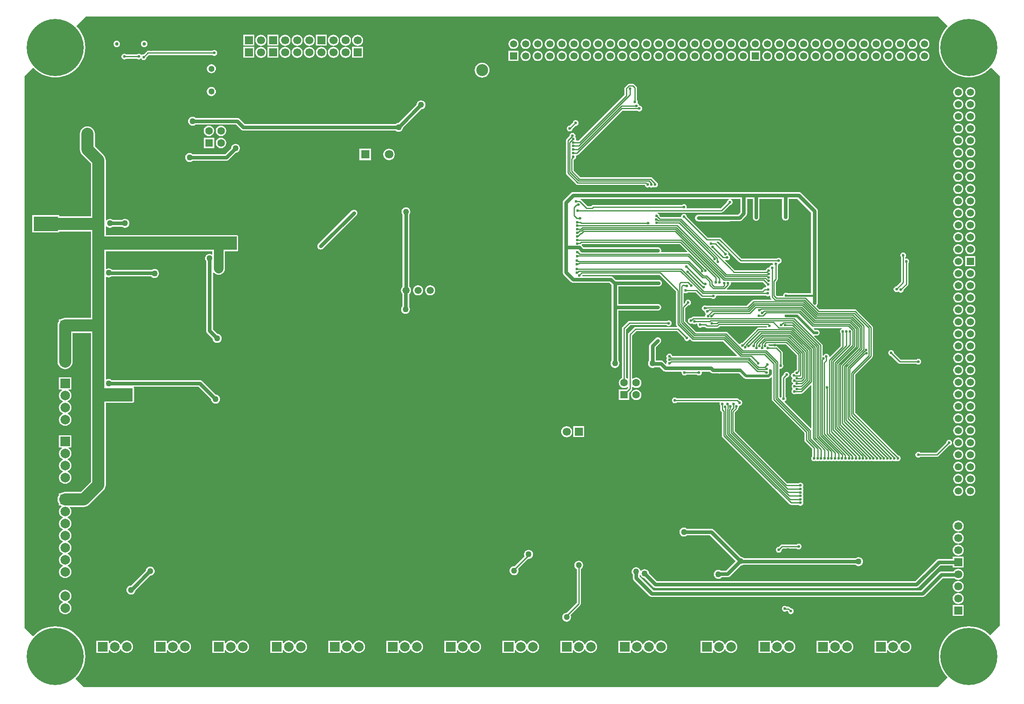
<source format=gbl>
G04*
G04 #@! TF.GenerationSoftware,Altium Limited,Altium Designer,21.0.3 (12)*
G04*
G04 Layer_Physical_Order=2*
G04 Layer_Color=16711680*
%FSLAX25Y25*%
%MOIN*%
G70*
G04*
G04 #@! TF.SameCoordinates,090C1E97-9EAB-41C8-8700-309E0BB34FF0*
G04*
G04*
G04 #@! TF.FilePolarity,Positive*
G04*
G01*
G75*
%ADD10C,0.01000*%
%ADD17C,0.02362*%
%ADD26O,0.05118X0.06890*%
%ADD27C,0.05000*%
%ADD157C,0.03150*%
%ADD158R,0.07874X0.07874*%
%ADD159C,0.07874*%
%ADD160R,0.20000X0.12000*%
%ADD161O,0.20000X0.12000*%
%ADD162R,0.07874X0.15748*%
%ADD163R,0.15748X0.07874*%
%ADD164C,0.05118*%
%ADD165C,0.07087*%
%ADD166R,0.07087X0.07087*%
%ADD167R,0.07874X0.07874*%
%ADD168C,0.47244*%
%ADD169C,0.05906*%
%ADD170C,0.09843*%
%ADD171R,0.05906X0.05906*%
%ADD172C,0.06693*%
%ADD173R,0.06693X0.06693*%
%ADD174R,0.06693X0.06693*%
%ADD175O,0.04724X0.07087*%
%ADD176O,0.04724X0.07874*%
%ADD177R,0.05906X0.05906*%
%ADD178R,0.06299X0.06299*%
%ADD179C,0.06299*%
%ADD180C,0.02953*%
%ADD181C,0.02362*%
%ADD182C,0.07874*%
%ADD183C,0.10000*%
%ADD184C,0.01575*%
G36*
X1246219Y765901D02*
X1246214Y765598D01*
X1244357Y763520D01*
X1242745Y761248D01*
X1241397Y758810D01*
X1240331Y756237D01*
X1239560Y753559D01*
X1239094Y750813D01*
X1238937Y748032D01*
X1239094Y745250D01*
X1239560Y742504D01*
X1240331Y739827D01*
X1241397Y737253D01*
X1242745Y734815D01*
X1244357Y732543D01*
X1246214Y730466D01*
X1248291Y728609D01*
X1250563Y726997D01*
X1253001Y725649D01*
X1255575Y724583D01*
X1258252Y723812D01*
X1260998Y723346D01*
X1263780Y723189D01*
X1266561Y723346D01*
X1269308Y723812D01*
X1271984Y724583D01*
X1274558Y725649D01*
X1276997Y726997D01*
X1279268Y728609D01*
X1281346Y730466D01*
X1281903Y731090D01*
X1282403Y731109D01*
X1289370Y724409D01*
X1289370Y269685D01*
X1281346Y261661D01*
X1279268Y263517D01*
X1276997Y265129D01*
X1274558Y266476D01*
X1271984Y267543D01*
X1269308Y268314D01*
X1266561Y268780D01*
X1263780Y268937D01*
X1260998Y268780D01*
X1258252Y268314D01*
X1255575Y267543D01*
X1253001Y266476D01*
X1250563Y265129D01*
X1248291Y263517D01*
X1246214Y261661D01*
X1244357Y259583D01*
X1242745Y257311D01*
X1241397Y254873D01*
X1240331Y252299D01*
X1239560Y249622D01*
X1239094Y246876D01*
X1238937Y244094D01*
X1239094Y241313D01*
X1239560Y238566D01*
X1240331Y235890D01*
X1241397Y233316D01*
X1242745Y230877D01*
X1244357Y228606D01*
X1246213Y226528D01*
X1238189Y218504D01*
X531496D01*
X524658Y225342D01*
X524672Y225842D01*
X525440Y226528D01*
X527296Y228606D01*
X528908Y230877D01*
X530256Y233316D01*
X531322Y235890D01*
X532093Y238566D01*
X532560Y241313D01*
X532716Y244094D01*
X532560Y246876D01*
X532093Y249622D01*
X531322Y252299D01*
X530256Y254873D01*
X528908Y257311D01*
X527296Y259583D01*
X525440Y261661D01*
X523363Y263517D01*
X521091Y265129D01*
X518653Y266476D01*
X516079Y267543D01*
X513402Y268314D01*
X510655Y268780D01*
X507874Y268937D01*
X505093Y268780D01*
X502346Y268314D01*
X499669Y267543D01*
X497095Y266476D01*
X494657Y265129D01*
X492385Y263517D01*
X490308Y261661D01*
X489621Y260892D01*
X489122Y260878D01*
X482283Y267717D01*
X482283Y724409D01*
X489251Y731109D01*
X489750Y731090D01*
X490308Y730466D01*
X492385Y728609D01*
X494657Y726997D01*
X497095Y725649D01*
X499669Y724583D01*
X502346Y723812D01*
X505093Y723346D01*
X507874Y723189D01*
X510655Y723346D01*
X513402Y723812D01*
X516079Y724583D01*
X518653Y725649D01*
X521091Y726997D01*
X523363Y728609D01*
X525440Y730466D01*
X527296Y732543D01*
X528908Y734815D01*
X530256Y737253D01*
X531322Y739827D01*
X532093Y742504D01*
X532560Y745250D01*
X532716Y748032D01*
X532560Y750813D01*
X532093Y753559D01*
X531322Y756237D01*
X530256Y758810D01*
X528908Y761248D01*
X527296Y763520D01*
X525440Y765598D01*
X525435Y765901D01*
X533465Y773622D01*
X1238189D01*
X1246219Y765901D01*
D02*
G37*
%LPC*%
G36*
X732527Y758528D02*
X723472D01*
Y749473D01*
X732527D01*
Y758528D01*
D02*
G37*
G36*
X692527D02*
X683472D01*
Y749473D01*
X692527D01*
Y758528D01*
D02*
G37*
G36*
X672528D02*
X663473D01*
Y749473D01*
X672528D01*
Y758528D01*
D02*
G37*
G36*
X758000Y758567D02*
X756818Y758411D01*
X755717Y757955D01*
X754771Y757229D01*
X754045Y756283D01*
X753589Y755182D01*
X753433Y754000D01*
X753589Y752818D01*
X754045Y751717D01*
X754771Y750771D01*
X755717Y750045D01*
X756818Y749589D01*
X758000Y749433D01*
X759182Y749589D01*
X760283Y750045D01*
X761229Y750771D01*
X761955Y751717D01*
X762411Y752818D01*
X762567Y754000D01*
X762411Y755182D01*
X761955Y756283D01*
X761229Y757229D01*
X760283Y757955D01*
X759182Y758411D01*
X758000Y758567D01*
D02*
G37*
G36*
X748000D02*
X746818Y758411D01*
X745717Y757955D01*
X744771Y757229D01*
X744045Y756283D01*
X743589Y755182D01*
X743433Y754000D01*
X743589Y752818D01*
X744045Y751717D01*
X744771Y750771D01*
X745717Y750045D01*
X746818Y749589D01*
X748000Y749433D01*
X749182Y749589D01*
X750283Y750045D01*
X751229Y750771D01*
X751955Y751717D01*
X752411Y752818D01*
X752567Y754000D01*
X752411Y755182D01*
X751955Y756283D01*
X751229Y757229D01*
X750283Y757955D01*
X749182Y758411D01*
X748000Y758567D01*
D02*
G37*
G36*
X738000D02*
X736818Y758411D01*
X735717Y757955D01*
X734771Y757229D01*
X734045Y756283D01*
X733589Y755182D01*
X733433Y754000D01*
X733589Y752818D01*
X734045Y751717D01*
X734771Y750771D01*
X735717Y750045D01*
X736818Y749589D01*
X738000Y749433D01*
X739182Y749589D01*
X740283Y750045D01*
X741229Y750771D01*
X741955Y751717D01*
X742411Y752818D01*
X742567Y754000D01*
X742411Y755182D01*
X741955Y756283D01*
X741229Y757229D01*
X740283Y757955D01*
X739182Y758411D01*
X738000Y758567D01*
D02*
G37*
G36*
X718000D02*
X716818Y758411D01*
X715717Y757955D01*
X714771Y757229D01*
X714045Y756283D01*
X713589Y755182D01*
X713433Y754000D01*
X713589Y752818D01*
X714045Y751717D01*
X714771Y750771D01*
X715717Y750045D01*
X716818Y749589D01*
X718000Y749433D01*
X719182Y749589D01*
X720283Y750045D01*
X721229Y750771D01*
X721955Y751717D01*
X722411Y752818D01*
X722567Y754000D01*
X722411Y755182D01*
X721955Y756283D01*
X721229Y757229D01*
X720283Y757955D01*
X719182Y758411D01*
X718000Y758567D01*
D02*
G37*
G36*
X708000D02*
X706818Y758411D01*
X705717Y757955D01*
X704771Y757229D01*
X704045Y756283D01*
X703589Y755182D01*
X703433Y754000D01*
X703589Y752818D01*
X704045Y751717D01*
X704771Y750771D01*
X705717Y750045D01*
X706818Y749589D01*
X708000Y749433D01*
X709182Y749589D01*
X710283Y750045D01*
X711229Y750771D01*
X711955Y751717D01*
X712411Y752818D01*
X712567Y754000D01*
X712411Y755182D01*
X711955Y756283D01*
X711229Y757229D01*
X710283Y757955D01*
X709182Y758411D01*
X708000Y758567D01*
D02*
G37*
G36*
X698000D02*
X696818Y758411D01*
X695717Y757955D01*
X694771Y757229D01*
X694045Y756283D01*
X693589Y755182D01*
X693433Y754000D01*
X693589Y752818D01*
X694045Y751717D01*
X694771Y750771D01*
X695717Y750045D01*
X696818Y749589D01*
X698000Y749433D01*
X699182Y749589D01*
X700283Y750045D01*
X701229Y750771D01*
X701955Y751717D01*
X702411Y752818D01*
X702567Y754000D01*
X702411Y755182D01*
X701955Y756283D01*
X701229Y757229D01*
X700283Y757955D01*
X699182Y758411D01*
X698000Y758567D01*
D02*
G37*
G36*
X678000D02*
X676818Y758411D01*
X675717Y757955D01*
X674771Y757229D01*
X674045Y756283D01*
X673589Y755182D01*
X673433Y754000D01*
X673589Y752818D01*
X674045Y751717D01*
X674771Y750771D01*
X675717Y750045D01*
X676818Y749589D01*
X678000Y749433D01*
X679182Y749589D01*
X680283Y750045D01*
X681229Y750771D01*
X681955Y751717D01*
X682411Y752818D01*
X682567Y754000D01*
X682411Y755182D01*
X681955Y756283D01*
X681229Y757229D01*
X680283Y757955D01*
X679182Y758411D01*
X678000Y758567D01*
D02*
G37*
G36*
X581378Y753642D02*
X580684Y753551D01*
X580038Y753283D01*
X579483Y752857D01*
X579057Y752302D01*
X578789Y751655D01*
X578698Y750962D01*
X578789Y750268D01*
X579057Y749621D01*
X579483Y749066D01*
X580038Y748640D01*
X580684Y748373D01*
X581378Y748281D01*
X582072Y748373D01*
X582718Y748640D01*
X583273Y749066D01*
X583699Y749621D01*
X583967Y750268D01*
X584058Y750962D01*
X583967Y751655D01*
X583699Y752302D01*
X583273Y752857D01*
X582718Y753283D01*
X582072Y753551D01*
X581378Y753642D01*
D02*
G37*
G36*
X558622D02*
X557928Y753551D01*
X557282Y753283D01*
X556727Y752857D01*
X556301Y752302D01*
X556033Y751655D01*
X555942Y750962D01*
X556033Y750268D01*
X556301Y749621D01*
X556727Y749066D01*
X557282Y748640D01*
X557928Y748373D01*
X558622Y748281D01*
X559316Y748373D01*
X559962Y748640D01*
X560517Y749066D01*
X560943Y749621D01*
X561211Y750268D01*
X561302Y750962D01*
X561211Y751655D01*
X560943Y752302D01*
X560517Y752857D01*
X559962Y753283D01*
X559316Y753551D01*
X558622Y753642D01*
D02*
G37*
G36*
X1227000Y755169D02*
X1225921Y755027D01*
X1224915Y754611D01*
X1224052Y753948D01*
X1223389Y753085D01*
X1222973Y752079D01*
X1222830Y751000D01*
X1222973Y749921D01*
X1223389Y748915D01*
X1224052Y748052D01*
X1224915Y747389D01*
X1225921Y746973D01*
X1227000Y746831D01*
X1228079Y746973D01*
X1229085Y747389D01*
X1229948Y748052D01*
X1230611Y748915D01*
X1231027Y749921D01*
X1231170Y751000D01*
X1231027Y752079D01*
X1230611Y753085D01*
X1229948Y753948D01*
X1229085Y754611D01*
X1228079Y755027D01*
X1227000Y755169D01*
D02*
G37*
G36*
X1217000D02*
X1215921Y755027D01*
X1214915Y754611D01*
X1214052Y753948D01*
X1213389Y753085D01*
X1212973Y752079D01*
X1212831Y751000D01*
X1212973Y749921D01*
X1213389Y748915D01*
X1214052Y748052D01*
X1214915Y747389D01*
X1215921Y746973D01*
X1217000Y746831D01*
X1218079Y746973D01*
X1219085Y747389D01*
X1219948Y748052D01*
X1220611Y748915D01*
X1221027Y749921D01*
X1221169Y751000D01*
X1221027Y752079D01*
X1220611Y753085D01*
X1219948Y753948D01*
X1219085Y754611D01*
X1218079Y755027D01*
X1217000Y755169D01*
D02*
G37*
G36*
X1207000D02*
X1205921Y755027D01*
X1204915Y754611D01*
X1204052Y753948D01*
X1203389Y753085D01*
X1202973Y752079D01*
X1202831Y751000D01*
X1202973Y749921D01*
X1203389Y748915D01*
X1204052Y748052D01*
X1204915Y747389D01*
X1205921Y746973D01*
X1207000Y746831D01*
X1208079Y746973D01*
X1209085Y747389D01*
X1209948Y748052D01*
X1210611Y748915D01*
X1211027Y749921D01*
X1211170Y751000D01*
X1211027Y752079D01*
X1210611Y753085D01*
X1209948Y753948D01*
X1209085Y754611D01*
X1208079Y755027D01*
X1207000Y755169D01*
D02*
G37*
G36*
X1197000D02*
X1195921Y755027D01*
X1194915Y754611D01*
X1194052Y753948D01*
X1193389Y753085D01*
X1192973Y752079D01*
X1192830Y751000D01*
X1192973Y749921D01*
X1193389Y748915D01*
X1194052Y748052D01*
X1194915Y747389D01*
X1195921Y746973D01*
X1197000Y746831D01*
X1198079Y746973D01*
X1199085Y747389D01*
X1199948Y748052D01*
X1200611Y748915D01*
X1201027Y749921D01*
X1201169Y751000D01*
X1201027Y752079D01*
X1200611Y753085D01*
X1199948Y753948D01*
X1199085Y754611D01*
X1198079Y755027D01*
X1197000Y755169D01*
D02*
G37*
G36*
X1187000D02*
X1185921Y755027D01*
X1184915Y754611D01*
X1184052Y753948D01*
X1183389Y753085D01*
X1182973Y752079D01*
X1182831Y751000D01*
X1182973Y749921D01*
X1183389Y748915D01*
X1184052Y748052D01*
X1184915Y747389D01*
X1185921Y746973D01*
X1187000Y746831D01*
X1188079Y746973D01*
X1189085Y747389D01*
X1189948Y748052D01*
X1190611Y748915D01*
X1191027Y749921D01*
X1191169Y751000D01*
X1191027Y752079D01*
X1190611Y753085D01*
X1189948Y753948D01*
X1189085Y754611D01*
X1188079Y755027D01*
X1187000Y755169D01*
D02*
G37*
G36*
X1177000D02*
X1175921Y755027D01*
X1174915Y754611D01*
X1174052Y753948D01*
X1173389Y753085D01*
X1172973Y752079D01*
X1172830Y751000D01*
X1172973Y749921D01*
X1173389Y748915D01*
X1174052Y748052D01*
X1174915Y747389D01*
X1175921Y746973D01*
X1177000Y746831D01*
X1178079Y746973D01*
X1179085Y747389D01*
X1179948Y748052D01*
X1180611Y748915D01*
X1181027Y749921D01*
X1181170Y751000D01*
X1181027Y752079D01*
X1180611Y753085D01*
X1179948Y753948D01*
X1179085Y754611D01*
X1178079Y755027D01*
X1177000Y755169D01*
D02*
G37*
G36*
X1167000D02*
X1165921Y755027D01*
X1164915Y754611D01*
X1164052Y753948D01*
X1163389Y753085D01*
X1162973Y752079D01*
X1162831Y751000D01*
X1162973Y749921D01*
X1163389Y748915D01*
X1164052Y748052D01*
X1164915Y747389D01*
X1165921Y746973D01*
X1167000Y746831D01*
X1168079Y746973D01*
X1169085Y747389D01*
X1169948Y748052D01*
X1170611Y748915D01*
X1171027Y749921D01*
X1171169Y751000D01*
X1171027Y752079D01*
X1170611Y753085D01*
X1169948Y753948D01*
X1169085Y754611D01*
X1168079Y755027D01*
X1167000Y755169D01*
D02*
G37*
G36*
X1157000D02*
X1155921Y755027D01*
X1154915Y754611D01*
X1154052Y753948D01*
X1153389Y753085D01*
X1152973Y752079D01*
X1152831Y751000D01*
X1152973Y749921D01*
X1153389Y748915D01*
X1154052Y748052D01*
X1154915Y747389D01*
X1155921Y746973D01*
X1157000Y746831D01*
X1158079Y746973D01*
X1159085Y747389D01*
X1159948Y748052D01*
X1160611Y748915D01*
X1161027Y749921D01*
X1161170Y751000D01*
X1161027Y752079D01*
X1160611Y753085D01*
X1159948Y753948D01*
X1159085Y754611D01*
X1158079Y755027D01*
X1157000Y755169D01*
D02*
G37*
G36*
X1147000D02*
X1145921Y755027D01*
X1144915Y754611D01*
X1144052Y753948D01*
X1143389Y753085D01*
X1142973Y752079D01*
X1142830Y751000D01*
X1142973Y749921D01*
X1143389Y748915D01*
X1144052Y748052D01*
X1144915Y747389D01*
X1145921Y746973D01*
X1147000Y746831D01*
X1148079Y746973D01*
X1149085Y747389D01*
X1149948Y748052D01*
X1150611Y748915D01*
X1151027Y749921D01*
X1151169Y751000D01*
X1151027Y752079D01*
X1150611Y753085D01*
X1149948Y753948D01*
X1149085Y754611D01*
X1148079Y755027D01*
X1147000Y755169D01*
D02*
G37*
G36*
X1137000D02*
X1135921Y755027D01*
X1134915Y754611D01*
X1134052Y753948D01*
X1133389Y753085D01*
X1132973Y752079D01*
X1132831Y751000D01*
X1132973Y749921D01*
X1133389Y748915D01*
X1134052Y748052D01*
X1134915Y747389D01*
X1135921Y746973D01*
X1137000Y746831D01*
X1138079Y746973D01*
X1139085Y747389D01*
X1139948Y748052D01*
X1140611Y748915D01*
X1141027Y749921D01*
X1141169Y751000D01*
X1141027Y752079D01*
X1140611Y753085D01*
X1139948Y753948D01*
X1139085Y754611D01*
X1138079Y755027D01*
X1137000Y755169D01*
D02*
G37*
G36*
X1127000D02*
X1125921Y755027D01*
X1124915Y754611D01*
X1124052Y753948D01*
X1123389Y753085D01*
X1122973Y752079D01*
X1122830Y751000D01*
X1122973Y749921D01*
X1123389Y748915D01*
X1124052Y748052D01*
X1124915Y747389D01*
X1125921Y746973D01*
X1127000Y746831D01*
X1128079Y746973D01*
X1129085Y747389D01*
X1129948Y748052D01*
X1130611Y748915D01*
X1131027Y749921D01*
X1131170Y751000D01*
X1131027Y752079D01*
X1130611Y753085D01*
X1129948Y753948D01*
X1129085Y754611D01*
X1128079Y755027D01*
X1127000Y755169D01*
D02*
G37*
G36*
X1117000D02*
X1115921Y755027D01*
X1114915Y754611D01*
X1114052Y753948D01*
X1113389Y753085D01*
X1112973Y752079D01*
X1112831Y751000D01*
X1112973Y749921D01*
X1113389Y748915D01*
X1114052Y748052D01*
X1114915Y747389D01*
X1115921Y746973D01*
X1117000Y746831D01*
X1118079Y746973D01*
X1119085Y747389D01*
X1119948Y748052D01*
X1120611Y748915D01*
X1121027Y749921D01*
X1121169Y751000D01*
X1121027Y752079D01*
X1120611Y753085D01*
X1119948Y753948D01*
X1119085Y754611D01*
X1118079Y755027D01*
X1117000Y755169D01*
D02*
G37*
G36*
X1107000D02*
X1105921Y755027D01*
X1104915Y754611D01*
X1104052Y753948D01*
X1103389Y753085D01*
X1102973Y752079D01*
X1102831Y751000D01*
X1102973Y749921D01*
X1103389Y748915D01*
X1104052Y748052D01*
X1104915Y747389D01*
X1105921Y746973D01*
X1107000Y746831D01*
X1108079Y746973D01*
X1109085Y747389D01*
X1109948Y748052D01*
X1110611Y748915D01*
X1111027Y749921D01*
X1111170Y751000D01*
X1111027Y752079D01*
X1110611Y753085D01*
X1109948Y753948D01*
X1109085Y754611D01*
X1108079Y755027D01*
X1107000Y755169D01*
D02*
G37*
G36*
X1097000D02*
X1095921Y755027D01*
X1094915Y754611D01*
X1094052Y753948D01*
X1093389Y753085D01*
X1092973Y752079D01*
X1092830Y751000D01*
X1092973Y749921D01*
X1093389Y748915D01*
X1094052Y748052D01*
X1094915Y747389D01*
X1095921Y746973D01*
X1097000Y746831D01*
X1098079Y746973D01*
X1099085Y747389D01*
X1099948Y748052D01*
X1100611Y748915D01*
X1101027Y749921D01*
X1101169Y751000D01*
X1101027Y752079D01*
X1100611Y753085D01*
X1099948Y753948D01*
X1099085Y754611D01*
X1098079Y755027D01*
X1097000Y755169D01*
D02*
G37*
G36*
X1087000D02*
X1085921Y755027D01*
X1084915Y754611D01*
X1084052Y753948D01*
X1083389Y753085D01*
X1082973Y752079D01*
X1082831Y751000D01*
X1082973Y749921D01*
X1083389Y748915D01*
X1084052Y748052D01*
X1084915Y747389D01*
X1085921Y746973D01*
X1087000Y746831D01*
X1088079Y746973D01*
X1089085Y747389D01*
X1089948Y748052D01*
X1090611Y748915D01*
X1091027Y749921D01*
X1091169Y751000D01*
X1091027Y752079D01*
X1090611Y753085D01*
X1089948Y753948D01*
X1089085Y754611D01*
X1088079Y755027D01*
X1087000Y755169D01*
D02*
G37*
G36*
X1077000D02*
X1075921Y755027D01*
X1074915Y754611D01*
X1074052Y753948D01*
X1073389Y753085D01*
X1072973Y752079D01*
X1072830Y751000D01*
X1072973Y749921D01*
X1073389Y748915D01*
X1074052Y748052D01*
X1074915Y747389D01*
X1075921Y746973D01*
X1077000Y746831D01*
X1078079Y746973D01*
X1079085Y747389D01*
X1079948Y748052D01*
X1080611Y748915D01*
X1081027Y749921D01*
X1081170Y751000D01*
X1081027Y752079D01*
X1080611Y753085D01*
X1079948Y753948D01*
X1079085Y754611D01*
X1078079Y755027D01*
X1077000Y755169D01*
D02*
G37*
G36*
X1067000D02*
X1065921Y755027D01*
X1064915Y754611D01*
X1064052Y753948D01*
X1063389Y753085D01*
X1062973Y752079D01*
X1062831Y751000D01*
X1062973Y749921D01*
X1063389Y748915D01*
X1064052Y748052D01*
X1064915Y747389D01*
X1065921Y746973D01*
X1067000Y746831D01*
X1068079Y746973D01*
X1069085Y747389D01*
X1069948Y748052D01*
X1070611Y748915D01*
X1071027Y749921D01*
X1071169Y751000D01*
X1071027Y752079D01*
X1070611Y753085D01*
X1069948Y753948D01*
X1069085Y754611D01*
X1068079Y755027D01*
X1067000Y755169D01*
D02*
G37*
G36*
X1057000D02*
X1055921Y755027D01*
X1054915Y754611D01*
X1054052Y753948D01*
X1053389Y753085D01*
X1052973Y752079D01*
X1052831Y751000D01*
X1052973Y749921D01*
X1053389Y748915D01*
X1054052Y748052D01*
X1054915Y747389D01*
X1055921Y746973D01*
X1057000Y746831D01*
X1058079Y746973D01*
X1059085Y747389D01*
X1059948Y748052D01*
X1060611Y748915D01*
X1061027Y749921D01*
X1061170Y751000D01*
X1061027Y752079D01*
X1060611Y753085D01*
X1059948Y753948D01*
X1059085Y754611D01*
X1058079Y755027D01*
X1057000Y755169D01*
D02*
G37*
G36*
X1047000D02*
X1045921Y755027D01*
X1044915Y754611D01*
X1044052Y753948D01*
X1043389Y753085D01*
X1042973Y752079D01*
X1042830Y751000D01*
X1042973Y749921D01*
X1043389Y748915D01*
X1044052Y748052D01*
X1044915Y747389D01*
X1045921Y746973D01*
X1047000Y746831D01*
X1048079Y746973D01*
X1049085Y747389D01*
X1049948Y748052D01*
X1050611Y748915D01*
X1051027Y749921D01*
X1051169Y751000D01*
X1051027Y752079D01*
X1050611Y753085D01*
X1049948Y753948D01*
X1049085Y754611D01*
X1048079Y755027D01*
X1047000Y755169D01*
D02*
G37*
G36*
X1037000D02*
X1035921Y755027D01*
X1034915Y754611D01*
X1034052Y753948D01*
X1033389Y753085D01*
X1032973Y752079D01*
X1032831Y751000D01*
X1032973Y749921D01*
X1033389Y748915D01*
X1034052Y748052D01*
X1034915Y747389D01*
X1035921Y746973D01*
X1037000Y746831D01*
X1038079Y746973D01*
X1039085Y747389D01*
X1039948Y748052D01*
X1040611Y748915D01*
X1041027Y749921D01*
X1041169Y751000D01*
X1041027Y752079D01*
X1040611Y753085D01*
X1039948Y753948D01*
X1039085Y754611D01*
X1038079Y755027D01*
X1037000Y755169D01*
D02*
G37*
G36*
X1027000D02*
X1025921Y755027D01*
X1024915Y754611D01*
X1024052Y753948D01*
X1023389Y753085D01*
X1022973Y752079D01*
X1022830Y751000D01*
X1022973Y749921D01*
X1023389Y748915D01*
X1024052Y748052D01*
X1024915Y747389D01*
X1025921Y746973D01*
X1027000Y746831D01*
X1028079Y746973D01*
X1029085Y747389D01*
X1029948Y748052D01*
X1030611Y748915D01*
X1031027Y749921D01*
X1031170Y751000D01*
X1031027Y752079D01*
X1030611Y753085D01*
X1029948Y753948D01*
X1029085Y754611D01*
X1028079Y755027D01*
X1027000Y755169D01*
D02*
G37*
G36*
X1017000D02*
X1015921Y755027D01*
X1014915Y754611D01*
X1014052Y753948D01*
X1013389Y753085D01*
X1012973Y752079D01*
X1012831Y751000D01*
X1012973Y749921D01*
X1013389Y748915D01*
X1014052Y748052D01*
X1014915Y747389D01*
X1015921Y746973D01*
X1017000Y746831D01*
X1018079Y746973D01*
X1019085Y747389D01*
X1019948Y748052D01*
X1020611Y748915D01*
X1021027Y749921D01*
X1021169Y751000D01*
X1021027Y752079D01*
X1020611Y753085D01*
X1019948Y753948D01*
X1019085Y754611D01*
X1018079Y755027D01*
X1017000Y755169D01*
D02*
G37*
G36*
X1007000D02*
X1005921Y755027D01*
X1004915Y754611D01*
X1004052Y753948D01*
X1003389Y753085D01*
X1002973Y752079D01*
X1002831Y751000D01*
X1002973Y749921D01*
X1003389Y748915D01*
X1004052Y748052D01*
X1004915Y747389D01*
X1005921Y746973D01*
X1007000Y746831D01*
X1008079Y746973D01*
X1009085Y747389D01*
X1009948Y748052D01*
X1010611Y748915D01*
X1011027Y749921D01*
X1011170Y751000D01*
X1011027Y752079D01*
X1010611Y753085D01*
X1009948Y753948D01*
X1009085Y754611D01*
X1008079Y755027D01*
X1007000Y755169D01*
D02*
G37*
G36*
X997000D02*
X995921Y755027D01*
X994915Y754611D01*
X994052Y753948D01*
X993389Y753085D01*
X992973Y752079D01*
X992830Y751000D01*
X992973Y749921D01*
X993389Y748915D01*
X994052Y748052D01*
X994915Y747389D01*
X995921Y746973D01*
X997000Y746831D01*
X998079Y746973D01*
X999085Y747389D01*
X999948Y748052D01*
X1000611Y748915D01*
X1001027Y749921D01*
X1001169Y751000D01*
X1001027Y752079D01*
X1000611Y753085D01*
X999948Y753948D01*
X999085Y754611D01*
X998079Y755027D01*
X997000Y755169D01*
D02*
G37*
G36*
X987000D02*
X985921Y755027D01*
X984915Y754611D01*
X984052Y753948D01*
X983389Y753085D01*
X982973Y752079D01*
X982831Y751000D01*
X982973Y749921D01*
X983389Y748915D01*
X984052Y748052D01*
X984915Y747389D01*
X985921Y746973D01*
X987000Y746831D01*
X988079Y746973D01*
X989085Y747389D01*
X989948Y748052D01*
X990611Y748915D01*
X991027Y749921D01*
X991169Y751000D01*
X991027Y752079D01*
X990611Y753085D01*
X989948Y753948D01*
X989085Y754611D01*
X988079Y755027D01*
X987000Y755169D01*
D02*
G37*
G36*
X977000D02*
X975921Y755027D01*
X974915Y754611D01*
X974052Y753948D01*
X973389Y753085D01*
X972973Y752079D01*
X972830Y751000D01*
X972973Y749921D01*
X973389Y748915D01*
X974052Y748052D01*
X974915Y747389D01*
X975921Y746973D01*
X977000Y746831D01*
X978079Y746973D01*
X979085Y747389D01*
X979948Y748052D01*
X980611Y748915D01*
X981027Y749921D01*
X981170Y751000D01*
X981027Y752079D01*
X980611Y753085D01*
X979948Y753948D01*
X979085Y754611D01*
X978079Y755027D01*
X977000Y755169D01*
D02*
G37*
G36*
X967000D02*
X965921Y755027D01*
X964915Y754611D01*
X964052Y753948D01*
X963389Y753085D01*
X962973Y752079D01*
X962831Y751000D01*
X962973Y749921D01*
X963389Y748915D01*
X964052Y748052D01*
X964915Y747389D01*
X965921Y746973D01*
X967000Y746831D01*
X968079Y746973D01*
X969085Y747389D01*
X969948Y748052D01*
X970611Y748915D01*
X971027Y749921D01*
X971169Y751000D01*
X971027Y752079D01*
X970611Y753085D01*
X969948Y753948D01*
X969085Y754611D01*
X968079Y755027D01*
X967000Y755169D01*
D02*
G37*
G36*
X957000D02*
X955921Y755027D01*
X954915Y754611D01*
X954052Y753948D01*
X953389Y753085D01*
X952973Y752079D01*
X952831Y751000D01*
X952973Y749921D01*
X953389Y748915D01*
X954052Y748052D01*
X954915Y747389D01*
X955921Y746973D01*
X957000Y746831D01*
X958079Y746973D01*
X959085Y747389D01*
X959948Y748052D01*
X960611Y748915D01*
X961027Y749921D01*
X961170Y751000D01*
X961027Y752079D01*
X960611Y753085D01*
X959948Y753948D01*
X959085Y754611D01*
X958079Y755027D01*
X957000Y755169D01*
D02*
G37*
G36*
X947000D02*
X945921Y755027D01*
X944915Y754611D01*
X944052Y753948D01*
X943389Y753085D01*
X942973Y752079D01*
X942830Y751000D01*
X942973Y749921D01*
X943389Y748915D01*
X944052Y748052D01*
X944915Y747389D01*
X945921Y746973D01*
X947000Y746831D01*
X948079Y746973D01*
X949085Y747389D01*
X949948Y748052D01*
X950611Y748915D01*
X951027Y749921D01*
X951169Y751000D01*
X951027Y752079D01*
X950611Y753085D01*
X949948Y753948D01*
X949085Y754611D01*
X948079Y755027D01*
X947000Y755169D01*
D02*
G37*
G36*
X937000D02*
X935921Y755027D01*
X934915Y754611D01*
X934052Y753948D01*
X933389Y753085D01*
X932973Y752079D01*
X932831Y751000D01*
X932973Y749921D01*
X933389Y748915D01*
X934052Y748052D01*
X934915Y747389D01*
X935921Y746973D01*
X937000Y746831D01*
X938079Y746973D01*
X939085Y747389D01*
X939948Y748052D01*
X940611Y748915D01*
X941027Y749921D01*
X941169Y751000D01*
X941027Y752079D01*
X940611Y753085D01*
X939948Y753948D01*
X939085Y754611D01*
X938079Y755027D01*
X937000Y755169D01*
D02*
G37*
G36*
X927000D02*
X925921Y755027D01*
X924915Y754611D01*
X924052Y753948D01*
X923389Y753085D01*
X922973Y752079D01*
X922830Y751000D01*
X922973Y749921D01*
X923389Y748915D01*
X924052Y748052D01*
X924915Y747389D01*
X925921Y746973D01*
X927000Y746831D01*
X928079Y746973D01*
X929085Y747389D01*
X929948Y748052D01*
X930611Y748915D01*
X931027Y749921D01*
X931170Y751000D01*
X931027Y752079D01*
X930611Y753085D01*
X929948Y753948D01*
X929085Y754611D01*
X928079Y755027D01*
X927000Y755169D01*
D02*
G37*
G36*
X917000D02*
X915921Y755027D01*
X914915Y754611D01*
X914052Y753948D01*
X913389Y753085D01*
X912973Y752079D01*
X912831Y751000D01*
X912973Y749921D01*
X913389Y748915D01*
X914052Y748052D01*
X914915Y747389D01*
X915921Y746973D01*
X917000Y746831D01*
X918079Y746973D01*
X919085Y747389D01*
X919948Y748052D01*
X920611Y748915D01*
X921027Y749921D01*
X921169Y751000D01*
X921027Y752079D01*
X920611Y753085D01*
X919948Y753948D01*
X919085Y754611D01*
X918079Y755027D01*
X917000Y755169D01*
D02*
G37*
G36*
X907000D02*
X905921Y755027D01*
X904915Y754611D01*
X904052Y753948D01*
X903389Y753085D01*
X902973Y752079D01*
X902831Y751000D01*
X902973Y749921D01*
X903389Y748915D01*
X904052Y748052D01*
X904915Y747389D01*
X905921Y746973D01*
X907000Y746831D01*
X908079Y746973D01*
X909085Y747389D01*
X909948Y748052D01*
X910611Y748915D01*
X911027Y749921D01*
X911170Y751000D01*
X911027Y752079D01*
X910611Y753085D01*
X909948Y753948D01*
X909085Y754611D01*
X908079Y755027D01*
X907000Y755169D01*
D02*
G37*
G36*
X897000D02*
X895921Y755027D01*
X894915Y754611D01*
X894052Y753948D01*
X893389Y753085D01*
X892973Y752079D01*
X892830Y751000D01*
X892973Y749921D01*
X893389Y748915D01*
X894052Y748052D01*
X894915Y747389D01*
X895921Y746973D01*
X897000Y746831D01*
X898079Y746973D01*
X899085Y747389D01*
X899948Y748052D01*
X900611Y748915D01*
X901027Y749921D01*
X901169Y751000D01*
X901027Y752079D01*
X900611Y753085D01*
X899948Y753948D01*
X899085Y754611D01*
X898079Y755027D01*
X897000Y755169D01*
D02*
G37*
G36*
X887000D02*
X885921Y755027D01*
X884915Y754611D01*
X884052Y753948D01*
X883389Y753085D01*
X882973Y752079D01*
X882831Y751000D01*
X882973Y749921D01*
X883389Y748915D01*
X884052Y748052D01*
X884915Y747389D01*
X885921Y746973D01*
X887000Y746831D01*
X888079Y746973D01*
X889085Y747389D01*
X889948Y748052D01*
X890611Y748915D01*
X891027Y749921D01*
X891169Y751000D01*
X891027Y752079D01*
X890611Y753085D01*
X889948Y753948D01*
X889085Y754611D01*
X888079Y755027D01*
X887000Y755169D01*
D02*
G37*
G36*
X639500Y745908D02*
X638578Y745725D01*
X637813Y745214D01*
X584500D01*
X583844Y745084D01*
X583288Y744712D01*
X580981Y742405D01*
X580078Y742225D01*
X579533Y741861D01*
X578889Y741924D01*
X578703Y742203D01*
X577922Y742725D01*
X577000Y742908D01*
X576078Y742725D01*
X575313Y742214D01*
X566687D01*
X565922Y742725D01*
X565000Y742908D01*
X564078Y742725D01*
X563297Y742203D01*
X562775Y741422D01*
X562592Y740500D01*
X562775Y739578D01*
X563297Y738797D01*
X564078Y738275D01*
X565000Y738092D01*
X565922Y738275D01*
X566687Y738786D01*
X575313D01*
X576078Y738275D01*
X577000Y738092D01*
X577922Y738275D01*
X578703Y738797D01*
X578963D01*
X579297Y738297D01*
X580078Y737775D01*
X581000Y737592D01*
X581922Y737775D01*
X582703Y738297D01*
X583225Y739078D01*
X583405Y739981D01*
X585210Y741786D01*
X637813D01*
X638578Y741275D01*
X639500Y741091D01*
X640422Y741275D01*
X641203Y741797D01*
X641725Y742578D01*
X641909Y743500D01*
X641725Y744422D01*
X641203Y745203D01*
X640422Y745725D01*
X639500Y745908D01*
D02*
G37*
G36*
X762528Y748527D02*
X753473D01*
Y739472D01*
X762528D01*
Y748527D01*
D02*
G37*
G36*
X692527D02*
X683472D01*
Y739472D01*
X692527D01*
Y748527D01*
D02*
G37*
G36*
X672528D02*
X663473D01*
Y739472D01*
X672528D01*
Y748527D01*
D02*
G37*
G36*
X748000Y748567D02*
X746818Y748411D01*
X745717Y747955D01*
X744771Y747229D01*
X744045Y746283D01*
X743589Y745182D01*
X743433Y744000D01*
X743589Y742818D01*
X744045Y741717D01*
X744771Y740771D01*
X745717Y740045D01*
X746818Y739589D01*
X748000Y739433D01*
X749182Y739589D01*
X750283Y740045D01*
X751229Y740771D01*
X751955Y741717D01*
X752411Y742818D01*
X752567Y744000D01*
X752411Y745182D01*
X751955Y746283D01*
X751229Y747229D01*
X750283Y747955D01*
X749182Y748411D01*
X748000Y748567D01*
D02*
G37*
G36*
X738000D02*
X736818Y748411D01*
X735717Y747955D01*
X734771Y747229D01*
X734045Y746283D01*
X733589Y745182D01*
X733433Y744000D01*
X733589Y742818D01*
X734045Y741717D01*
X734771Y740771D01*
X735717Y740045D01*
X736818Y739589D01*
X738000Y739433D01*
X739182Y739589D01*
X740283Y740045D01*
X741229Y740771D01*
X741955Y741717D01*
X742411Y742818D01*
X742567Y744000D01*
X742411Y745182D01*
X741955Y746283D01*
X741229Y747229D01*
X740283Y747955D01*
X739182Y748411D01*
X738000Y748567D01*
D02*
G37*
G36*
X728000D02*
X726818Y748411D01*
X725717Y747955D01*
X724771Y747229D01*
X724045Y746283D01*
X723589Y745182D01*
X723433Y744000D01*
X723589Y742818D01*
X724045Y741717D01*
X724771Y740771D01*
X725717Y740045D01*
X726818Y739589D01*
X728000Y739433D01*
X729182Y739589D01*
X730283Y740045D01*
X731229Y740771D01*
X731955Y741717D01*
X732411Y742818D01*
X732567Y744000D01*
X732411Y745182D01*
X731955Y746283D01*
X731229Y747229D01*
X730283Y747955D01*
X729182Y748411D01*
X728000Y748567D01*
D02*
G37*
G36*
X718000D02*
X716818Y748411D01*
X715717Y747955D01*
X714771Y747229D01*
X714045Y746283D01*
X713589Y745182D01*
X713433Y744000D01*
X713589Y742818D01*
X714045Y741717D01*
X714771Y740771D01*
X715717Y740045D01*
X716818Y739589D01*
X718000Y739433D01*
X719182Y739589D01*
X720283Y740045D01*
X721229Y740771D01*
X721955Y741717D01*
X722411Y742818D01*
X722567Y744000D01*
X722411Y745182D01*
X721955Y746283D01*
X721229Y747229D01*
X720283Y747955D01*
X719182Y748411D01*
X718000Y748567D01*
D02*
G37*
G36*
X708000D02*
X706818Y748411D01*
X705717Y747955D01*
X704771Y747229D01*
X704045Y746283D01*
X703589Y745182D01*
X703433Y744000D01*
X703589Y742818D01*
X704045Y741717D01*
X704771Y740771D01*
X705717Y740045D01*
X706818Y739589D01*
X708000Y739433D01*
X709182Y739589D01*
X710283Y740045D01*
X711229Y740771D01*
X711955Y741717D01*
X712411Y742818D01*
X712567Y744000D01*
X712411Y745182D01*
X711955Y746283D01*
X711229Y747229D01*
X710283Y747955D01*
X709182Y748411D01*
X708000Y748567D01*
D02*
G37*
G36*
X698000D02*
X696818Y748411D01*
X695717Y747955D01*
X694771Y747229D01*
X694045Y746283D01*
X693589Y745182D01*
X693433Y744000D01*
X693589Y742818D01*
X694045Y741717D01*
X694771Y740771D01*
X695717Y740045D01*
X696818Y739589D01*
X698000Y739433D01*
X699182Y739589D01*
X700283Y740045D01*
X701229Y740771D01*
X701955Y741717D01*
X702411Y742818D01*
X702567Y744000D01*
X702411Y745182D01*
X701955Y746283D01*
X701229Y747229D01*
X700283Y747955D01*
X699182Y748411D01*
X698000Y748567D01*
D02*
G37*
G36*
X678000D02*
X676818Y748411D01*
X675717Y747955D01*
X674771Y747229D01*
X674045Y746283D01*
X673589Y745182D01*
X673433Y744000D01*
X673589Y742818D01*
X674045Y741717D01*
X674771Y740771D01*
X675717Y740045D01*
X676818Y739589D01*
X678000Y739433D01*
X679182Y739589D01*
X680283Y740045D01*
X681229Y740771D01*
X681955Y741717D01*
X682411Y742818D01*
X682567Y744000D01*
X682411Y745182D01*
X681955Y746283D01*
X681229Y747229D01*
X680283Y747955D01*
X679182Y748411D01*
X678000Y748567D01*
D02*
G37*
G36*
X1091134Y745134D02*
X1082866D01*
Y736866D01*
X1091134D01*
Y745134D01*
D02*
G37*
G36*
X891134D02*
X882866D01*
Y736866D01*
X891134D01*
Y745134D01*
D02*
G37*
G36*
X1227000Y745169D02*
X1225921Y745027D01*
X1224915Y744611D01*
X1224052Y743948D01*
X1223389Y743085D01*
X1222973Y742079D01*
X1222830Y741000D01*
X1222973Y739921D01*
X1223389Y738915D01*
X1224052Y738052D01*
X1224915Y737389D01*
X1225921Y736973D01*
X1227000Y736831D01*
X1228079Y736973D01*
X1229085Y737389D01*
X1229948Y738052D01*
X1230611Y738915D01*
X1231027Y739921D01*
X1231170Y741000D01*
X1231027Y742079D01*
X1230611Y743085D01*
X1229948Y743948D01*
X1229085Y744611D01*
X1228079Y745027D01*
X1227000Y745169D01*
D02*
G37*
G36*
X1217000D02*
X1215921Y745027D01*
X1214915Y744611D01*
X1214052Y743948D01*
X1213389Y743085D01*
X1212973Y742079D01*
X1212831Y741000D01*
X1212973Y739921D01*
X1213389Y738915D01*
X1214052Y738052D01*
X1214915Y737389D01*
X1215921Y736973D01*
X1217000Y736831D01*
X1218079Y736973D01*
X1219085Y737389D01*
X1219948Y738052D01*
X1220611Y738915D01*
X1221027Y739921D01*
X1221169Y741000D01*
X1221027Y742079D01*
X1220611Y743085D01*
X1219948Y743948D01*
X1219085Y744611D01*
X1218079Y745027D01*
X1217000Y745169D01*
D02*
G37*
G36*
X1207000D02*
X1205921Y745027D01*
X1204915Y744611D01*
X1204052Y743948D01*
X1203389Y743085D01*
X1202973Y742079D01*
X1202831Y741000D01*
X1202973Y739921D01*
X1203389Y738915D01*
X1204052Y738052D01*
X1204915Y737389D01*
X1205921Y736973D01*
X1207000Y736831D01*
X1208079Y736973D01*
X1209085Y737389D01*
X1209948Y738052D01*
X1210611Y738915D01*
X1211027Y739921D01*
X1211170Y741000D01*
X1211027Y742079D01*
X1210611Y743085D01*
X1209948Y743948D01*
X1209085Y744611D01*
X1208079Y745027D01*
X1207000Y745169D01*
D02*
G37*
G36*
X1197000D02*
X1195921Y745027D01*
X1194915Y744611D01*
X1194052Y743948D01*
X1193389Y743085D01*
X1192973Y742079D01*
X1192830Y741000D01*
X1192973Y739921D01*
X1193389Y738915D01*
X1194052Y738052D01*
X1194915Y737389D01*
X1195921Y736973D01*
X1197000Y736831D01*
X1198079Y736973D01*
X1199085Y737389D01*
X1199948Y738052D01*
X1200611Y738915D01*
X1201027Y739921D01*
X1201169Y741000D01*
X1201027Y742079D01*
X1200611Y743085D01*
X1199948Y743948D01*
X1199085Y744611D01*
X1198079Y745027D01*
X1197000Y745169D01*
D02*
G37*
G36*
X1187000D02*
X1185921Y745027D01*
X1184915Y744611D01*
X1184052Y743948D01*
X1183389Y743085D01*
X1182973Y742079D01*
X1182831Y741000D01*
X1182973Y739921D01*
X1183389Y738915D01*
X1184052Y738052D01*
X1184915Y737389D01*
X1185921Y736973D01*
X1187000Y736831D01*
X1188079Y736973D01*
X1189085Y737389D01*
X1189948Y738052D01*
X1190611Y738915D01*
X1191027Y739921D01*
X1191169Y741000D01*
X1191027Y742079D01*
X1190611Y743085D01*
X1189948Y743948D01*
X1189085Y744611D01*
X1188079Y745027D01*
X1187000Y745169D01*
D02*
G37*
G36*
X1177000D02*
X1175921Y745027D01*
X1174915Y744611D01*
X1174052Y743948D01*
X1173389Y743085D01*
X1172973Y742079D01*
X1172830Y741000D01*
X1172973Y739921D01*
X1173389Y738915D01*
X1174052Y738052D01*
X1174915Y737389D01*
X1175921Y736973D01*
X1177000Y736831D01*
X1178079Y736973D01*
X1179085Y737389D01*
X1179948Y738052D01*
X1180611Y738915D01*
X1181027Y739921D01*
X1181170Y741000D01*
X1181027Y742079D01*
X1180611Y743085D01*
X1179948Y743948D01*
X1179085Y744611D01*
X1178079Y745027D01*
X1177000Y745169D01*
D02*
G37*
G36*
X1167000D02*
X1165921Y745027D01*
X1164915Y744611D01*
X1164052Y743948D01*
X1163389Y743085D01*
X1162973Y742079D01*
X1162831Y741000D01*
X1162973Y739921D01*
X1163389Y738915D01*
X1164052Y738052D01*
X1164915Y737389D01*
X1165921Y736973D01*
X1167000Y736831D01*
X1168079Y736973D01*
X1169085Y737389D01*
X1169948Y738052D01*
X1170611Y738915D01*
X1171027Y739921D01*
X1171169Y741000D01*
X1171027Y742079D01*
X1170611Y743085D01*
X1169948Y743948D01*
X1169085Y744611D01*
X1168079Y745027D01*
X1167000Y745169D01*
D02*
G37*
G36*
X1157000D02*
X1155921Y745027D01*
X1154915Y744611D01*
X1154052Y743948D01*
X1153389Y743085D01*
X1152973Y742079D01*
X1152831Y741000D01*
X1152973Y739921D01*
X1153389Y738915D01*
X1154052Y738052D01*
X1154915Y737389D01*
X1155921Y736973D01*
X1157000Y736831D01*
X1158079Y736973D01*
X1159085Y737389D01*
X1159948Y738052D01*
X1160611Y738915D01*
X1161027Y739921D01*
X1161170Y741000D01*
X1161027Y742079D01*
X1160611Y743085D01*
X1159948Y743948D01*
X1159085Y744611D01*
X1158079Y745027D01*
X1157000Y745169D01*
D02*
G37*
G36*
X1147000D02*
X1145921Y745027D01*
X1144915Y744611D01*
X1144052Y743948D01*
X1143389Y743085D01*
X1142973Y742079D01*
X1142830Y741000D01*
X1142973Y739921D01*
X1143389Y738915D01*
X1144052Y738052D01*
X1144915Y737389D01*
X1145921Y736973D01*
X1147000Y736831D01*
X1148079Y736973D01*
X1149085Y737389D01*
X1149948Y738052D01*
X1150611Y738915D01*
X1151027Y739921D01*
X1151169Y741000D01*
X1151027Y742079D01*
X1150611Y743085D01*
X1149948Y743948D01*
X1149085Y744611D01*
X1148079Y745027D01*
X1147000Y745169D01*
D02*
G37*
G36*
X1137000D02*
X1135921Y745027D01*
X1134915Y744611D01*
X1134052Y743948D01*
X1133389Y743085D01*
X1132973Y742079D01*
X1132831Y741000D01*
X1132973Y739921D01*
X1133389Y738915D01*
X1134052Y738052D01*
X1134915Y737389D01*
X1135921Y736973D01*
X1137000Y736831D01*
X1138079Y736973D01*
X1139085Y737389D01*
X1139948Y738052D01*
X1140611Y738915D01*
X1141027Y739921D01*
X1141169Y741000D01*
X1141027Y742079D01*
X1140611Y743085D01*
X1139948Y743948D01*
X1139085Y744611D01*
X1138079Y745027D01*
X1137000Y745169D01*
D02*
G37*
G36*
X1127000D02*
X1125921Y745027D01*
X1124915Y744611D01*
X1124052Y743948D01*
X1123389Y743085D01*
X1122973Y742079D01*
X1122830Y741000D01*
X1122973Y739921D01*
X1123389Y738915D01*
X1124052Y738052D01*
X1124915Y737389D01*
X1125921Y736973D01*
X1127000Y736831D01*
X1128079Y736973D01*
X1129085Y737389D01*
X1129948Y738052D01*
X1130611Y738915D01*
X1131027Y739921D01*
X1131170Y741000D01*
X1131027Y742079D01*
X1130611Y743085D01*
X1129948Y743948D01*
X1129085Y744611D01*
X1128079Y745027D01*
X1127000Y745169D01*
D02*
G37*
G36*
X1117000D02*
X1115921Y745027D01*
X1114915Y744611D01*
X1114052Y743948D01*
X1113389Y743085D01*
X1112973Y742079D01*
X1112831Y741000D01*
X1112973Y739921D01*
X1113389Y738915D01*
X1114052Y738052D01*
X1114915Y737389D01*
X1115921Y736973D01*
X1117000Y736831D01*
X1118079Y736973D01*
X1119085Y737389D01*
X1119948Y738052D01*
X1120611Y738915D01*
X1121027Y739921D01*
X1121169Y741000D01*
X1121027Y742079D01*
X1120611Y743085D01*
X1119948Y743948D01*
X1119085Y744611D01*
X1118079Y745027D01*
X1117000Y745169D01*
D02*
G37*
G36*
X1107000D02*
X1105921Y745027D01*
X1104915Y744611D01*
X1104052Y743948D01*
X1103389Y743085D01*
X1102973Y742079D01*
X1102831Y741000D01*
X1102973Y739921D01*
X1103389Y738915D01*
X1104052Y738052D01*
X1104915Y737389D01*
X1105921Y736973D01*
X1107000Y736831D01*
X1108079Y736973D01*
X1109085Y737389D01*
X1109948Y738052D01*
X1110611Y738915D01*
X1111027Y739921D01*
X1111170Y741000D01*
X1111027Y742079D01*
X1110611Y743085D01*
X1109948Y743948D01*
X1109085Y744611D01*
X1108079Y745027D01*
X1107000Y745169D01*
D02*
G37*
G36*
X1097000D02*
X1095921Y745027D01*
X1094915Y744611D01*
X1094052Y743948D01*
X1093389Y743085D01*
X1092973Y742079D01*
X1092830Y741000D01*
X1092973Y739921D01*
X1093389Y738915D01*
X1094052Y738052D01*
X1094915Y737389D01*
X1095921Y736973D01*
X1097000Y736831D01*
X1098079Y736973D01*
X1099085Y737389D01*
X1099948Y738052D01*
X1100611Y738915D01*
X1101027Y739921D01*
X1101169Y741000D01*
X1101027Y742079D01*
X1100611Y743085D01*
X1099948Y743948D01*
X1099085Y744611D01*
X1098079Y745027D01*
X1097000Y745169D01*
D02*
G37*
G36*
X1077000D02*
X1075921Y745027D01*
X1074915Y744611D01*
X1074052Y743948D01*
X1073389Y743085D01*
X1072973Y742079D01*
X1072830Y741000D01*
X1072973Y739921D01*
X1073389Y738915D01*
X1074052Y738052D01*
X1074915Y737389D01*
X1075921Y736973D01*
X1077000Y736831D01*
X1078079Y736973D01*
X1079085Y737389D01*
X1079948Y738052D01*
X1080611Y738915D01*
X1081027Y739921D01*
X1081170Y741000D01*
X1081027Y742079D01*
X1080611Y743085D01*
X1079948Y743948D01*
X1079085Y744611D01*
X1078079Y745027D01*
X1077000Y745169D01*
D02*
G37*
G36*
X1067000D02*
X1065921Y745027D01*
X1064915Y744611D01*
X1064052Y743948D01*
X1063389Y743085D01*
X1062973Y742079D01*
X1062831Y741000D01*
X1062973Y739921D01*
X1063389Y738915D01*
X1064052Y738052D01*
X1064915Y737389D01*
X1065921Y736973D01*
X1067000Y736831D01*
X1068079Y736973D01*
X1069085Y737389D01*
X1069948Y738052D01*
X1070611Y738915D01*
X1071027Y739921D01*
X1071169Y741000D01*
X1071027Y742079D01*
X1070611Y743085D01*
X1069948Y743948D01*
X1069085Y744611D01*
X1068079Y745027D01*
X1067000Y745169D01*
D02*
G37*
G36*
X1057000D02*
X1055921Y745027D01*
X1054915Y744611D01*
X1054052Y743948D01*
X1053389Y743085D01*
X1052973Y742079D01*
X1052831Y741000D01*
X1052973Y739921D01*
X1053389Y738915D01*
X1054052Y738052D01*
X1054915Y737389D01*
X1055921Y736973D01*
X1057000Y736831D01*
X1058079Y736973D01*
X1059085Y737389D01*
X1059948Y738052D01*
X1060611Y738915D01*
X1061027Y739921D01*
X1061170Y741000D01*
X1061027Y742079D01*
X1060611Y743085D01*
X1059948Y743948D01*
X1059085Y744611D01*
X1058079Y745027D01*
X1057000Y745169D01*
D02*
G37*
G36*
X1047000D02*
X1045921Y745027D01*
X1044915Y744611D01*
X1044052Y743948D01*
X1043389Y743085D01*
X1042973Y742079D01*
X1042830Y741000D01*
X1042973Y739921D01*
X1043389Y738915D01*
X1044052Y738052D01*
X1044915Y737389D01*
X1045921Y736973D01*
X1047000Y736831D01*
X1048079Y736973D01*
X1049085Y737389D01*
X1049948Y738052D01*
X1050611Y738915D01*
X1051027Y739921D01*
X1051169Y741000D01*
X1051027Y742079D01*
X1050611Y743085D01*
X1049948Y743948D01*
X1049085Y744611D01*
X1048079Y745027D01*
X1047000Y745169D01*
D02*
G37*
G36*
X1037000D02*
X1035921Y745027D01*
X1034915Y744611D01*
X1034052Y743948D01*
X1033389Y743085D01*
X1032973Y742079D01*
X1032831Y741000D01*
X1032973Y739921D01*
X1033389Y738915D01*
X1034052Y738052D01*
X1034915Y737389D01*
X1035921Y736973D01*
X1037000Y736831D01*
X1038079Y736973D01*
X1039085Y737389D01*
X1039948Y738052D01*
X1040611Y738915D01*
X1041027Y739921D01*
X1041169Y741000D01*
X1041027Y742079D01*
X1040611Y743085D01*
X1039948Y743948D01*
X1039085Y744611D01*
X1038079Y745027D01*
X1037000Y745169D01*
D02*
G37*
G36*
X1027000D02*
X1025921Y745027D01*
X1024915Y744611D01*
X1024052Y743948D01*
X1023389Y743085D01*
X1022973Y742079D01*
X1022830Y741000D01*
X1022973Y739921D01*
X1023389Y738915D01*
X1024052Y738052D01*
X1024915Y737389D01*
X1025921Y736973D01*
X1027000Y736831D01*
X1028079Y736973D01*
X1029085Y737389D01*
X1029948Y738052D01*
X1030611Y738915D01*
X1031027Y739921D01*
X1031170Y741000D01*
X1031027Y742079D01*
X1030611Y743085D01*
X1029948Y743948D01*
X1029085Y744611D01*
X1028079Y745027D01*
X1027000Y745169D01*
D02*
G37*
G36*
X1017000D02*
X1015921Y745027D01*
X1014915Y744611D01*
X1014052Y743948D01*
X1013389Y743085D01*
X1012973Y742079D01*
X1012831Y741000D01*
X1012973Y739921D01*
X1013389Y738915D01*
X1014052Y738052D01*
X1014915Y737389D01*
X1015921Y736973D01*
X1017000Y736831D01*
X1018079Y736973D01*
X1019085Y737389D01*
X1019948Y738052D01*
X1020611Y738915D01*
X1021027Y739921D01*
X1021169Y741000D01*
X1021027Y742079D01*
X1020611Y743085D01*
X1019948Y743948D01*
X1019085Y744611D01*
X1018079Y745027D01*
X1017000Y745169D01*
D02*
G37*
G36*
X1007000D02*
X1005921Y745027D01*
X1004915Y744611D01*
X1004052Y743948D01*
X1003389Y743085D01*
X1002973Y742079D01*
X1002831Y741000D01*
X1002973Y739921D01*
X1003389Y738915D01*
X1004052Y738052D01*
X1004915Y737389D01*
X1005921Y736973D01*
X1007000Y736831D01*
X1008079Y736973D01*
X1009085Y737389D01*
X1009948Y738052D01*
X1010611Y738915D01*
X1011027Y739921D01*
X1011170Y741000D01*
X1011027Y742079D01*
X1010611Y743085D01*
X1009948Y743948D01*
X1009085Y744611D01*
X1008079Y745027D01*
X1007000Y745169D01*
D02*
G37*
G36*
X997000D02*
X995921Y745027D01*
X994915Y744611D01*
X994052Y743948D01*
X993389Y743085D01*
X992973Y742079D01*
X992830Y741000D01*
X992973Y739921D01*
X993389Y738915D01*
X994052Y738052D01*
X994915Y737389D01*
X995921Y736973D01*
X997000Y736831D01*
X998079Y736973D01*
X999085Y737389D01*
X999948Y738052D01*
X1000611Y738915D01*
X1001027Y739921D01*
X1001169Y741000D01*
X1001027Y742079D01*
X1000611Y743085D01*
X999948Y743948D01*
X999085Y744611D01*
X998079Y745027D01*
X997000Y745169D01*
D02*
G37*
G36*
X987000D02*
X985921Y745027D01*
X984915Y744611D01*
X984052Y743948D01*
X983389Y743085D01*
X982973Y742079D01*
X982831Y741000D01*
X982973Y739921D01*
X983389Y738915D01*
X984052Y738052D01*
X984915Y737389D01*
X985921Y736973D01*
X987000Y736831D01*
X988079Y736973D01*
X989085Y737389D01*
X989948Y738052D01*
X990611Y738915D01*
X991027Y739921D01*
X991169Y741000D01*
X991027Y742079D01*
X990611Y743085D01*
X989948Y743948D01*
X989085Y744611D01*
X988079Y745027D01*
X987000Y745169D01*
D02*
G37*
G36*
X977000D02*
X975921Y745027D01*
X974915Y744611D01*
X974052Y743948D01*
X973389Y743085D01*
X972973Y742079D01*
X972830Y741000D01*
X972973Y739921D01*
X973389Y738915D01*
X974052Y738052D01*
X974915Y737389D01*
X975921Y736973D01*
X977000Y736831D01*
X978079Y736973D01*
X979085Y737389D01*
X979948Y738052D01*
X980611Y738915D01*
X981027Y739921D01*
X981170Y741000D01*
X981027Y742079D01*
X980611Y743085D01*
X979948Y743948D01*
X979085Y744611D01*
X978079Y745027D01*
X977000Y745169D01*
D02*
G37*
G36*
X967000D02*
X965921Y745027D01*
X964915Y744611D01*
X964052Y743948D01*
X963389Y743085D01*
X962973Y742079D01*
X962831Y741000D01*
X962973Y739921D01*
X963389Y738915D01*
X964052Y738052D01*
X964915Y737389D01*
X965921Y736973D01*
X967000Y736831D01*
X968079Y736973D01*
X969085Y737389D01*
X969948Y738052D01*
X970611Y738915D01*
X971027Y739921D01*
X971169Y741000D01*
X971027Y742079D01*
X970611Y743085D01*
X969948Y743948D01*
X969085Y744611D01*
X968079Y745027D01*
X967000Y745169D01*
D02*
G37*
G36*
X957000D02*
X955921Y745027D01*
X954915Y744611D01*
X954052Y743948D01*
X953389Y743085D01*
X952973Y742079D01*
X952831Y741000D01*
X952973Y739921D01*
X953389Y738915D01*
X954052Y738052D01*
X954915Y737389D01*
X955921Y736973D01*
X957000Y736831D01*
X958079Y736973D01*
X959085Y737389D01*
X959948Y738052D01*
X960611Y738915D01*
X961027Y739921D01*
X961170Y741000D01*
X961027Y742079D01*
X960611Y743085D01*
X959948Y743948D01*
X959085Y744611D01*
X958079Y745027D01*
X957000Y745169D01*
D02*
G37*
G36*
X947000D02*
X945921Y745027D01*
X944915Y744611D01*
X944052Y743948D01*
X943389Y743085D01*
X942973Y742079D01*
X942830Y741000D01*
X942973Y739921D01*
X943389Y738915D01*
X944052Y738052D01*
X944915Y737389D01*
X945921Y736973D01*
X947000Y736831D01*
X948079Y736973D01*
X949085Y737389D01*
X949948Y738052D01*
X950611Y738915D01*
X951027Y739921D01*
X951169Y741000D01*
X951027Y742079D01*
X950611Y743085D01*
X949948Y743948D01*
X949085Y744611D01*
X948079Y745027D01*
X947000Y745169D01*
D02*
G37*
G36*
X937000D02*
X935921Y745027D01*
X934915Y744611D01*
X934052Y743948D01*
X933389Y743085D01*
X932973Y742079D01*
X932831Y741000D01*
X932973Y739921D01*
X933389Y738915D01*
X934052Y738052D01*
X934915Y737389D01*
X935921Y736973D01*
X937000Y736831D01*
X938079Y736973D01*
X939085Y737389D01*
X939948Y738052D01*
X940611Y738915D01*
X941027Y739921D01*
X941169Y741000D01*
X941027Y742079D01*
X940611Y743085D01*
X939948Y743948D01*
X939085Y744611D01*
X938079Y745027D01*
X937000Y745169D01*
D02*
G37*
G36*
X927000D02*
X925921Y745027D01*
X924915Y744611D01*
X924052Y743948D01*
X923389Y743085D01*
X922973Y742079D01*
X922830Y741000D01*
X922973Y739921D01*
X923389Y738915D01*
X924052Y738052D01*
X924915Y737389D01*
X925921Y736973D01*
X927000Y736831D01*
X928079Y736973D01*
X929085Y737389D01*
X929948Y738052D01*
X930611Y738915D01*
X931027Y739921D01*
X931170Y741000D01*
X931027Y742079D01*
X930611Y743085D01*
X929948Y743948D01*
X929085Y744611D01*
X928079Y745027D01*
X927000Y745169D01*
D02*
G37*
G36*
X917000D02*
X915921Y745027D01*
X914915Y744611D01*
X914052Y743948D01*
X913389Y743085D01*
X912973Y742079D01*
X912831Y741000D01*
X912973Y739921D01*
X913389Y738915D01*
X914052Y738052D01*
X914915Y737389D01*
X915921Y736973D01*
X917000Y736831D01*
X918079Y736973D01*
X919085Y737389D01*
X919948Y738052D01*
X920611Y738915D01*
X921027Y739921D01*
X921169Y741000D01*
X921027Y742079D01*
X920611Y743085D01*
X919948Y743948D01*
X919085Y744611D01*
X918079Y745027D01*
X917000Y745169D01*
D02*
G37*
G36*
X907000D02*
X905921Y745027D01*
X904915Y744611D01*
X904052Y743948D01*
X903389Y743085D01*
X902973Y742079D01*
X902831Y741000D01*
X902973Y739921D01*
X903389Y738915D01*
X904052Y738052D01*
X904915Y737389D01*
X905921Y736973D01*
X907000Y736831D01*
X908079Y736973D01*
X909085Y737389D01*
X909948Y738052D01*
X910611Y738915D01*
X911027Y739921D01*
X911170Y741000D01*
X911027Y742079D01*
X910611Y743085D01*
X909948Y743948D01*
X909085Y744611D01*
X908079Y745027D01*
X907000Y745169D01*
D02*
G37*
G36*
X897000D02*
X895921Y745027D01*
X894915Y744611D01*
X894052Y743948D01*
X893389Y743085D01*
X892973Y742079D01*
X892830Y741000D01*
X892973Y739921D01*
X893389Y738915D01*
X894052Y738052D01*
X894915Y737389D01*
X895921Y736973D01*
X897000Y736831D01*
X898079Y736973D01*
X899085Y737389D01*
X899948Y738052D01*
X900611Y738915D01*
X901027Y739921D01*
X901169Y741000D01*
X901027Y742079D01*
X900611Y743085D01*
X899948Y743948D01*
X899085Y744611D01*
X898079Y745027D01*
X897000Y745169D01*
D02*
G37*
G36*
X637000Y734221D02*
X636024Y734093D01*
X635114Y733716D01*
X634333Y733116D01*
X633733Y732335D01*
X633356Y731425D01*
X633228Y730449D01*
X633356Y729472D01*
X633733Y728563D01*
X634333Y727781D01*
X635114Y727182D01*
X636024Y726805D01*
X637000Y726676D01*
X637976Y726805D01*
X638886Y727182D01*
X639668Y727781D01*
X640267Y728563D01*
X640644Y729472D01*
X640772Y730449D01*
X640644Y731425D01*
X640267Y732335D01*
X639668Y733116D01*
X638886Y733716D01*
X637976Y734093D01*
X637000Y734221D01*
D02*
G37*
G36*
X861000Y735337D02*
X859804Y735219D01*
X858653Y734870D01*
X857593Y734303D01*
X856664Y733541D01*
X855902Y732612D01*
X855335Y731551D01*
X854986Y730401D01*
X854868Y729205D01*
X854986Y728009D01*
X855335Y726858D01*
X855902Y725798D01*
X856664Y724869D01*
X857593Y724106D01*
X858653Y723540D01*
X859804Y723191D01*
X861000Y723073D01*
X862196Y723191D01*
X863347Y723540D01*
X864407Y724106D01*
X865336Y724869D01*
X866098Y725798D01*
X866665Y726858D01*
X867014Y728009D01*
X867132Y729205D01*
X867014Y730401D01*
X866665Y731551D01*
X866098Y732612D01*
X865336Y733541D01*
X864407Y734303D01*
X863347Y734870D01*
X862196Y735219D01*
X861000Y735337D01*
D02*
G37*
G36*
X637000Y715324D02*
X636024Y715195D01*
X635114Y714818D01*
X634333Y714219D01*
X633733Y713437D01*
X633356Y712528D01*
X633228Y711551D01*
X633356Y710575D01*
X633733Y709665D01*
X634333Y708884D01*
X635114Y708284D01*
X636024Y707907D01*
X637000Y707779D01*
X637976Y707907D01*
X638886Y708284D01*
X639668Y708884D01*
X640267Y709665D01*
X640644Y710575D01*
X640772Y711551D01*
X640644Y712528D01*
X640267Y713437D01*
X639668Y714219D01*
X638886Y714818D01*
X637976Y715195D01*
X637000Y715324D01*
D02*
G37*
G36*
X1265000Y715169D02*
X1263921Y715028D01*
X1262915Y714611D01*
X1262052Y713948D01*
X1261389Y713085D01*
X1260973Y712079D01*
X1260830Y711000D01*
X1260973Y709921D01*
X1261389Y708915D01*
X1262052Y708052D01*
X1262915Y707389D01*
X1263921Y706973D01*
X1265000Y706831D01*
X1266079Y706973D01*
X1267085Y707389D01*
X1267948Y708052D01*
X1268611Y708915D01*
X1269027Y709921D01*
X1269170Y711000D01*
X1269027Y712079D01*
X1268611Y713085D01*
X1267948Y713948D01*
X1267085Y714611D01*
X1266079Y715028D01*
X1265000Y715169D01*
D02*
G37*
G36*
X1255000D02*
X1253921Y715028D01*
X1252915Y714611D01*
X1252052Y713948D01*
X1251389Y713085D01*
X1250973Y712079D01*
X1250830Y711000D01*
X1250973Y709921D01*
X1251389Y708915D01*
X1252052Y708052D01*
X1252915Y707389D01*
X1253921Y706973D01*
X1255000Y706831D01*
X1256079Y706973D01*
X1257085Y707389D01*
X1257948Y708052D01*
X1258611Y708915D01*
X1259027Y709921D01*
X1259169Y711000D01*
X1259027Y712079D01*
X1258611Y713085D01*
X1257948Y713948D01*
X1257085Y714611D01*
X1256079Y715028D01*
X1255000Y715169D01*
D02*
G37*
G36*
X1265000Y705169D02*
X1263921Y705027D01*
X1262915Y704611D01*
X1262052Y703948D01*
X1261389Y703085D01*
X1260973Y702079D01*
X1260830Y701000D01*
X1260973Y699921D01*
X1261389Y698915D01*
X1262052Y698052D01*
X1262915Y697389D01*
X1263921Y696973D01*
X1265000Y696831D01*
X1266079Y696973D01*
X1267085Y697389D01*
X1267948Y698052D01*
X1268611Y698915D01*
X1269027Y699921D01*
X1269170Y701000D01*
X1269027Y702079D01*
X1268611Y703085D01*
X1267948Y703948D01*
X1267085Y704611D01*
X1266079Y705027D01*
X1265000Y705169D01*
D02*
G37*
G36*
X1255000D02*
X1253921Y705027D01*
X1252915Y704611D01*
X1252052Y703948D01*
X1251389Y703085D01*
X1250973Y702079D01*
X1250830Y701000D01*
X1250973Y699921D01*
X1251389Y698915D01*
X1252052Y698052D01*
X1252915Y697389D01*
X1253921Y696973D01*
X1255000Y696831D01*
X1256079Y696973D01*
X1257085Y697389D01*
X1257948Y698052D01*
X1258611Y698915D01*
X1259027Y699921D01*
X1259169Y701000D01*
X1259027Y702079D01*
X1258611Y703085D01*
X1257948Y703948D01*
X1257085Y704611D01*
X1256079Y705027D01*
X1255000Y705169D01*
D02*
G37*
G36*
X985819Y717895D02*
X982597D01*
X981941Y717765D01*
X981385Y717393D01*
X979288Y715297D01*
X978916Y714741D01*
X978786Y714084D01*
Y708831D01*
X941031Y671076D01*
X939129D01*
X938780Y671576D01*
X938908Y672224D01*
X938725Y673146D01*
X938203Y673927D01*
X938065Y674020D01*
X938119Y674100D01*
X938302Y675022D01*
X938119Y675943D01*
X937597Y676725D01*
X936815Y677247D01*
X935894Y677430D01*
X934972Y677247D01*
X934191Y676725D01*
X933669Y675943D01*
X933485Y675022D01*
X933529Y674800D01*
X930788Y672059D01*
X930416Y671503D01*
X930286Y670847D01*
Y644257D01*
X930416Y643601D01*
X930788Y643045D01*
X939045Y634788D01*
X939601Y634416D01*
X940257Y634286D01*
X995634D01*
X995775Y633578D01*
X996297Y632797D01*
X997078Y632275D01*
X998000Y632092D01*
X998922Y632275D01*
X999500Y632661D01*
X1000078Y632275D01*
X1001000Y632092D01*
X1001922Y632275D01*
X1002628Y632747D01*
X1003132Y632410D01*
X1004054Y632226D01*
X1004976Y632410D01*
X1005757Y632932D01*
X1006279Y633713D01*
X1006462Y634635D01*
X1006279Y635557D01*
X1005757Y636338D01*
X1005100Y636777D01*
X1005005Y636919D01*
X1003359Y638565D01*
X1003359Y638565D01*
X1001712Y640212D01*
X1001156Y640584D01*
X1000500Y640714D01*
X942210D01*
X936714Y646210D01*
Y654921D01*
X936979Y655187D01*
X937422Y655275D01*
X938203Y655797D01*
X938725Y656578D01*
X938908Y657500D01*
X938752Y658286D01*
X939037Y658786D01*
X939500D01*
X940156Y658916D01*
X940712Y659288D01*
X977210Y695786D01*
X989437D01*
X990202Y695275D01*
X991123Y695091D01*
X992045Y695275D01*
X992826Y695797D01*
X993349Y696578D01*
X993532Y697500D01*
X993349Y698422D01*
X992826Y699203D01*
X992045Y699725D01*
X991123Y699908D01*
X991071Y699898D01*
X990927Y700623D01*
X990405Y701404D01*
X989624Y701926D01*
X989725Y702078D01*
X989909Y703000D01*
X989725Y703922D01*
X989214Y704687D01*
Y714500D01*
X989084Y715156D01*
X988712Y715712D01*
X987031Y717393D01*
X986475Y717765D01*
X985819Y717895D01*
D02*
G37*
G36*
X1265000Y695169D02*
X1263921Y695027D01*
X1262915Y694611D01*
X1262052Y693948D01*
X1261389Y693085D01*
X1260973Y692079D01*
X1260830Y691000D01*
X1260973Y689921D01*
X1261389Y688915D01*
X1262052Y688052D01*
X1262915Y687389D01*
X1263921Y686973D01*
X1265000Y686831D01*
X1266079Y686973D01*
X1267085Y687389D01*
X1267948Y688052D01*
X1268611Y688915D01*
X1269027Y689921D01*
X1269170Y691000D01*
X1269027Y692079D01*
X1268611Y693085D01*
X1267948Y693948D01*
X1267085Y694611D01*
X1266079Y695027D01*
X1265000Y695169D01*
D02*
G37*
G36*
X1255000D02*
X1253921Y695027D01*
X1252915Y694611D01*
X1252052Y693948D01*
X1251389Y693085D01*
X1250973Y692079D01*
X1250830Y691000D01*
X1250973Y689921D01*
X1251389Y688915D01*
X1252052Y688052D01*
X1252915Y687389D01*
X1253921Y686973D01*
X1255000Y686831D01*
X1256079Y686973D01*
X1257085Y687389D01*
X1257948Y688052D01*
X1258611Y688915D01*
X1259027Y689921D01*
X1259169Y691000D01*
X1259027Y692079D01*
X1258611Y693085D01*
X1257948Y693948D01*
X1257085Y694611D01*
X1256079Y695027D01*
X1255000Y695169D01*
D02*
G37*
G36*
X810500Y704213D02*
X809539Y704086D01*
X808644Y703715D01*
X807875Y703125D01*
X807285Y702356D01*
X806914Y701461D01*
X806820Y700751D01*
X791749Y685680D01*
X791039Y685586D01*
X790144Y685215D01*
X789576Y684780D01*
X664651D01*
X660465Y688966D01*
X659890Y689407D01*
X659219Y689685D01*
X658500Y689780D01*
X623924D01*
X623356Y690215D01*
X622461Y690586D01*
X621500Y690713D01*
X620539Y690586D01*
X619644Y690215D01*
X618875Y689625D01*
X618285Y688856D01*
X617914Y687961D01*
X617787Y687000D01*
X617914Y686039D01*
X618285Y685144D01*
X618875Y684375D01*
X619644Y683785D01*
X620539Y683414D01*
X621500Y683287D01*
X622461Y683414D01*
X623356Y683785D01*
X623924Y684220D01*
X657349D01*
X661535Y680034D01*
X662110Y679593D01*
X662781Y679315D01*
X663500Y679220D01*
X789576D01*
X790144Y678785D01*
X791039Y678414D01*
X792000Y678287D01*
X792961Y678414D01*
X793856Y678785D01*
X794625Y679375D01*
X795215Y680144D01*
X795586Y681039D01*
X795680Y681749D01*
X810751Y696820D01*
X811461Y696914D01*
X812356Y697285D01*
X813125Y697875D01*
X813715Y698644D01*
X814086Y699539D01*
X814213Y700500D01*
X814086Y701461D01*
X813715Y702356D01*
X813125Y703125D01*
X812356Y703715D01*
X811461Y704086D01*
X810500Y704213D01*
D02*
G37*
G36*
X938500Y687909D02*
X937578Y687725D01*
X936797Y687203D01*
X936275Y686422D01*
X936158Y685831D01*
X933696Y683370D01*
X933500Y683408D01*
X932578Y683225D01*
X931797Y682703D01*
X931275Y681922D01*
X931091Y681000D01*
X931275Y680078D01*
X931797Y679297D01*
X932578Y678775D01*
X933500Y678591D01*
X934422Y678775D01*
X935203Y679297D01*
X935725Y680078D01*
X935843Y680669D01*
X938304Y683130D01*
X938500Y683091D01*
X939422Y683275D01*
X940203Y683797D01*
X940725Y684578D01*
X940909Y685500D01*
X940725Y686422D01*
X940203Y687203D01*
X939422Y687725D01*
X938500Y687909D01*
D02*
G37*
G36*
X1265000Y685170D02*
X1263921Y685028D01*
X1262915Y684611D01*
X1262052Y683948D01*
X1261389Y683085D01*
X1260973Y682079D01*
X1260830Y681000D01*
X1260973Y679921D01*
X1261389Y678915D01*
X1262052Y678052D01*
X1262915Y677389D01*
X1263921Y676972D01*
X1265000Y676830D01*
X1266079Y676972D01*
X1267085Y677389D01*
X1267948Y678052D01*
X1268611Y678915D01*
X1269027Y679921D01*
X1269170Y681000D01*
X1269027Y682079D01*
X1268611Y683085D01*
X1267948Y683948D01*
X1267085Y684611D01*
X1266079Y685028D01*
X1265000Y685170D01*
D02*
G37*
G36*
X1255000D02*
X1253921Y685028D01*
X1252915Y684611D01*
X1252052Y683948D01*
X1251389Y683085D01*
X1250973Y682079D01*
X1250830Y681000D01*
X1250973Y679921D01*
X1251389Y678915D01*
X1252052Y678052D01*
X1252915Y677389D01*
X1253921Y676972D01*
X1255000Y676830D01*
X1256079Y676972D01*
X1257085Y677389D01*
X1257948Y678052D01*
X1258611Y678915D01*
X1259027Y679921D01*
X1259169Y681000D01*
X1259027Y682079D01*
X1258611Y683085D01*
X1257948Y683948D01*
X1257085Y684611D01*
X1256079Y685028D01*
X1255000Y685170D01*
D02*
G37*
G36*
X645000Y683368D02*
X643869Y683219D01*
X642816Y682783D01*
X641911Y682089D01*
X641217Y681184D01*
X640781Y680130D01*
X640632Y679000D01*
X640781Y677870D01*
X641217Y676816D01*
X641911Y675911D01*
X642816Y675217D01*
X643869Y674781D01*
X645000Y674632D01*
X646131Y674781D01*
X647184Y675217D01*
X648089Y675911D01*
X648783Y676816D01*
X649219Y677870D01*
X649368Y679000D01*
X649219Y680130D01*
X648783Y681184D01*
X648089Y682089D01*
X647184Y682783D01*
X646131Y683219D01*
X645000Y683368D01*
D02*
G37*
G36*
X635000D02*
X633870Y683219D01*
X632816Y682783D01*
X631911Y682089D01*
X631217Y681184D01*
X630781Y680130D01*
X630632Y679000D01*
X630781Y677870D01*
X631217Y676816D01*
X631911Y675911D01*
X632816Y675217D01*
X633870Y674781D01*
X635000Y674632D01*
X636131Y674781D01*
X637184Y675217D01*
X638089Y675911D01*
X638783Y676816D01*
X639219Y677870D01*
X639368Y679000D01*
X639219Y680130D01*
X638783Y681184D01*
X638089Y682089D01*
X637184Y682783D01*
X636131Y683219D01*
X635000Y683368D01*
D02*
G37*
G36*
X1265000Y675170D02*
X1263921Y675028D01*
X1262915Y674611D01*
X1262052Y673948D01*
X1261389Y673085D01*
X1260973Y672079D01*
X1260830Y671000D01*
X1260973Y669921D01*
X1261389Y668915D01*
X1262052Y668052D01*
X1262915Y667389D01*
X1263921Y666972D01*
X1265000Y666830D01*
X1266079Y666972D01*
X1267085Y667389D01*
X1267948Y668052D01*
X1268611Y668915D01*
X1269027Y669921D01*
X1269170Y671000D01*
X1269027Y672079D01*
X1268611Y673085D01*
X1267948Y673948D01*
X1267085Y674611D01*
X1266079Y675028D01*
X1265000Y675170D01*
D02*
G37*
G36*
X1255000D02*
X1253921Y675028D01*
X1252915Y674611D01*
X1252052Y673948D01*
X1251389Y673085D01*
X1250973Y672079D01*
X1250830Y671000D01*
X1250973Y669921D01*
X1251389Y668915D01*
X1252052Y668052D01*
X1252915Y667389D01*
X1253921Y666972D01*
X1255000Y666830D01*
X1256079Y666972D01*
X1257085Y667389D01*
X1257948Y668052D01*
X1258611Y668915D01*
X1259027Y669921D01*
X1259169Y671000D01*
X1259027Y672079D01*
X1258611Y673085D01*
X1257948Y673948D01*
X1257085Y674611D01*
X1256079Y675028D01*
X1255000Y675170D01*
D02*
G37*
G36*
X639331Y673331D02*
X630669D01*
Y664669D01*
X639331D01*
Y673331D01*
D02*
G37*
G36*
X645000Y673368D02*
X643869Y673219D01*
X642816Y672783D01*
X641911Y672089D01*
X641217Y671184D01*
X640781Y670130D01*
X640632Y669000D01*
X640781Y667870D01*
X641217Y666816D01*
X641911Y665911D01*
X642816Y665217D01*
X643869Y664781D01*
X645000Y664632D01*
X646131Y664781D01*
X647184Y665217D01*
X648089Y665911D01*
X648783Y666816D01*
X649219Y667870D01*
X649368Y669000D01*
X649219Y670130D01*
X648783Y671184D01*
X648089Y672089D01*
X647184Y672783D01*
X646131Y673219D01*
X645000Y673368D01*
D02*
G37*
G36*
X657000Y668213D02*
X656039Y668086D01*
X655144Y667715D01*
X654375Y667125D01*
X653785Y666356D01*
X653414Y665461D01*
X653320Y664751D01*
X648349Y659780D01*
X621424D01*
X620856Y660215D01*
X619961Y660586D01*
X619000Y660713D01*
X618039Y660586D01*
X617144Y660215D01*
X616375Y659625D01*
X615785Y658856D01*
X615414Y657961D01*
X615287Y657000D01*
X615414Y656039D01*
X615785Y655144D01*
X616375Y654375D01*
X617144Y653785D01*
X618039Y653414D01*
X619000Y653287D01*
X619961Y653414D01*
X620856Y653785D01*
X621424Y654220D01*
X649500D01*
X650219Y654315D01*
X650890Y654593D01*
X651466Y655034D01*
X657251Y660820D01*
X657961Y660914D01*
X658856Y661285D01*
X659625Y661875D01*
X660215Y662644D01*
X660586Y663539D01*
X660713Y664500D01*
X660586Y665461D01*
X660215Y666356D01*
X659625Y667125D01*
X658856Y667715D01*
X657961Y668086D01*
X657000Y668213D01*
D02*
G37*
G36*
X1265000Y665169D02*
X1263921Y665028D01*
X1262915Y664611D01*
X1262052Y663948D01*
X1261389Y663085D01*
X1260973Y662079D01*
X1260830Y661000D01*
X1260973Y659921D01*
X1261389Y658915D01*
X1262052Y658052D01*
X1262915Y657389D01*
X1263921Y656973D01*
X1265000Y656831D01*
X1266079Y656973D01*
X1267085Y657389D01*
X1267948Y658052D01*
X1268611Y658915D01*
X1269027Y659921D01*
X1269170Y661000D01*
X1269027Y662079D01*
X1268611Y663085D01*
X1267948Y663948D01*
X1267085Y664611D01*
X1266079Y665028D01*
X1265000Y665169D01*
D02*
G37*
G36*
X1255000D02*
X1253921Y665028D01*
X1252915Y664611D01*
X1252052Y663948D01*
X1251389Y663085D01*
X1250973Y662079D01*
X1250830Y661000D01*
X1250973Y659921D01*
X1251389Y658915D01*
X1252052Y658052D01*
X1252915Y657389D01*
X1253921Y656973D01*
X1255000Y656831D01*
X1256079Y656973D01*
X1257085Y657389D01*
X1257948Y658052D01*
X1258611Y658915D01*
X1259027Y659921D01*
X1259169Y661000D01*
X1259027Y662079D01*
X1258611Y663085D01*
X1257948Y663948D01*
X1257085Y664611D01*
X1256079Y665028D01*
X1255000Y665169D01*
D02*
G37*
G36*
X769039Y664224D02*
X759591D01*
Y654776D01*
X769039D01*
Y664224D01*
D02*
G37*
G36*
X784000Y664265D02*
X782767Y664103D01*
X781617Y663627D01*
X780630Y662870D01*
X779873Y661883D01*
X779397Y660733D01*
X779235Y659500D01*
X779397Y658267D01*
X779873Y657117D01*
X780630Y656131D01*
X781617Y655373D01*
X782767Y654897D01*
X784000Y654735D01*
X785233Y654897D01*
X786383Y655373D01*
X787369Y656131D01*
X788127Y657117D01*
X788603Y658267D01*
X788765Y659500D01*
X788603Y660733D01*
X788127Y661883D01*
X787369Y662870D01*
X786383Y663627D01*
X785233Y664103D01*
X784000Y664265D01*
D02*
G37*
G36*
X1265000Y655169D02*
X1263921Y655027D01*
X1262915Y654611D01*
X1262052Y653948D01*
X1261389Y653085D01*
X1260973Y652079D01*
X1260830Y651000D01*
X1260973Y649921D01*
X1261389Y648915D01*
X1262052Y648052D01*
X1262915Y647389D01*
X1263921Y646973D01*
X1265000Y646831D01*
X1266079Y646973D01*
X1267085Y647389D01*
X1267948Y648052D01*
X1268611Y648915D01*
X1269027Y649921D01*
X1269170Y651000D01*
X1269027Y652079D01*
X1268611Y653085D01*
X1267948Y653948D01*
X1267085Y654611D01*
X1266079Y655027D01*
X1265000Y655169D01*
D02*
G37*
G36*
X1255000D02*
X1253921Y655027D01*
X1252915Y654611D01*
X1252052Y653948D01*
X1251389Y653085D01*
X1250973Y652079D01*
X1250830Y651000D01*
X1250973Y649921D01*
X1251389Y648915D01*
X1252052Y648052D01*
X1252915Y647389D01*
X1253921Y646973D01*
X1255000Y646831D01*
X1256079Y646973D01*
X1257085Y647389D01*
X1257948Y648052D01*
X1258611Y648915D01*
X1259027Y649921D01*
X1259169Y651000D01*
X1259027Y652079D01*
X1258611Y653085D01*
X1257948Y653948D01*
X1257085Y654611D01*
X1256079Y655027D01*
X1255000Y655169D01*
D02*
G37*
G36*
X1265000Y645169D02*
X1263921Y645027D01*
X1262915Y644611D01*
X1262052Y643948D01*
X1261389Y643085D01*
X1260973Y642079D01*
X1260830Y641000D01*
X1260973Y639921D01*
X1261389Y638915D01*
X1262052Y638052D01*
X1262915Y637389D01*
X1263921Y636973D01*
X1265000Y636831D01*
X1266079Y636973D01*
X1267085Y637389D01*
X1267948Y638052D01*
X1268611Y638915D01*
X1269027Y639921D01*
X1269170Y641000D01*
X1269027Y642079D01*
X1268611Y643085D01*
X1267948Y643948D01*
X1267085Y644611D01*
X1266079Y645027D01*
X1265000Y645169D01*
D02*
G37*
G36*
X1255000D02*
X1253921Y645027D01*
X1252915Y644611D01*
X1252052Y643948D01*
X1251389Y643085D01*
X1250973Y642079D01*
X1250830Y641000D01*
X1250973Y639921D01*
X1251389Y638915D01*
X1252052Y638052D01*
X1252915Y637389D01*
X1253921Y636973D01*
X1255000Y636831D01*
X1256079Y636973D01*
X1257085Y637389D01*
X1257948Y638052D01*
X1258611Y638915D01*
X1259027Y639921D01*
X1259169Y641000D01*
X1259027Y642079D01*
X1258611Y643085D01*
X1257948Y643948D01*
X1257085Y644611D01*
X1256079Y645027D01*
X1255000Y645169D01*
D02*
G37*
G36*
X1265000Y635170D02*
X1263921Y635028D01*
X1262915Y634611D01*
X1262052Y633948D01*
X1261389Y633085D01*
X1260973Y632079D01*
X1260830Y631000D01*
X1260973Y629921D01*
X1261389Y628915D01*
X1262052Y628052D01*
X1262915Y627389D01*
X1263921Y626972D01*
X1265000Y626830D01*
X1266079Y626972D01*
X1267085Y627389D01*
X1267948Y628052D01*
X1268611Y628915D01*
X1269027Y629921D01*
X1269170Y631000D01*
X1269027Y632079D01*
X1268611Y633085D01*
X1267948Y633948D01*
X1267085Y634611D01*
X1266079Y635028D01*
X1265000Y635170D01*
D02*
G37*
G36*
X1255000D02*
X1253921Y635028D01*
X1252915Y634611D01*
X1252052Y633948D01*
X1251389Y633085D01*
X1250973Y632079D01*
X1250830Y631000D01*
X1250973Y629921D01*
X1251389Y628915D01*
X1252052Y628052D01*
X1252915Y627389D01*
X1253921Y626972D01*
X1255000Y626830D01*
X1256079Y626972D01*
X1257085Y627389D01*
X1257948Y628052D01*
X1258611Y628915D01*
X1259027Y629921D01*
X1259169Y631000D01*
X1259027Y632079D01*
X1258611Y633085D01*
X1257948Y633948D01*
X1257085Y634611D01*
X1256079Y635028D01*
X1255000Y635170D01*
D02*
G37*
G36*
X1265000Y625170D02*
X1263921Y625028D01*
X1262915Y624611D01*
X1262052Y623948D01*
X1261389Y623085D01*
X1260973Y622079D01*
X1260830Y621000D01*
X1260973Y619921D01*
X1261389Y618915D01*
X1262052Y618052D01*
X1262915Y617389D01*
X1263921Y616972D01*
X1265000Y616830D01*
X1266079Y616972D01*
X1267085Y617389D01*
X1267948Y618052D01*
X1268611Y618915D01*
X1269027Y619921D01*
X1269170Y621000D01*
X1269027Y622079D01*
X1268611Y623085D01*
X1267948Y623948D01*
X1267085Y624611D01*
X1266079Y625028D01*
X1265000Y625170D01*
D02*
G37*
G36*
X1255000D02*
X1253921Y625028D01*
X1252915Y624611D01*
X1252052Y623948D01*
X1251389Y623085D01*
X1250973Y622079D01*
X1250830Y621000D01*
X1250973Y619921D01*
X1251389Y618915D01*
X1252052Y618052D01*
X1252915Y617389D01*
X1253921Y616972D01*
X1255000Y616830D01*
X1256079Y616972D01*
X1257085Y617389D01*
X1257948Y618052D01*
X1258611Y618915D01*
X1259027Y619921D01*
X1259169Y621000D01*
X1259027Y622079D01*
X1258611Y623085D01*
X1257948Y623948D01*
X1257085Y624611D01*
X1256079Y625028D01*
X1255000Y625170D01*
D02*
G37*
G36*
X534409Y682711D02*
X533198Y682592D01*
X532032Y682238D01*
X530959Y681664D01*
X530018Y680892D01*
X529245Y679951D01*
X528671Y678877D01*
X528318Y677712D01*
X528198Y676500D01*
Y670000D01*
Y663591D01*
X528318Y662379D01*
X528671Y661214D01*
X529245Y660140D01*
X530018Y659199D01*
X537289Y651927D01*
Y608211D01*
X511181D01*
Y609181D01*
X488819D01*
Y594819D01*
X511181D01*
Y595789D01*
X537289D01*
Y586500D01*
Y524211D01*
X516000D01*
X514788Y524092D01*
X513623Y523738D01*
X512549Y523164D01*
X512493Y523118D01*
X510882D01*
Y521507D01*
X510836Y521451D01*
X510262Y520377D01*
X509908Y519212D01*
X509789Y518000D01*
Y508000D01*
Y498000D01*
Y488000D01*
X509908Y486788D01*
X510262Y485623D01*
X510836Y484549D01*
X511608Y483608D01*
X512549Y482836D01*
X513623Y482262D01*
X514788Y481908D01*
X516000Y481789D01*
X517212Y481908D01*
X518377Y482262D01*
X519451Y482836D01*
X520392Y483608D01*
X521164Y484549D01*
X521738Y485623D01*
X522092Y486788D01*
X522211Y488000D01*
Y498000D01*
Y508000D01*
Y511789D01*
X537289D01*
Y461500D01*
Y388510D01*
X528990Y380211D01*
X516000D01*
X514788Y380092D01*
X513623Y379738D01*
X512549Y379164D01*
X512493Y379118D01*
X510882D01*
Y377507D01*
X510836Y377451D01*
X510262Y376377D01*
X509908Y375212D01*
X509789Y374000D01*
X509908Y372788D01*
X510262Y371623D01*
X510836Y370549D01*
X510882Y370493D01*
Y368882D01*
X512493D01*
X512549Y368836D01*
X512935Y368629D01*
X512976Y368131D01*
X512350Y367650D01*
X511529Y366581D01*
X511014Y365336D01*
X510838Y364000D01*
X511014Y362664D01*
X511529Y361419D01*
X512350Y360350D01*
X513419Y359529D01*
X514044Y359271D01*
Y358729D01*
X513419Y358471D01*
X512350Y357650D01*
X511529Y356581D01*
X511014Y355336D01*
X510838Y354000D01*
X511014Y352664D01*
X511529Y351419D01*
X512350Y350350D01*
X513419Y349529D01*
X514044Y349271D01*
Y348729D01*
X513419Y348471D01*
X512350Y347650D01*
X511529Y346581D01*
X511014Y345336D01*
X510838Y344000D01*
X511014Y342664D01*
X511529Y341419D01*
X512350Y340350D01*
X513419Y339529D01*
X514044Y339271D01*
Y338729D01*
X513419Y338471D01*
X512350Y337650D01*
X511529Y336581D01*
X511014Y335336D01*
X510838Y334000D01*
X511014Y332664D01*
X511529Y331419D01*
X512350Y330350D01*
X513419Y329529D01*
X514044Y329271D01*
Y328729D01*
X513419Y328471D01*
X512350Y327650D01*
X511529Y326581D01*
X511014Y325336D01*
X510838Y324000D01*
X511014Y322664D01*
X511529Y321419D01*
X512350Y320350D01*
X513419Y319529D01*
X514044Y319271D01*
Y318729D01*
X513419Y318471D01*
X512350Y317650D01*
X511529Y316581D01*
X511014Y315336D01*
X510838Y314000D01*
X511014Y312664D01*
X511529Y311419D01*
X512350Y310350D01*
X513419Y309529D01*
X514664Y309014D01*
X516000Y308838D01*
X517336Y309014D01*
X518581Y309529D01*
X519650Y310350D01*
X520471Y311419D01*
X520986Y312664D01*
X521162Y314000D01*
X520986Y315336D01*
X520471Y316581D01*
X519650Y317650D01*
X518581Y318471D01*
X517956Y318729D01*
Y319271D01*
X518581Y319529D01*
X519650Y320350D01*
X520471Y321419D01*
X520986Y322664D01*
X521162Y324000D01*
X520986Y325336D01*
X520471Y326581D01*
X519650Y327650D01*
X518581Y328471D01*
X517956Y328729D01*
Y329271D01*
X518581Y329529D01*
X519650Y330350D01*
X520471Y331419D01*
X520986Y332664D01*
X521162Y334000D01*
X520986Y335336D01*
X520471Y336581D01*
X519650Y337650D01*
X518581Y338471D01*
X517956Y338729D01*
Y339271D01*
X518581Y339529D01*
X519650Y340350D01*
X520471Y341419D01*
X520986Y342664D01*
X521162Y344000D01*
X520986Y345336D01*
X520471Y346581D01*
X519650Y347650D01*
X518581Y348471D01*
X517956Y348729D01*
Y349271D01*
X518581Y349529D01*
X519650Y350350D01*
X520471Y351419D01*
X520986Y352664D01*
X521162Y354000D01*
X520986Y355336D01*
X520471Y356581D01*
X519650Y357650D01*
X518581Y358471D01*
X517956Y358729D01*
Y359271D01*
X518581Y359529D01*
X519650Y360350D01*
X520471Y361419D01*
X520986Y362664D01*
X521162Y364000D01*
X520986Y365336D01*
X520471Y366581D01*
X519928Y367289D01*
X520174Y367789D01*
X531563D01*
X532774Y367908D01*
X533940Y368262D01*
X535013Y368836D01*
X535955Y369608D01*
X547892Y381545D01*
X547892Y381545D01*
X548664Y382487D01*
X549238Y383560D01*
X549592Y384725D01*
X549711Y385937D01*
X549711Y385937D01*
Y453796D01*
X571803Y453796D01*
X572264Y453887D01*
X572655Y454148D01*
X572916Y454539D01*
X573008Y455000D01*
Y466000D01*
X572916Y466461D01*
X572743Y466720D01*
X572909Y467155D01*
X572964Y467220D01*
X626349D01*
X636820Y456749D01*
X636914Y456039D01*
X637285Y455144D01*
X637875Y454375D01*
X638644Y453785D01*
X639539Y453414D01*
X640500Y453287D01*
X641461Y453414D01*
X642356Y453785D01*
X643125Y454375D01*
X643715Y455144D01*
X644086Y456039D01*
X644213Y457000D01*
X644086Y457961D01*
X643715Y458856D01*
X643125Y459625D01*
X642356Y460215D01*
X641461Y460586D01*
X640751Y460680D01*
X629465Y471966D01*
X628890Y472407D01*
X628219Y472685D01*
X627500Y472780D01*
X554424D01*
X553856Y473215D01*
X552961Y473586D01*
X552000Y473713D01*
X551039Y473586D01*
X550211Y473243D01*
X549711Y473436D01*
Y518500D01*
X549711Y518500D01*
X549711Y518500D01*
Y558064D01*
X550211Y558257D01*
X551039Y557914D01*
X552000Y557787D01*
X552961Y557914D01*
X553856Y558285D01*
X554099Y558470D01*
X587301D01*
X587375Y558375D01*
X588144Y557785D01*
X589039Y557414D01*
X590000Y557287D01*
X590961Y557414D01*
X591856Y557785D01*
X592625Y558375D01*
X593215Y559144D01*
X593586Y560039D01*
X593713Y561000D01*
X593586Y561961D01*
X593215Y562856D01*
X592625Y563625D01*
X591856Y564215D01*
X590961Y564586D01*
X590000Y564713D01*
X589039Y564586D01*
X588144Y564215D01*
X587901Y564030D01*
X554699D01*
X554625Y564125D01*
X553856Y564715D01*
X552961Y565086D01*
X552000Y565213D01*
X551039Y565086D01*
X550211Y564743D01*
X549711Y564936D01*
Y579296D01*
X637838Y579296D01*
Y576911D01*
X637389Y576690D01*
X637356Y576715D01*
X636461Y577086D01*
X635500Y577213D01*
X634539Y577086D01*
X633644Y576715D01*
X632875Y576125D01*
X632285Y575356D01*
X631914Y574461D01*
X631787Y573500D01*
X631914Y572539D01*
X632285Y571644D01*
X632720Y571076D01*
Y513506D01*
X632815Y512787D01*
X633093Y512116D01*
X633534Y511541D01*
X638073Y507002D01*
X638167Y506292D01*
X638538Y505397D01*
X639128Y504628D01*
X639897Y504038D01*
X640792Y503667D01*
X641753Y503540D01*
X642714Y503667D01*
X643610Y504038D01*
X644379Y504628D01*
X644969Y505397D01*
X645339Y506292D01*
X645466Y507253D01*
X645339Y508214D01*
X644969Y509109D01*
X644379Y509878D01*
X643610Y510468D01*
X642714Y510840D01*
X642004Y510933D01*
X638280Y514658D01*
Y561923D01*
X638780Y562093D01*
X639350Y561350D01*
X640419Y560529D01*
X641664Y560014D01*
X643000Y559838D01*
X644336Y560014D01*
X645581Y560529D01*
X646650Y561350D01*
X647471Y562419D01*
X647986Y563664D01*
X648162Y565000D01*
Y579296D01*
X658000D01*
X658461Y579387D01*
X658851Y579648D01*
X659113Y580039D01*
X659204Y580500D01*
Y591500D01*
X659113Y591961D01*
X658851Y592351D01*
X658461Y592613D01*
X658000Y592704D01*
X549711Y592704D01*
Y599918D01*
X550211Y600088D01*
X550375Y599875D01*
X551144Y599285D01*
X552039Y598914D01*
X553000Y598787D01*
X553961Y598914D01*
X554856Y599285D01*
X555424Y599720D01*
X563076D01*
X563644Y599285D01*
X564539Y598914D01*
X565500Y598787D01*
X566461Y598914D01*
X567356Y599285D01*
X568125Y599875D01*
X568715Y600644D01*
X569086Y601539D01*
X569213Y602500D01*
X569086Y603461D01*
X568715Y604356D01*
X568125Y605125D01*
X567356Y605715D01*
X566461Y606086D01*
X565500Y606213D01*
X564539Y606086D01*
X563644Y605715D01*
X563076Y605280D01*
X555424D01*
X554856Y605715D01*
X553961Y606086D01*
X553000Y606213D01*
X552039Y606086D01*
X551144Y605715D01*
X550375Y605125D01*
X550211Y604912D01*
X549711Y605082D01*
Y654500D01*
X549592Y655712D01*
X549238Y656877D01*
X548664Y657951D01*
X547892Y658892D01*
X540620Y666163D01*
Y670000D01*
Y676500D01*
X540501Y677712D01*
X540148Y678877D01*
X539574Y679951D01*
X538801Y680892D01*
X537860Y681664D01*
X536786Y682238D01*
X535621Y682592D01*
X534409Y682711D01*
D02*
G37*
G36*
X1265000Y615169D02*
X1263921Y615028D01*
X1262915Y614611D01*
X1262052Y613948D01*
X1261389Y613085D01*
X1260973Y612079D01*
X1260830Y611000D01*
X1260973Y609921D01*
X1261389Y608915D01*
X1262052Y608052D01*
X1262915Y607389D01*
X1263921Y606973D01*
X1265000Y606831D01*
X1266079Y606973D01*
X1267085Y607389D01*
X1267948Y608052D01*
X1268611Y608915D01*
X1269027Y609921D01*
X1269170Y611000D01*
X1269027Y612079D01*
X1268611Y613085D01*
X1267948Y613948D01*
X1267085Y614611D01*
X1266079Y615028D01*
X1265000Y615169D01*
D02*
G37*
G36*
X1255000D02*
X1253921Y615028D01*
X1252915Y614611D01*
X1252052Y613948D01*
X1251389Y613085D01*
X1250973Y612079D01*
X1250830Y611000D01*
X1250973Y609921D01*
X1251389Y608915D01*
X1252052Y608052D01*
X1252915Y607389D01*
X1253921Y606973D01*
X1255000Y606831D01*
X1256079Y606973D01*
X1257085Y607389D01*
X1257948Y608052D01*
X1258611Y608915D01*
X1259027Y609921D01*
X1259169Y611000D01*
X1259027Y612079D01*
X1258611Y613085D01*
X1257948Y613948D01*
X1257085Y614611D01*
X1256079Y615028D01*
X1255000Y615169D01*
D02*
G37*
G36*
X1265000Y605169D02*
X1263921Y605027D01*
X1262915Y604611D01*
X1262052Y603948D01*
X1261389Y603085D01*
X1260973Y602079D01*
X1260830Y601000D01*
X1260973Y599921D01*
X1261389Y598915D01*
X1262052Y598052D01*
X1262915Y597389D01*
X1263921Y596973D01*
X1265000Y596831D01*
X1266079Y596973D01*
X1267085Y597389D01*
X1267948Y598052D01*
X1268611Y598915D01*
X1269027Y599921D01*
X1269170Y601000D01*
X1269027Y602079D01*
X1268611Y603085D01*
X1267948Y603948D01*
X1267085Y604611D01*
X1266079Y605027D01*
X1265000Y605169D01*
D02*
G37*
G36*
X1255000D02*
X1253921Y605027D01*
X1252915Y604611D01*
X1252052Y603948D01*
X1251389Y603085D01*
X1250973Y602079D01*
X1250830Y601000D01*
X1250973Y599921D01*
X1251389Y598915D01*
X1252052Y598052D01*
X1252915Y597389D01*
X1253921Y596973D01*
X1255000Y596831D01*
X1256079Y596973D01*
X1257085Y597389D01*
X1257948Y598052D01*
X1258611Y598915D01*
X1259027Y599921D01*
X1259169Y601000D01*
X1259027Y602079D01*
X1258611Y603085D01*
X1257948Y603948D01*
X1257085Y604611D01*
X1256079Y605027D01*
X1255000Y605169D01*
D02*
G37*
G36*
X1265000Y595169D02*
X1263921Y595027D01*
X1262915Y594611D01*
X1262052Y593948D01*
X1261389Y593085D01*
X1260973Y592079D01*
X1260830Y591000D01*
X1260973Y589921D01*
X1261389Y588915D01*
X1262052Y588052D01*
X1262915Y587389D01*
X1263921Y586973D01*
X1265000Y586831D01*
X1266079Y586973D01*
X1267085Y587389D01*
X1267948Y588052D01*
X1268611Y588915D01*
X1269027Y589921D01*
X1269170Y591000D01*
X1269027Y592079D01*
X1268611Y593085D01*
X1267948Y593948D01*
X1267085Y594611D01*
X1266079Y595027D01*
X1265000Y595169D01*
D02*
G37*
G36*
X1255000D02*
X1253921Y595027D01*
X1252915Y594611D01*
X1252052Y593948D01*
X1251389Y593085D01*
X1250973Y592079D01*
X1250830Y591000D01*
X1250973Y589921D01*
X1251389Y588915D01*
X1252052Y588052D01*
X1252915Y587389D01*
X1253921Y586973D01*
X1255000Y586831D01*
X1256079Y586973D01*
X1257085Y587389D01*
X1257948Y588052D01*
X1258611Y588915D01*
X1259027Y589921D01*
X1259169Y591000D01*
X1259027Y592079D01*
X1258611Y593085D01*
X1257948Y593948D01*
X1257085Y594611D01*
X1256079Y595027D01*
X1255000Y595169D01*
D02*
G37*
G36*
X755000Y613780D02*
X754281Y613685D01*
X753610Y613407D01*
X753034Y612965D01*
X725534Y585465D01*
X725093Y584890D01*
X724815Y584219D01*
X724720Y583500D01*
X724815Y582781D01*
X725093Y582110D01*
X725534Y581534D01*
X726110Y581093D01*
X726781Y580815D01*
X727500Y580720D01*
X728219Y580815D01*
X728890Y581093D01*
X729465Y581534D01*
X756965Y609034D01*
X757407Y609610D01*
X757685Y610281D01*
X757780Y611000D01*
X757685Y611719D01*
X757407Y612390D01*
X756965Y612965D01*
X756390Y613407D01*
X755719Y613685D01*
X755000Y613780D01*
D02*
G37*
G36*
X1265000Y585170D02*
X1263921Y585028D01*
X1262915Y584611D01*
X1262052Y583948D01*
X1261389Y583085D01*
X1260973Y582079D01*
X1260830Y581000D01*
X1260973Y579921D01*
X1261389Y578915D01*
X1262052Y578052D01*
X1262915Y577389D01*
X1263921Y576972D01*
X1265000Y576830D01*
X1266079Y576972D01*
X1267085Y577389D01*
X1267948Y578052D01*
X1268611Y578915D01*
X1269027Y579921D01*
X1269170Y581000D01*
X1269027Y582079D01*
X1268611Y583085D01*
X1267948Y583948D01*
X1267085Y584611D01*
X1266079Y585028D01*
X1265000Y585170D01*
D02*
G37*
G36*
X1255000D02*
X1253921Y585028D01*
X1252915Y584611D01*
X1252052Y583948D01*
X1251389Y583085D01*
X1250973Y582079D01*
X1250830Y581000D01*
X1250973Y579921D01*
X1251389Y578915D01*
X1252052Y578052D01*
X1252915Y577389D01*
X1253921Y576972D01*
X1255000Y576830D01*
X1256079Y576972D01*
X1257085Y577389D01*
X1257948Y578052D01*
X1258611Y578915D01*
X1259027Y579921D01*
X1259169Y581000D01*
X1259027Y582079D01*
X1258611Y583085D01*
X1257948Y583948D01*
X1257085Y584611D01*
X1256079Y585028D01*
X1255000Y585170D01*
D02*
G37*
G36*
X1269134Y575134D02*
X1260866D01*
Y566866D01*
X1269134D01*
Y575134D01*
D02*
G37*
G36*
X1255000Y575170D02*
X1253921Y575028D01*
X1252915Y574611D01*
X1252052Y573948D01*
X1251389Y573085D01*
X1250973Y572079D01*
X1250830Y571000D01*
X1250973Y569921D01*
X1251389Y568915D01*
X1252052Y568052D01*
X1252915Y567389D01*
X1253921Y566972D01*
X1255000Y566830D01*
X1256079Y566972D01*
X1257085Y567389D01*
X1257948Y568052D01*
X1258611Y568915D01*
X1259027Y569921D01*
X1259169Y571000D01*
X1259027Y572079D01*
X1258611Y573085D01*
X1257948Y573948D01*
X1257085Y574611D01*
X1256079Y575028D01*
X1255000Y575170D01*
D02*
G37*
G36*
X1265000Y565169D02*
X1263921Y565028D01*
X1262915Y564611D01*
X1262052Y563948D01*
X1261389Y563085D01*
X1260973Y562079D01*
X1260830Y561000D01*
X1260973Y559921D01*
X1261389Y558915D01*
X1262052Y558052D01*
X1262915Y557389D01*
X1263921Y556973D01*
X1265000Y556831D01*
X1266079Y556973D01*
X1267085Y557389D01*
X1267948Y558052D01*
X1268611Y558915D01*
X1269027Y559921D01*
X1269170Y561000D01*
X1269027Y562079D01*
X1268611Y563085D01*
X1267948Y563948D01*
X1267085Y564611D01*
X1266079Y565028D01*
X1265000Y565169D01*
D02*
G37*
G36*
X1255000D02*
X1253921Y565028D01*
X1252915Y564611D01*
X1252052Y563948D01*
X1251389Y563085D01*
X1250973Y562079D01*
X1250830Y561000D01*
X1250973Y559921D01*
X1251389Y558915D01*
X1252052Y558052D01*
X1252915Y557389D01*
X1253921Y556973D01*
X1255000Y556831D01*
X1256079Y556973D01*
X1257085Y557389D01*
X1257948Y558052D01*
X1258611Y558915D01*
X1259027Y559921D01*
X1259169Y561000D01*
X1259027Y562079D01*
X1258611Y563085D01*
X1257948Y563948D01*
X1257085Y564611D01*
X1256079Y565028D01*
X1255000Y565169D01*
D02*
G37*
G36*
X1265000Y555169D02*
X1263921Y555027D01*
X1262915Y554611D01*
X1262052Y553948D01*
X1261389Y553085D01*
X1260973Y552079D01*
X1260830Y551000D01*
X1260973Y549921D01*
X1261389Y548915D01*
X1262052Y548052D01*
X1262915Y547389D01*
X1263921Y546973D01*
X1265000Y546831D01*
X1266079Y546973D01*
X1267085Y547389D01*
X1267948Y548052D01*
X1268611Y548915D01*
X1269027Y549921D01*
X1269170Y551000D01*
X1269027Y552079D01*
X1268611Y553085D01*
X1267948Y553948D01*
X1267085Y554611D01*
X1266079Y555027D01*
X1265000Y555169D01*
D02*
G37*
G36*
X1255000D02*
X1253921Y555027D01*
X1252915Y554611D01*
X1252052Y553948D01*
X1251389Y553085D01*
X1250973Y552079D01*
X1250830Y551000D01*
X1250973Y549921D01*
X1251389Y548915D01*
X1252052Y548052D01*
X1252915Y547389D01*
X1253921Y546973D01*
X1255000Y546831D01*
X1256079Y546973D01*
X1257085Y547389D01*
X1257948Y548052D01*
X1258611Y548915D01*
X1259027Y549921D01*
X1259169Y551000D01*
X1259027Y552079D01*
X1258611Y553085D01*
X1257948Y553948D01*
X1257085Y554611D01*
X1256079Y555027D01*
X1255000Y555169D01*
D02*
G37*
G36*
X1209500Y578408D02*
X1208578Y578225D01*
X1207797Y577703D01*
X1207275Y576922D01*
X1207092Y576000D01*
X1207275Y575078D01*
X1207786Y574313D01*
Y554210D01*
X1203981Y550405D01*
X1203078Y550225D01*
X1202297Y549703D01*
X1201775Y548922D01*
X1201591Y548000D01*
X1201775Y547078D01*
X1202297Y546297D01*
X1203078Y545775D01*
X1204000Y545591D01*
X1204922Y545775D01*
X1205537Y546186D01*
X1205797Y545797D01*
X1206578Y545275D01*
X1207500Y545091D01*
X1208422Y545275D01*
X1209203Y545797D01*
X1209725Y546578D01*
X1209905Y547481D01*
X1213212Y550788D01*
X1213584Y551344D01*
X1213714Y552000D01*
Y569313D01*
X1214225Y570078D01*
X1214408Y571000D01*
X1214225Y571922D01*
X1213703Y572703D01*
X1212922Y573225D01*
X1212000Y573409D01*
X1211600Y573329D01*
X1211214Y573646D01*
Y574313D01*
X1211725Y575078D01*
X1211909Y576000D01*
X1211725Y576922D01*
X1211203Y577703D01*
X1210422Y578225D01*
X1209500Y578408D01*
D02*
G37*
G36*
X818000Y551169D02*
X816921Y551027D01*
X815915Y550611D01*
X815052Y549948D01*
X814389Y549085D01*
X813972Y548079D01*
X813830Y547000D01*
X813972Y545921D01*
X814389Y544915D01*
X815052Y544052D01*
X815915Y543389D01*
X816921Y542973D01*
X818000Y542831D01*
X819079Y542973D01*
X820085Y543389D01*
X820948Y544052D01*
X821611Y544915D01*
X822027Y545921D01*
X822169Y547000D01*
X822027Y548079D01*
X821611Y549085D01*
X820948Y549948D01*
X820085Y550611D01*
X819079Y551027D01*
X818000Y551169D01*
D02*
G37*
G36*
X808000D02*
X806921Y551027D01*
X805915Y550611D01*
X805052Y549948D01*
X804389Y549085D01*
X803973Y548079D01*
X803831Y547000D01*
X803973Y545921D01*
X804389Y544915D01*
X805052Y544052D01*
X805915Y543389D01*
X806921Y542973D01*
X808000Y542831D01*
X809079Y542973D01*
X810085Y543389D01*
X810948Y544052D01*
X811611Y544915D01*
X812027Y545921D01*
X812169Y547000D01*
X812027Y548079D01*
X811611Y549085D01*
X810948Y549948D01*
X810085Y550611D01*
X809079Y551027D01*
X808000Y551169D01*
D02*
G37*
G36*
X1265000Y545169D02*
X1263921Y545027D01*
X1262915Y544611D01*
X1262052Y543948D01*
X1261389Y543085D01*
X1260973Y542079D01*
X1260830Y541000D01*
X1260973Y539921D01*
X1261389Y538915D01*
X1262052Y538052D01*
X1262915Y537389D01*
X1263921Y536973D01*
X1265000Y536831D01*
X1266079Y536973D01*
X1267085Y537389D01*
X1267948Y538052D01*
X1268611Y538915D01*
X1269027Y539921D01*
X1269170Y541000D01*
X1269027Y542079D01*
X1268611Y543085D01*
X1267948Y543948D01*
X1267085Y544611D01*
X1266079Y545027D01*
X1265000Y545169D01*
D02*
G37*
G36*
X1255000D02*
X1253921Y545027D01*
X1252915Y544611D01*
X1252052Y543948D01*
X1251389Y543085D01*
X1250973Y542079D01*
X1250830Y541000D01*
X1250973Y539921D01*
X1251389Y538915D01*
X1252052Y538052D01*
X1252915Y537389D01*
X1253921Y536973D01*
X1255000Y536831D01*
X1256079Y536973D01*
X1257085Y537389D01*
X1257948Y538052D01*
X1258611Y538915D01*
X1259027Y539921D01*
X1259169Y541000D01*
X1259027Y542079D01*
X1258611Y543085D01*
X1257948Y543948D01*
X1257085Y544611D01*
X1256079Y545027D01*
X1255000Y545169D01*
D02*
G37*
G36*
X798000Y615713D02*
X797039Y615586D01*
X796144Y615215D01*
X795375Y614625D01*
X794785Y613856D01*
X794414Y612961D01*
X794287Y612000D01*
X794414Y611039D01*
X794785Y610144D01*
X795220Y609576D01*
Y550078D01*
X795052Y549948D01*
X794389Y549085D01*
X793972Y548079D01*
X793830Y547000D01*
X793972Y545921D01*
X794389Y544915D01*
X795052Y544052D01*
X795059Y544046D01*
Y533808D01*
X795052Y533802D01*
X794462Y533034D01*
X794091Y532138D01*
X793964Y531177D01*
X794091Y530216D01*
X794462Y529321D01*
X795052Y528552D01*
X795821Y527962D01*
X796716Y527591D01*
X797677Y527464D01*
X798638Y527591D01*
X799534Y527962D01*
X800302Y528552D01*
X800893Y529321D01*
X801263Y530216D01*
X801390Y531177D01*
X801263Y532138D01*
X800893Y533034D01*
X800618Y533391D01*
Y543798D01*
X800948Y544052D01*
X801611Y544915D01*
X802028Y545921D01*
X802170Y547000D01*
X802028Y548079D01*
X801611Y549085D01*
X800948Y549948D01*
X800780Y550078D01*
Y609576D01*
X801215Y610144D01*
X801586Y611039D01*
X801713Y612000D01*
X801586Y612961D01*
X801215Y613856D01*
X800625Y614625D01*
X799856Y615215D01*
X798961Y615586D01*
X798000Y615713D01*
D02*
G37*
G36*
X1265000Y535170D02*
X1263921Y535028D01*
X1262915Y534611D01*
X1262052Y533948D01*
X1261389Y533085D01*
X1260973Y532079D01*
X1260830Y531000D01*
X1260973Y529921D01*
X1261389Y528915D01*
X1262052Y528052D01*
X1262915Y527389D01*
X1263921Y526972D01*
X1265000Y526830D01*
X1266079Y526972D01*
X1267085Y527389D01*
X1267948Y528052D01*
X1268611Y528915D01*
X1269027Y529921D01*
X1269170Y531000D01*
X1269027Y532079D01*
X1268611Y533085D01*
X1267948Y533948D01*
X1267085Y534611D01*
X1266079Y535028D01*
X1265000Y535170D01*
D02*
G37*
G36*
X1255000D02*
X1253921Y535028D01*
X1252915Y534611D01*
X1252052Y533948D01*
X1251389Y533085D01*
X1250973Y532079D01*
X1250830Y531000D01*
X1250973Y529921D01*
X1251389Y528915D01*
X1252052Y528052D01*
X1252915Y527389D01*
X1253921Y526972D01*
X1255000Y526830D01*
X1256079Y526972D01*
X1257085Y527389D01*
X1257948Y528052D01*
X1258611Y528915D01*
X1259027Y529921D01*
X1259169Y531000D01*
X1259027Y532079D01*
X1258611Y533085D01*
X1257948Y533948D01*
X1257085Y534611D01*
X1256079Y535028D01*
X1255000Y535170D01*
D02*
G37*
G36*
X1123000Y628280D02*
X936500D01*
X935781Y628185D01*
X935110Y627907D01*
X934534Y627465D01*
X928535Y621465D01*
X928093Y620890D01*
X927815Y620219D01*
X927720Y619500D01*
Y582500D01*
Y562000D01*
X927815Y561281D01*
X928093Y560610D01*
X928535Y560035D01*
X934534Y554035D01*
X935110Y553593D01*
X935781Y553315D01*
X936500Y553220D01*
X966349D01*
X968220Y551349D01*
Y533000D01*
Y488924D01*
X967785Y488356D01*
X967414Y487461D01*
X967287Y486500D01*
X967414Y485539D01*
X967785Y484644D01*
X968375Y483875D01*
X969144Y483285D01*
X970039Y482914D01*
X971000Y482787D01*
X971961Y482914D01*
X972856Y483285D01*
X973625Y483875D01*
X974215Y484644D01*
X974586Y485539D01*
X974713Y486500D01*
X974586Y487461D01*
X974215Y488356D01*
X973780Y488924D01*
Y530220D01*
X1006500D01*
X1007219Y530315D01*
X1007890Y530593D01*
X1008465Y531035D01*
X1008907Y531610D01*
X1009185Y532281D01*
X1009280Y533000D01*
X1009185Y533719D01*
X1008907Y534390D01*
X1008465Y534966D01*
X1007890Y535407D01*
X1007219Y535685D01*
X1006500Y535780D01*
X973780D01*
Y550220D01*
X1007000D01*
X1007719Y550315D01*
X1008390Y550593D01*
X1008965Y551034D01*
X1009407Y551610D01*
X1009685Y552281D01*
X1009780Y553000D01*
X1009685Y553719D01*
X1009407Y554390D01*
X1008965Y554965D01*
X1008390Y555407D01*
X1007719Y555685D01*
X1007000Y555780D01*
X971651D01*
X969466Y557966D01*
X968890Y558407D01*
X968219Y558685D01*
X967500Y558780D01*
X943972D01*
X943655Y559166D01*
X943700Y559389D01*
X944097Y559786D01*
X1007790D01*
X1021286Y546290D01*
Y519000D01*
X1021416Y518344D01*
X1021788Y517788D01*
X1022400Y517176D01*
X1022209Y516714D01*
X988000D01*
X987344Y516584D01*
X986788Y516212D01*
X982288Y511712D01*
X981916Y511156D01*
X981786Y510500D01*
Y474068D01*
X981286Y473821D01*
X980684Y474283D01*
X980214Y474477D01*
Y514790D01*
X983710Y518286D01*
X1013578D01*
X1013718Y518076D01*
X1014499Y517554D01*
X1015421Y517371D01*
X1016343Y517554D01*
X1017124Y518076D01*
X1017646Y518858D01*
X1017830Y519779D01*
X1017646Y520701D01*
X1017124Y521482D01*
X1016343Y522005D01*
X1015421Y522188D01*
X1014499Y522005D01*
X1014065Y521714D01*
X983000D01*
X982344Y521584D01*
X981788Y521212D01*
X977288Y516712D01*
X976916Y516156D01*
X976786Y515500D01*
Y474477D01*
X976316Y474283D01*
X975411Y473589D01*
X974717Y472684D01*
X974281Y471630D01*
X974132Y470500D01*
X974281Y469370D01*
X974717Y468316D01*
X975411Y467411D01*
X976316Y466717D01*
X977369Y466281D01*
X978500Y466132D01*
X979630Y466281D01*
X980684Y466717D01*
X981286Y467179D01*
X981786Y466932D01*
Y466210D01*
X980407Y464831D01*
X974169D01*
Y456169D01*
X982831D01*
Y462407D01*
X984712Y464288D01*
X985084Y464844D01*
X985214Y465500D01*
Y466932D01*
X985714Y467179D01*
X986316Y466717D01*
X987370Y466281D01*
X988500Y466132D01*
X989631Y466281D01*
X990684Y466717D01*
X991589Y467411D01*
X992283Y468316D01*
X992719Y469370D01*
X992868Y470500D01*
X992719Y471630D01*
X992283Y472684D01*
X991589Y473589D01*
X990684Y474283D01*
X989631Y474719D01*
X988500Y474868D01*
X987370Y474719D01*
X986316Y474283D01*
X985714Y473821D01*
X985214Y474068D01*
Y509790D01*
X988710Y513286D01*
X1022290D01*
X1028095Y507481D01*
X1028275Y506578D01*
X1028797Y505797D01*
X1029578Y505275D01*
X1030500Y505091D01*
X1031422Y505275D01*
X1032203Y505797D01*
X1032551Y506318D01*
X1033163Y506413D01*
X1034288Y505288D01*
X1034844Y504916D01*
X1035500Y504786D01*
X1060290D01*
X1071900Y493176D01*
X1071709Y492714D01*
X1018338D01*
X1018225Y493284D01*
X1017703Y494065D01*
X1016922Y494587D01*
X1016000Y494771D01*
X1015078Y494587D01*
X1014297Y494065D01*
X1013775Y493284D01*
X1013591Y492362D01*
X1013775Y491440D01*
X1014115Y490931D01*
X1013775Y490422D01*
X1013591Y489500D01*
X1013775Y488578D01*
X1014115Y488069D01*
X1013775Y487560D01*
X1013591Y486638D01*
X1013664Y486274D01*
X1013203Y486028D01*
X1011119Y488111D01*
X1010544Y488553D01*
X1009873Y488831D01*
X1009154Y488926D01*
X1004780D01*
Y499849D01*
X1008397Y503465D01*
X1008838Y504041D01*
X1009116Y504711D01*
X1009211Y505431D01*
X1009116Y506150D01*
X1008838Y506821D01*
X1008397Y507397D01*
X1007821Y507838D01*
X1007150Y508116D01*
X1006431Y508211D01*
X1005711Y508116D01*
X1005041Y507838D01*
X1004465Y507397D01*
X1000035Y502965D01*
X999593Y502390D01*
X999315Y501719D01*
X999220Y501000D01*
Y488924D01*
X998785Y488356D01*
X998414Y487461D01*
X998287Y486500D01*
X998414Y485539D01*
X998785Y484644D01*
X999375Y483875D01*
X1000144Y483285D01*
X1001039Y482914D01*
X1002000Y482787D01*
X1002961Y482914D01*
X1003856Y483285D01*
X1003963Y483366D01*
X1008003D01*
X1010834Y480535D01*
X1011410Y480093D01*
X1012080Y479815D01*
X1012800Y479720D01*
X1025837D01*
X1026154Y479334D01*
X1026088Y479000D01*
X1026271Y478078D01*
X1026793Y477297D01*
X1027574Y476775D01*
X1028496Y476591D01*
X1029418Y476775D01*
X1030183Y477286D01*
X1038813D01*
X1039578Y476775D01*
X1040500Y476591D01*
X1041422Y476775D01*
X1042203Y477297D01*
X1042725Y478078D01*
X1042908Y479000D01*
X1042842Y479334D01*
X1043159Y479720D01*
X1049349D01*
X1050035Y479035D01*
X1050610Y478593D01*
X1051281Y478315D01*
X1052000Y478220D01*
X1056853D01*
X1057500Y478091D01*
X1058148Y478220D01*
X1073874D01*
X1077659Y474435D01*
X1078440Y473913D01*
X1079362Y473729D01*
X1097686D01*
X1098607Y473913D01*
X1099389Y474435D01*
X1100324Y475370D01*
X1100786Y475179D01*
Y456757D01*
X1100916Y456101D01*
X1101288Y455545D01*
X1127786Y429047D01*
Y422984D01*
X1127916Y422328D01*
X1128288Y421772D01*
X1134093Y415967D01*
Y409687D01*
X1133582Y408922D01*
X1133398Y408000D01*
X1133582Y407078D01*
X1134103Y406297D01*
X1134885Y405775D01*
X1135807Y405591D01*
X1136728Y405775D01*
X1137251Y406124D01*
X1137774Y405775D01*
X1138695Y405591D01*
X1139617Y405775D01*
X1140140Y406124D01*
X1140663Y405775D01*
X1141584Y405591D01*
X1142506Y405775D01*
X1143029Y406124D01*
X1143552Y405775D01*
X1144473Y405591D01*
X1145395Y405775D01*
X1145918Y406124D01*
X1146441Y405775D01*
X1147362Y405591D01*
X1148284Y405775D01*
X1148807Y406124D01*
X1149329Y405775D01*
X1150251Y405591D01*
X1151173Y405775D01*
X1151695Y406124D01*
X1152218Y405775D01*
X1153140Y405591D01*
X1154062Y405775D01*
X1154584Y406124D01*
X1155107Y405775D01*
X1156029Y405591D01*
X1156950Y405775D01*
X1157473Y406124D01*
X1157996Y405775D01*
X1158918Y405591D01*
X1159839Y405775D01*
X1160362Y406124D01*
X1160885Y405775D01*
X1161807Y405591D01*
X1162728Y405775D01*
X1163251Y406124D01*
X1163774Y405775D01*
X1164695Y405591D01*
X1165617Y405775D01*
X1166140Y406124D01*
X1166663Y405775D01*
X1167584Y405591D01*
X1168506Y405775D01*
X1169029Y406124D01*
X1169551Y405775D01*
X1170473Y405591D01*
X1171395Y405775D01*
X1171918Y406124D01*
X1172440Y405775D01*
X1173362Y405591D01*
X1174284Y405775D01*
X1174806Y406124D01*
X1175329Y405775D01*
X1176251Y405591D01*
X1177173Y405775D01*
X1177695Y406124D01*
X1178218Y405775D01*
X1179140Y405591D01*
X1180062Y405775D01*
X1180584Y406124D01*
X1181107Y405775D01*
X1182029Y405591D01*
X1182950Y405775D01*
X1183473Y406124D01*
X1183996Y405775D01*
X1184918Y405591D01*
X1185839Y405775D01*
X1186357Y406121D01*
X1186875Y405775D01*
X1187797Y405591D01*
X1188718Y405775D01*
X1189228Y406115D01*
X1189737Y405775D01*
X1190659Y405591D01*
X1191580Y405775D01*
X1192090Y406115D01*
X1192599Y405775D01*
X1193521Y405591D01*
X1194443Y405775D01*
X1194952Y406115D01*
X1195461Y405775D01*
X1196383Y405591D01*
X1197305Y405775D01*
X1197815Y406115D01*
X1198324Y405775D01*
X1199246Y405591D01*
X1200168Y405775D01*
X1200692Y406125D01*
X1201216Y405775D01*
X1202138Y405591D01*
X1203059Y405775D01*
X1203569Y406115D01*
X1204078Y405775D01*
X1205000Y405591D01*
X1205922Y405775D01*
X1206703Y406297D01*
X1207225Y407078D01*
X1207409Y408000D01*
X1207225Y408922D01*
X1206703Y409703D01*
X1205922Y410225D01*
X1205297Y410349D01*
X1169936Y445710D01*
Y477391D01*
X1183893Y491348D01*
X1184265Y491904D01*
X1184395Y492560D01*
Y516440D01*
X1184265Y517096D01*
X1183893Y517652D01*
X1170833Y530712D01*
X1170277Y531084D01*
X1169621Y531214D01*
X1140180D01*
X1137609Y533785D01*
X1137677Y534425D01*
X1137965Y534646D01*
X1138407Y535222D01*
X1138685Y535892D01*
X1138780Y536612D01*
Y542500D01*
Y554500D01*
Y575402D01*
Y612500D01*
X1138685Y613219D01*
X1138407Y613890D01*
X1137965Y614466D01*
X1124965Y627465D01*
X1124390Y627907D01*
X1123719Y628185D01*
X1123000Y628280D01*
D02*
G37*
G36*
X1265000Y525170D02*
X1263921Y525028D01*
X1262915Y524611D01*
X1262052Y523948D01*
X1261389Y523085D01*
X1260973Y522079D01*
X1260830Y521000D01*
X1260973Y519921D01*
X1261389Y518915D01*
X1262052Y518052D01*
X1262915Y517389D01*
X1263921Y516972D01*
X1265000Y516830D01*
X1266079Y516972D01*
X1267085Y517389D01*
X1267948Y518052D01*
X1268611Y518915D01*
X1269027Y519921D01*
X1269170Y521000D01*
X1269027Y522079D01*
X1268611Y523085D01*
X1267948Y523948D01*
X1267085Y524611D01*
X1266079Y525028D01*
X1265000Y525170D01*
D02*
G37*
G36*
X1255000D02*
X1253921Y525028D01*
X1252915Y524611D01*
X1252052Y523948D01*
X1251389Y523085D01*
X1250973Y522079D01*
X1250830Y521000D01*
X1250973Y519921D01*
X1251389Y518915D01*
X1252052Y518052D01*
X1252915Y517389D01*
X1253921Y516972D01*
X1255000Y516830D01*
X1256079Y516972D01*
X1257085Y517389D01*
X1257948Y518052D01*
X1258611Y518915D01*
X1259027Y519921D01*
X1259169Y521000D01*
X1259027Y522079D01*
X1258611Y523085D01*
X1257948Y523948D01*
X1257085Y524611D01*
X1256079Y525028D01*
X1255000Y525170D01*
D02*
G37*
G36*
X1265000Y515169D02*
X1263921Y515028D01*
X1262915Y514611D01*
X1262052Y513948D01*
X1261389Y513085D01*
X1260973Y512079D01*
X1260830Y511000D01*
X1260973Y509921D01*
X1261389Y508915D01*
X1262052Y508052D01*
X1262915Y507389D01*
X1263921Y506973D01*
X1265000Y506831D01*
X1266079Y506973D01*
X1267085Y507389D01*
X1267948Y508052D01*
X1268611Y508915D01*
X1269027Y509921D01*
X1269170Y511000D01*
X1269027Y512079D01*
X1268611Y513085D01*
X1267948Y513948D01*
X1267085Y514611D01*
X1266079Y515028D01*
X1265000Y515169D01*
D02*
G37*
G36*
X1255000D02*
X1253921Y515028D01*
X1252915Y514611D01*
X1252052Y513948D01*
X1251389Y513085D01*
X1250973Y512079D01*
X1250830Y511000D01*
X1250973Y509921D01*
X1251389Y508915D01*
X1252052Y508052D01*
X1252915Y507389D01*
X1253921Y506973D01*
X1255000Y506831D01*
X1256079Y506973D01*
X1257085Y507389D01*
X1257948Y508052D01*
X1258611Y508915D01*
X1259027Y509921D01*
X1259169Y511000D01*
X1259027Y512079D01*
X1258611Y513085D01*
X1257948Y513948D01*
X1257085Y514611D01*
X1256079Y515028D01*
X1255000Y515169D01*
D02*
G37*
G36*
X1265000Y505169D02*
X1263921Y505027D01*
X1262915Y504611D01*
X1262052Y503948D01*
X1261389Y503085D01*
X1260973Y502079D01*
X1260830Y501000D01*
X1260973Y499921D01*
X1261389Y498915D01*
X1262052Y498052D01*
X1262915Y497389D01*
X1263921Y496973D01*
X1265000Y496831D01*
X1266079Y496973D01*
X1267085Y497389D01*
X1267948Y498052D01*
X1268611Y498915D01*
X1269027Y499921D01*
X1269170Y501000D01*
X1269027Y502079D01*
X1268611Y503085D01*
X1267948Y503948D01*
X1267085Y504611D01*
X1266079Y505027D01*
X1265000Y505169D01*
D02*
G37*
G36*
X1255000D02*
X1253921Y505027D01*
X1252915Y504611D01*
X1252052Y503948D01*
X1251389Y503085D01*
X1250973Y502079D01*
X1250830Y501000D01*
X1250973Y499921D01*
X1251389Y498915D01*
X1252052Y498052D01*
X1252915Y497389D01*
X1253921Y496973D01*
X1255000Y496831D01*
X1256079Y496973D01*
X1257085Y497389D01*
X1257948Y498052D01*
X1258611Y498915D01*
X1259027Y499921D01*
X1259169Y501000D01*
X1259027Y502079D01*
X1258611Y503085D01*
X1257948Y503948D01*
X1257085Y504611D01*
X1256079Y505027D01*
X1255000Y505169D01*
D02*
G37*
G36*
X1265000Y495169D02*
X1263921Y495027D01*
X1262915Y494611D01*
X1262052Y493948D01*
X1261389Y493085D01*
X1260973Y492079D01*
X1260830Y491000D01*
X1260973Y489921D01*
X1261389Y488915D01*
X1262052Y488052D01*
X1262915Y487389D01*
X1263921Y486973D01*
X1265000Y486831D01*
X1266079Y486973D01*
X1267085Y487389D01*
X1267948Y488052D01*
X1268611Y488915D01*
X1269027Y489921D01*
X1269170Y491000D01*
X1269027Y492079D01*
X1268611Y493085D01*
X1267948Y493948D01*
X1267085Y494611D01*
X1266079Y495027D01*
X1265000Y495169D01*
D02*
G37*
G36*
X1255000D02*
X1253921Y495027D01*
X1252915Y494611D01*
X1252052Y493948D01*
X1251389Y493085D01*
X1250973Y492079D01*
X1250830Y491000D01*
X1250973Y489921D01*
X1251389Y488915D01*
X1252052Y488052D01*
X1252915Y487389D01*
X1253921Y486973D01*
X1255000Y486831D01*
X1256079Y486973D01*
X1257085Y487389D01*
X1257948Y488052D01*
X1258611Y488915D01*
X1259027Y489921D01*
X1259169Y491000D01*
X1259027Y492079D01*
X1258611Y493085D01*
X1257948Y493948D01*
X1257085Y494611D01*
X1256079Y495027D01*
X1255000Y495169D01*
D02*
G37*
G36*
X1199500Y497590D02*
X1198578Y497406D01*
X1197797Y496884D01*
X1197275Y496103D01*
X1197091Y495181D01*
X1197275Y494259D01*
X1197797Y493478D01*
X1198578Y492956D01*
X1199481Y492776D01*
X1205469Y486788D01*
X1206025Y486416D01*
X1206681Y486286D01*
X1220313D01*
X1221078Y485775D01*
X1222000Y485592D01*
X1222922Y485775D01*
X1223703Y486297D01*
X1224225Y487078D01*
X1224409Y488000D01*
X1224225Y488922D01*
X1223703Y489703D01*
X1222922Y490225D01*
X1222000Y490409D01*
X1221078Y490225D01*
X1220313Y489714D01*
X1207391D01*
X1201905Y495200D01*
X1201725Y496103D01*
X1201203Y496884D01*
X1200422Y497406D01*
X1199500Y497590D01*
D02*
G37*
G36*
X1265000Y485170D02*
X1263921Y485028D01*
X1262915Y484611D01*
X1262052Y483948D01*
X1261389Y483085D01*
X1260973Y482079D01*
X1260830Y481000D01*
X1260973Y479921D01*
X1261389Y478915D01*
X1262052Y478052D01*
X1262915Y477389D01*
X1263921Y476972D01*
X1265000Y476830D01*
X1266079Y476972D01*
X1267085Y477389D01*
X1267948Y478052D01*
X1268611Y478915D01*
X1269027Y479921D01*
X1269170Y481000D01*
X1269027Y482079D01*
X1268611Y483085D01*
X1267948Y483948D01*
X1267085Y484611D01*
X1266079Y485028D01*
X1265000Y485170D01*
D02*
G37*
G36*
X1255000D02*
X1253921Y485028D01*
X1252915Y484611D01*
X1252052Y483948D01*
X1251389Y483085D01*
X1250973Y482079D01*
X1250830Y481000D01*
X1250973Y479921D01*
X1251389Y478915D01*
X1252052Y478052D01*
X1252915Y477389D01*
X1253921Y476972D01*
X1255000Y476830D01*
X1256079Y476972D01*
X1257085Y477389D01*
X1257948Y478052D01*
X1258611Y478915D01*
X1259027Y479921D01*
X1259169Y481000D01*
X1259027Y482079D01*
X1258611Y483085D01*
X1257948Y483948D01*
X1257085Y484611D01*
X1256079Y485028D01*
X1255000Y485170D01*
D02*
G37*
G36*
X1265000Y475170D02*
X1263921Y475028D01*
X1262915Y474611D01*
X1262052Y473948D01*
X1261389Y473085D01*
X1260973Y472079D01*
X1260830Y471000D01*
X1260973Y469921D01*
X1261389Y468915D01*
X1262052Y468052D01*
X1262915Y467389D01*
X1263921Y466972D01*
X1265000Y466830D01*
X1266079Y466972D01*
X1267085Y467389D01*
X1267948Y468052D01*
X1268611Y468915D01*
X1269027Y469921D01*
X1269170Y471000D01*
X1269027Y472079D01*
X1268611Y473085D01*
X1267948Y473948D01*
X1267085Y474611D01*
X1266079Y475028D01*
X1265000Y475170D01*
D02*
G37*
G36*
X1255000D02*
X1253921Y475028D01*
X1252915Y474611D01*
X1252052Y473948D01*
X1251389Y473085D01*
X1250973Y472079D01*
X1250830Y471000D01*
X1250973Y469921D01*
X1251389Y468915D01*
X1252052Y468052D01*
X1252915Y467389D01*
X1253921Y466972D01*
X1255000Y466830D01*
X1256079Y466972D01*
X1257085Y467389D01*
X1257948Y468052D01*
X1258611Y468915D01*
X1259027Y469921D01*
X1259169Y471000D01*
X1259027Y472079D01*
X1258611Y473085D01*
X1257948Y473948D01*
X1257085Y474611D01*
X1256079Y475028D01*
X1255000Y475170D01*
D02*
G37*
G36*
X1265000Y465169D02*
X1263921Y465028D01*
X1262915Y464611D01*
X1262052Y463948D01*
X1261389Y463085D01*
X1260973Y462079D01*
X1260830Y461000D01*
X1260973Y459921D01*
X1261389Y458915D01*
X1262052Y458052D01*
X1262915Y457389D01*
X1263921Y456973D01*
X1265000Y456831D01*
X1266079Y456973D01*
X1267085Y457389D01*
X1267948Y458052D01*
X1268611Y458915D01*
X1269027Y459921D01*
X1269170Y461000D01*
X1269027Y462079D01*
X1268611Y463085D01*
X1267948Y463948D01*
X1267085Y464611D01*
X1266079Y465028D01*
X1265000Y465169D01*
D02*
G37*
G36*
X1255000D02*
X1253921Y465028D01*
X1252915Y464611D01*
X1252052Y463948D01*
X1251389Y463085D01*
X1250973Y462079D01*
X1250830Y461000D01*
X1250973Y459921D01*
X1251389Y458915D01*
X1252052Y458052D01*
X1252915Y457389D01*
X1253921Y456973D01*
X1255000Y456831D01*
X1256079Y456973D01*
X1257085Y457389D01*
X1257948Y458052D01*
X1258611Y458915D01*
X1259027Y459921D01*
X1259169Y461000D01*
X1259027Y462079D01*
X1258611Y463085D01*
X1257948Y463948D01*
X1257085Y464611D01*
X1256079Y465028D01*
X1255000Y465169D01*
D02*
G37*
G36*
X988500Y464868D02*
X987370Y464719D01*
X986316Y464283D01*
X985411Y463589D01*
X984717Y462684D01*
X984281Y461630D01*
X984132Y460500D01*
X984281Y459370D01*
X984717Y458316D01*
X985411Y457411D01*
X986316Y456717D01*
X987370Y456281D01*
X988500Y456132D01*
X989631Y456281D01*
X990684Y456717D01*
X991589Y457411D01*
X992283Y458316D01*
X992719Y459370D01*
X992868Y460500D01*
X992719Y461630D01*
X992283Y462684D01*
X991589Y463589D01*
X990684Y464283D01*
X989631Y464719D01*
X988500Y464868D01*
D02*
G37*
G36*
X1265000Y455169D02*
X1263921Y455027D01*
X1262915Y454611D01*
X1262052Y453948D01*
X1261389Y453085D01*
X1260973Y452079D01*
X1260830Y451000D01*
X1260973Y449921D01*
X1261389Y448915D01*
X1262052Y448052D01*
X1262915Y447389D01*
X1263921Y446973D01*
X1265000Y446831D01*
X1266079Y446973D01*
X1267085Y447389D01*
X1267948Y448052D01*
X1268611Y448915D01*
X1269027Y449921D01*
X1269170Y451000D01*
X1269027Y452079D01*
X1268611Y453085D01*
X1267948Y453948D01*
X1267085Y454611D01*
X1266079Y455027D01*
X1265000Y455169D01*
D02*
G37*
G36*
X1255000D02*
X1253921Y455027D01*
X1252915Y454611D01*
X1252052Y453948D01*
X1251389Y453085D01*
X1250973Y452079D01*
X1250830Y451000D01*
X1250973Y449921D01*
X1251389Y448915D01*
X1252052Y448052D01*
X1252915Y447389D01*
X1253921Y446973D01*
X1255000Y446831D01*
X1256079Y446973D01*
X1257085Y447389D01*
X1257948Y448052D01*
X1258611Y448915D01*
X1259027Y449921D01*
X1259169Y451000D01*
X1259027Y452079D01*
X1258611Y453085D01*
X1257948Y453948D01*
X1257085Y454611D01*
X1256079Y455027D01*
X1255000Y455169D01*
D02*
G37*
G36*
X1265000Y445169D02*
X1263921Y445027D01*
X1262915Y444611D01*
X1262052Y443948D01*
X1261389Y443085D01*
X1260973Y442079D01*
X1260830Y441000D01*
X1260973Y439921D01*
X1261389Y438915D01*
X1262052Y438052D01*
X1262915Y437389D01*
X1263921Y436973D01*
X1265000Y436831D01*
X1266079Y436973D01*
X1267085Y437389D01*
X1267948Y438052D01*
X1268611Y438915D01*
X1269027Y439921D01*
X1269170Y441000D01*
X1269027Y442079D01*
X1268611Y443085D01*
X1267948Y443948D01*
X1267085Y444611D01*
X1266079Y445027D01*
X1265000Y445169D01*
D02*
G37*
G36*
X1255000D02*
X1253921Y445027D01*
X1252915Y444611D01*
X1252052Y443948D01*
X1251389Y443085D01*
X1250973Y442079D01*
X1250830Y441000D01*
X1250973Y439921D01*
X1251389Y438915D01*
X1252052Y438052D01*
X1252915Y437389D01*
X1253921Y436973D01*
X1255000Y436831D01*
X1256079Y436973D01*
X1257085Y437389D01*
X1257948Y438052D01*
X1258611Y438915D01*
X1259027Y439921D01*
X1259169Y441000D01*
X1259027Y442079D01*
X1258611Y443085D01*
X1257948Y443948D01*
X1257085Y444611D01*
X1256079Y445027D01*
X1255000Y445169D01*
D02*
G37*
G36*
X521118Y475118D02*
X510882D01*
Y464882D01*
X513169D01*
X513303Y464382D01*
X512350Y463650D01*
X511529Y462581D01*
X511014Y461336D01*
X510838Y460000D01*
X511014Y458664D01*
X511529Y457419D01*
X512350Y456350D01*
X513419Y455529D01*
X514044Y455271D01*
Y454729D01*
X513419Y454471D01*
X512350Y453650D01*
X511529Y452581D01*
X511014Y451336D01*
X510838Y450000D01*
X511014Y448664D01*
X511529Y447419D01*
X512350Y446350D01*
X513419Y445529D01*
X514044Y445271D01*
Y444729D01*
X513419Y444471D01*
X512350Y443650D01*
X511529Y442581D01*
X511014Y441336D01*
X510838Y440000D01*
X511014Y438664D01*
X511529Y437419D01*
X512350Y436350D01*
X513419Y435529D01*
X514664Y435014D01*
X516000Y434838D01*
X517336Y435014D01*
X518581Y435529D01*
X519650Y436350D01*
X520471Y437419D01*
X520986Y438664D01*
X521162Y440000D01*
X520986Y441336D01*
X520471Y442581D01*
X519650Y443650D01*
X518581Y444471D01*
X517956Y444729D01*
Y445271D01*
X518581Y445529D01*
X519650Y446350D01*
X520471Y447419D01*
X520986Y448664D01*
X521162Y450000D01*
X520986Y451336D01*
X520471Y452581D01*
X519650Y453650D01*
X518581Y454471D01*
X517956Y454729D01*
Y455271D01*
X518581Y455529D01*
X519650Y456350D01*
X520471Y457419D01*
X520986Y458664D01*
X521162Y460000D01*
X520986Y461336D01*
X520471Y462581D01*
X519650Y463650D01*
X518697Y464382D01*
X518831Y464882D01*
X521118D01*
Y475118D01*
D02*
G37*
G36*
X1265000Y435170D02*
X1263921Y435028D01*
X1262915Y434611D01*
X1262052Y433948D01*
X1261389Y433085D01*
X1260973Y432079D01*
X1260830Y431000D01*
X1260973Y429921D01*
X1261389Y428915D01*
X1262052Y428052D01*
X1262915Y427389D01*
X1263921Y426972D01*
X1265000Y426830D01*
X1266079Y426972D01*
X1267085Y427389D01*
X1267948Y428052D01*
X1268611Y428915D01*
X1269027Y429921D01*
X1269170Y431000D01*
X1269027Y432079D01*
X1268611Y433085D01*
X1267948Y433948D01*
X1267085Y434611D01*
X1266079Y435028D01*
X1265000Y435170D01*
D02*
G37*
G36*
X1255000D02*
X1253921Y435028D01*
X1252915Y434611D01*
X1252052Y433948D01*
X1251389Y433085D01*
X1250973Y432079D01*
X1250830Y431000D01*
X1250973Y429921D01*
X1251389Y428915D01*
X1252052Y428052D01*
X1252915Y427389D01*
X1253921Y426972D01*
X1255000Y426830D01*
X1256079Y426972D01*
X1257085Y427389D01*
X1257948Y428052D01*
X1258611Y428915D01*
X1259027Y429921D01*
X1259169Y431000D01*
X1259027Y432079D01*
X1258611Y433085D01*
X1257948Y433948D01*
X1257085Y434611D01*
X1256079Y435028D01*
X1255000Y435170D01*
D02*
G37*
G36*
X945527Y434527D02*
X936473D01*
Y425472D01*
X945527D01*
Y434527D01*
D02*
G37*
G36*
X931000Y434567D02*
X929818Y434411D01*
X928717Y433955D01*
X927771Y433229D01*
X927045Y432283D01*
X926589Y431182D01*
X926433Y430000D01*
X926589Y428818D01*
X927045Y427717D01*
X927771Y426771D01*
X928717Y426045D01*
X929818Y425589D01*
X931000Y425433D01*
X932182Y425589D01*
X933283Y426045D01*
X934229Y426771D01*
X934955Y427717D01*
X935411Y428818D01*
X935567Y430000D01*
X935411Y431182D01*
X934955Y432283D01*
X934229Y433229D01*
X933283Y433955D01*
X932182Y434411D01*
X931000Y434567D01*
D02*
G37*
G36*
X1265000Y425170D02*
X1263921Y425028D01*
X1262915Y424611D01*
X1262052Y423948D01*
X1261389Y423085D01*
X1260973Y422079D01*
X1260830Y421000D01*
X1260973Y419921D01*
X1261389Y418915D01*
X1262052Y418052D01*
X1262915Y417389D01*
X1263921Y416972D01*
X1265000Y416830D01*
X1266079Y416972D01*
X1267085Y417389D01*
X1267948Y418052D01*
X1268611Y418915D01*
X1269027Y419921D01*
X1269170Y421000D01*
X1269027Y422079D01*
X1268611Y423085D01*
X1267948Y423948D01*
X1267085Y424611D01*
X1266079Y425028D01*
X1265000Y425170D01*
D02*
G37*
G36*
X1255000D02*
X1253921Y425028D01*
X1252915Y424611D01*
X1252052Y423948D01*
X1251389Y423085D01*
X1250973Y422079D01*
X1250830Y421000D01*
X1250973Y419921D01*
X1251389Y418915D01*
X1252052Y418052D01*
X1252915Y417389D01*
X1253921Y416972D01*
X1255000Y416830D01*
X1256079Y416972D01*
X1257085Y417389D01*
X1257948Y418052D01*
X1258611Y418915D01*
X1259027Y419921D01*
X1259169Y421000D01*
X1259027Y422079D01*
X1258611Y423085D01*
X1257948Y423948D01*
X1257085Y424611D01*
X1256079Y425028D01*
X1255000Y425170D01*
D02*
G37*
G36*
X1247500Y423409D02*
X1246578Y423225D01*
X1245797Y422703D01*
X1245275Y421922D01*
X1245095Y421019D01*
X1236790Y412714D01*
X1223687D01*
X1222922Y413225D01*
X1222000Y413409D01*
X1221078Y413225D01*
X1220297Y412703D01*
X1219775Y411922D01*
X1219592Y411000D01*
X1219775Y410078D01*
X1220297Y409297D01*
X1221078Y408775D01*
X1222000Y408592D01*
X1222922Y408775D01*
X1223687Y409286D01*
X1237500D01*
X1238156Y409416D01*
X1238712Y409788D01*
X1247519Y418595D01*
X1248422Y418775D01*
X1249203Y419297D01*
X1249725Y420078D01*
X1249909Y421000D01*
X1249725Y421922D01*
X1249203Y422703D01*
X1248422Y423225D01*
X1247500Y423409D01*
D02*
G37*
G36*
X1265000Y415169D02*
X1263921Y415028D01*
X1262915Y414611D01*
X1262052Y413948D01*
X1261389Y413085D01*
X1260973Y412079D01*
X1260830Y411000D01*
X1260973Y409921D01*
X1261389Y408915D01*
X1262052Y408052D01*
X1262915Y407389D01*
X1263921Y406973D01*
X1265000Y406831D01*
X1266079Y406973D01*
X1267085Y407389D01*
X1267948Y408052D01*
X1268611Y408915D01*
X1269027Y409921D01*
X1269170Y411000D01*
X1269027Y412079D01*
X1268611Y413085D01*
X1267948Y413948D01*
X1267085Y414611D01*
X1266079Y415028D01*
X1265000Y415169D01*
D02*
G37*
G36*
X1255000D02*
X1253921Y415028D01*
X1252915Y414611D01*
X1252052Y413948D01*
X1251389Y413085D01*
X1250973Y412079D01*
X1250830Y411000D01*
X1250973Y409921D01*
X1251389Y408915D01*
X1252052Y408052D01*
X1252915Y407389D01*
X1253921Y406973D01*
X1255000Y406831D01*
X1256079Y406973D01*
X1257085Y407389D01*
X1257948Y408052D01*
X1258611Y408915D01*
X1259027Y409921D01*
X1259169Y411000D01*
X1259027Y412079D01*
X1258611Y413085D01*
X1257948Y413948D01*
X1257085Y414611D01*
X1256079Y415028D01*
X1255000Y415169D01*
D02*
G37*
G36*
X1265000Y405169D02*
X1263921Y405027D01*
X1262915Y404611D01*
X1262052Y403948D01*
X1261389Y403085D01*
X1260973Y402079D01*
X1260830Y401000D01*
X1260973Y399921D01*
X1261389Y398915D01*
X1262052Y398052D01*
X1262915Y397389D01*
X1263921Y396973D01*
X1265000Y396831D01*
X1266079Y396973D01*
X1267085Y397389D01*
X1267948Y398052D01*
X1268611Y398915D01*
X1269027Y399921D01*
X1269170Y401000D01*
X1269027Y402079D01*
X1268611Y403085D01*
X1267948Y403948D01*
X1267085Y404611D01*
X1266079Y405027D01*
X1265000Y405169D01*
D02*
G37*
G36*
X1255000D02*
X1253921Y405027D01*
X1252915Y404611D01*
X1252052Y403948D01*
X1251389Y403085D01*
X1250973Y402079D01*
X1250830Y401000D01*
X1250973Y399921D01*
X1251389Y398915D01*
X1252052Y398052D01*
X1252915Y397389D01*
X1253921Y396973D01*
X1255000Y396831D01*
X1256079Y396973D01*
X1257085Y397389D01*
X1257948Y398052D01*
X1258611Y398915D01*
X1259027Y399921D01*
X1259169Y401000D01*
X1259027Y402079D01*
X1258611Y403085D01*
X1257948Y403948D01*
X1257085Y404611D01*
X1256079Y405027D01*
X1255000Y405169D01*
D02*
G37*
G36*
X521118Y427118D02*
X510882D01*
Y416882D01*
X513169D01*
X513303Y416382D01*
X512350Y415650D01*
X511529Y414581D01*
X511014Y413336D01*
X510838Y412000D01*
X511014Y410664D01*
X511529Y409419D01*
X512350Y408350D01*
X513419Y407529D01*
X514044Y407271D01*
Y406729D01*
X513419Y406471D01*
X512350Y405650D01*
X511529Y404581D01*
X511014Y403336D01*
X510838Y402000D01*
X511014Y400664D01*
X511529Y399419D01*
X512350Y398350D01*
X513419Y397529D01*
X514044Y397271D01*
Y396729D01*
X513419Y396471D01*
X512350Y395650D01*
X511529Y394581D01*
X511014Y393336D01*
X510838Y392000D01*
X511014Y390664D01*
X511529Y389419D01*
X512350Y388350D01*
X513419Y387529D01*
X514664Y387014D01*
X516000Y386838D01*
X517336Y387014D01*
X518581Y387529D01*
X519650Y388350D01*
X520471Y389419D01*
X520986Y390664D01*
X521162Y392000D01*
X520986Y393336D01*
X520471Y394581D01*
X519650Y395650D01*
X518581Y396471D01*
X517956Y396729D01*
Y397271D01*
X518581Y397529D01*
X519650Y398350D01*
X520471Y399419D01*
X520986Y400664D01*
X521162Y402000D01*
X520986Y403336D01*
X520471Y404581D01*
X519650Y405650D01*
X518581Y406471D01*
X517956Y406729D01*
Y407271D01*
X518581Y407529D01*
X519650Y408350D01*
X520471Y409419D01*
X520986Y410664D01*
X521162Y412000D01*
X520986Y413336D01*
X520471Y414581D01*
X519650Y415650D01*
X518697Y416382D01*
X518831Y416882D01*
X521118D01*
Y427118D01*
D02*
G37*
G36*
X1265000Y395169D02*
X1263921Y395027D01*
X1262915Y394611D01*
X1262052Y393948D01*
X1261389Y393085D01*
X1260973Y392079D01*
X1260830Y391000D01*
X1260973Y389921D01*
X1261389Y388915D01*
X1262052Y388052D01*
X1262915Y387389D01*
X1263921Y386973D01*
X1265000Y386830D01*
X1266079Y386973D01*
X1267085Y387389D01*
X1267948Y388052D01*
X1268611Y388915D01*
X1269027Y389921D01*
X1269170Y391000D01*
X1269027Y392079D01*
X1268611Y393085D01*
X1267948Y393948D01*
X1267085Y394611D01*
X1266079Y395027D01*
X1265000Y395169D01*
D02*
G37*
G36*
X1255000D02*
X1253921Y395027D01*
X1252915Y394611D01*
X1252052Y393948D01*
X1251389Y393085D01*
X1250973Y392079D01*
X1250830Y391000D01*
X1250973Y389921D01*
X1251389Y388915D01*
X1252052Y388052D01*
X1252915Y387389D01*
X1253921Y386973D01*
X1255000Y386830D01*
X1256079Y386973D01*
X1257085Y387389D01*
X1257948Y388052D01*
X1258611Y388915D01*
X1259027Y389921D01*
X1259169Y391000D01*
X1259027Y392079D01*
X1258611Y393085D01*
X1257948Y393948D01*
X1257085Y394611D01*
X1256079Y395027D01*
X1255000Y395169D01*
D02*
G37*
G36*
X1265000Y385170D02*
X1263921Y385027D01*
X1262915Y384611D01*
X1262052Y383948D01*
X1261389Y383085D01*
X1260973Y382079D01*
X1260830Y381000D01*
X1260973Y379921D01*
X1261389Y378915D01*
X1262052Y378052D01*
X1262915Y377389D01*
X1263921Y376973D01*
X1265000Y376831D01*
X1266079Y376973D01*
X1267085Y377389D01*
X1267948Y378052D01*
X1268611Y378915D01*
X1269027Y379921D01*
X1269170Y381000D01*
X1269027Y382079D01*
X1268611Y383085D01*
X1267948Y383948D01*
X1267085Y384611D01*
X1266079Y385027D01*
X1265000Y385170D01*
D02*
G37*
G36*
X1255000D02*
X1253921Y385027D01*
X1252915Y384611D01*
X1252052Y383948D01*
X1251389Y383085D01*
X1250973Y382079D01*
X1250830Y381000D01*
X1250973Y379921D01*
X1251389Y378915D01*
X1252052Y378052D01*
X1252915Y377389D01*
X1253921Y376973D01*
X1255000Y376831D01*
X1256079Y376973D01*
X1257085Y377389D01*
X1257948Y378052D01*
X1258611Y378915D01*
X1259027Y379921D01*
X1259169Y381000D01*
X1259027Y382079D01*
X1258611Y383085D01*
X1257948Y383948D01*
X1257085Y384611D01*
X1256079Y385027D01*
X1255000Y385170D01*
D02*
G37*
G36*
X1020500Y458408D02*
X1019578Y458225D01*
X1018797Y457703D01*
X1018275Y456922D01*
X1018091Y456000D01*
X1018275Y455078D01*
X1018797Y454297D01*
X1019578Y453775D01*
X1020500Y453591D01*
X1021422Y453775D01*
X1022187Y454286D01*
X1057290D01*
X1057604Y453786D01*
X1057460Y453063D01*
X1057644Y452141D01*
X1058014Y451587D01*
Y448272D01*
X1058144Y447616D01*
X1058516Y447060D01*
X1059286Y446290D01*
Y426757D01*
X1059416Y426101D01*
X1059788Y425545D01*
X1101602Y383731D01*
X1101602Y383731D01*
X1115408Y369926D01*
X1115964Y369554D01*
X1116620Y369424D01*
X1122813D01*
X1123578Y368913D01*
X1124500Y368729D01*
X1125422Y368913D01*
X1126203Y369435D01*
X1126725Y370216D01*
X1126908Y371138D01*
X1126725Y372059D01*
X1126385Y372569D01*
X1126725Y373078D01*
X1126908Y374000D01*
X1126725Y374922D01*
X1126368Y375457D01*
X1126725Y375992D01*
X1126908Y376913D01*
X1126725Y377835D01*
X1126385Y378344D01*
X1126725Y378854D01*
X1126908Y379776D01*
X1126725Y380697D01*
X1126385Y381207D01*
X1126725Y381716D01*
X1126908Y382638D01*
X1126725Y383559D01*
X1126385Y384069D01*
X1126725Y384578D01*
X1126908Y385500D01*
X1126725Y386422D01*
X1126203Y387203D01*
X1125422Y387725D01*
X1124500Y387909D01*
X1123578Y387725D01*
X1122813Y387214D01*
X1113574D01*
X1070214Y430574D01*
Y445793D01*
X1072291Y447870D01*
X1072662Y448426D01*
X1072793Y449082D01*
Y449154D01*
X1073042Y449321D01*
X1073564Y450102D01*
X1073748Y451023D01*
X1073715Y451186D01*
X1074139Y451619D01*
X1074922Y451775D01*
X1075703Y452297D01*
X1076225Y453078D01*
X1076408Y454000D01*
X1076225Y454922D01*
X1075703Y455703D01*
X1074922Y456225D01*
X1074019Y456405D01*
X1073212Y457212D01*
X1072656Y457584D01*
X1072000Y457714D01*
X1022187D01*
X1021422Y458225D01*
X1020500Y458408D01*
D02*
G37*
G36*
X1255000Y356567D02*
X1253818Y356411D01*
X1252717Y355955D01*
X1251771Y355229D01*
X1251045Y354283D01*
X1250589Y353182D01*
X1250433Y352000D01*
X1250589Y350818D01*
X1251045Y349717D01*
X1251771Y348771D01*
X1252717Y348045D01*
X1253818Y347589D01*
X1255000Y347433D01*
X1256182Y347589D01*
X1257283Y348045D01*
X1258229Y348771D01*
X1258955Y349717D01*
X1259411Y350818D01*
X1259567Y352000D01*
X1259411Y353182D01*
X1258955Y354283D01*
X1258229Y355229D01*
X1257283Y355955D01*
X1256182Y356411D01*
X1255000Y356567D01*
D02*
G37*
G36*
Y346567D02*
X1253818Y346411D01*
X1252717Y345955D01*
X1251771Y345229D01*
X1251045Y344283D01*
X1250589Y343182D01*
X1250433Y342000D01*
X1250589Y340818D01*
X1251045Y339717D01*
X1251771Y338771D01*
X1252717Y338045D01*
X1253818Y337589D01*
X1255000Y337433D01*
X1256182Y337589D01*
X1257283Y338045D01*
X1258229Y338771D01*
X1258955Y339717D01*
X1259411Y340818D01*
X1259567Y342000D01*
X1259411Y343182D01*
X1258955Y344283D01*
X1258229Y345229D01*
X1257283Y345955D01*
X1256182Y346411D01*
X1255000Y346567D01*
D02*
G37*
G36*
X1123000Y337408D02*
X1122078Y337225D01*
X1121313Y336714D01*
X1109181D01*
X1108766Y336631D01*
X1108525Y336584D01*
X1108525Y336584D01*
X1108525Y336584D01*
X1108268Y336411D01*
X1107969Y336212D01*
X1106481Y334724D01*
X1105578Y334544D01*
X1104797Y334022D01*
X1104275Y333241D01*
X1104091Y332319D01*
X1104275Y331397D01*
X1104797Y330616D01*
X1105578Y330094D01*
X1106500Y329910D01*
X1107422Y330094D01*
X1108203Y330616D01*
X1108725Y331397D01*
X1108905Y332299D01*
X1109891Y333286D01*
X1121313D01*
X1122078Y332775D01*
X1123000Y332592D01*
X1123922Y332775D01*
X1124703Y333297D01*
X1125225Y334078D01*
X1125408Y335000D01*
X1125225Y335922D01*
X1124703Y336703D01*
X1123922Y337225D01*
X1123000Y337408D01*
D02*
G37*
G36*
X1255000Y336567D02*
X1253818Y336411D01*
X1252717Y335955D01*
X1251771Y335229D01*
X1251045Y334283D01*
X1250589Y333182D01*
X1250433Y332000D01*
X1250589Y330818D01*
X1251045Y329717D01*
X1251771Y328771D01*
X1252717Y328045D01*
X1253818Y327589D01*
X1255000Y327433D01*
X1256182Y327589D01*
X1257283Y328045D01*
X1258229Y328771D01*
X1258955Y329717D01*
X1259411Y330818D01*
X1259567Y332000D01*
X1259411Y333182D01*
X1258955Y334283D01*
X1258229Y335229D01*
X1257283Y335955D01*
X1256182Y336411D01*
X1255000Y336567D01*
D02*
G37*
G36*
X899500Y332213D02*
X898539Y332086D01*
X897644Y331715D01*
X896875Y331125D01*
X896285Y330356D01*
X895914Y329461D01*
X895787Y328500D01*
X895914Y327539D01*
X896192Y326866D01*
X887976Y318650D01*
X887500Y318713D01*
X886539Y318586D01*
X885644Y318215D01*
X884875Y317625D01*
X884285Y316856D01*
X883914Y315961D01*
X883787Y315000D01*
X883914Y314039D01*
X884285Y313144D01*
X884875Y312375D01*
X885644Y311785D01*
X886539Y311414D01*
X887500Y311287D01*
X888461Y311414D01*
X889356Y311785D01*
X890125Y312375D01*
X890715Y313144D01*
X891086Y314039D01*
X891213Y315000D01*
X891086Y315961D01*
X890808Y316634D01*
X899024Y324850D01*
X899500Y324787D01*
X900461Y324914D01*
X901356Y325285D01*
X902125Y325875D01*
X902715Y326644D01*
X903086Y327539D01*
X903213Y328500D01*
X903086Y329461D01*
X902715Y330356D01*
X902125Y331125D01*
X901356Y331715D01*
X900461Y332086D01*
X899500Y332213D01*
D02*
G37*
G36*
X1028000Y350713D02*
X1027039Y350586D01*
X1026144Y350215D01*
X1025375Y349625D01*
X1024785Y348856D01*
X1024414Y347961D01*
X1024287Y347000D01*
X1024414Y346039D01*
X1024785Y345144D01*
X1025375Y344375D01*
X1026144Y343785D01*
X1027039Y343414D01*
X1028000Y343287D01*
X1028961Y343414D01*
X1029856Y343785D01*
X1030424Y344220D01*
X1049486D01*
X1070872Y322835D01*
X1063074Y315036D01*
X1058590D01*
X1058356Y315215D01*
X1057461Y315586D01*
X1056500Y315713D01*
X1055539Y315586D01*
X1054644Y315215D01*
X1053875Y314625D01*
X1053285Y313856D01*
X1052914Y312961D01*
X1052787Y312000D01*
X1052914Y311039D01*
X1053285Y310144D01*
X1053875Y309375D01*
X1054644Y308785D01*
X1055539Y308414D01*
X1056500Y308287D01*
X1057461Y308414D01*
X1058356Y308785D01*
X1059125Y309375D01*
X1059204Y309477D01*
X1064225D01*
X1064944Y309572D01*
X1065615Y309849D01*
X1066191Y310291D01*
X1075054Y319155D01*
X1075764Y319248D01*
X1076660Y319619D01*
X1077009Y319888D01*
X1169865D01*
X1169875Y319875D01*
X1170644Y319285D01*
X1171539Y318914D01*
X1172500Y318787D01*
X1173461Y318914D01*
X1174356Y319285D01*
X1175125Y319875D01*
X1175715Y320644D01*
X1176086Y321539D01*
X1176213Y322500D01*
X1176086Y323461D01*
X1175715Y324356D01*
X1175125Y325125D01*
X1174356Y325715D01*
X1173461Y326086D01*
X1172500Y326213D01*
X1171539Y326086D01*
X1170644Y325715D01*
X1170294Y325447D01*
X1077439D01*
X1077429Y325460D01*
X1076660Y326050D01*
X1075764Y326421D01*
X1075054Y326514D01*
X1052603Y348966D01*
X1052028Y349407D01*
X1051357Y349685D01*
X1050638Y349780D01*
X1030424D01*
X1029856Y350215D01*
X1028961Y350586D01*
X1028000Y350713D01*
D02*
G37*
G36*
X1259527Y326528D02*
X1250473D01*
Y324780D01*
X1239000D01*
X1238281Y324685D01*
X1237610Y324407D01*
X1237035Y323966D01*
X1219349Y306280D01*
X1005651D01*
X999180Y312751D01*
X999086Y313461D01*
X998715Y314356D01*
X998125Y315125D01*
X997356Y315715D01*
X996461Y316086D01*
X995500Y316213D01*
X994539Y316086D01*
X993644Y315715D01*
X992875Y315125D01*
X992631Y314807D01*
X992108Y314947D01*
X992086Y315111D01*
X991715Y316006D01*
X991125Y316775D01*
X990356Y317365D01*
X989461Y317736D01*
X988500Y317863D01*
X987539Y317736D01*
X986644Y317365D01*
X985875Y316775D01*
X985285Y316006D01*
X984914Y315111D01*
X984787Y314150D01*
X984914Y313189D01*
X985285Y312293D01*
X985720Y311725D01*
Y309000D01*
X985815Y308281D01*
X986093Y307610D01*
X986535Y307034D01*
X999535Y294035D01*
X1000110Y293593D01*
X1000781Y293315D01*
X1001500Y293220D01*
X1225500D01*
X1226219Y293315D01*
X1226890Y293593D01*
X1227466Y294035D01*
X1242151Y308720D01*
X1251837D01*
X1252717Y308045D01*
X1253818Y307589D01*
X1255000Y307433D01*
X1256182Y307589D01*
X1257283Y308045D01*
X1258229Y308771D01*
X1258955Y309717D01*
X1259411Y310818D01*
X1259567Y312000D01*
X1259411Y313182D01*
X1258955Y314283D01*
X1258229Y315229D01*
X1257283Y315955D01*
X1256182Y316411D01*
X1255000Y316567D01*
X1253818Y316411D01*
X1252717Y315955D01*
X1251771Y315229D01*
X1251045Y314283D01*
X1251044Y314280D01*
X1241000D01*
X1240281Y314185D01*
X1239610Y313907D01*
X1239034Y313465D01*
X1224349Y298780D01*
X1002651D01*
X991280Y310151D01*
Y311349D01*
X991425Y311461D01*
X991484Y311471D01*
X992018Y311288D01*
X992285Y310644D01*
X992875Y309875D01*
X993644Y309285D01*
X994539Y308914D01*
X995249Y308820D01*
X1002534Y301535D01*
X1003110Y301093D01*
X1003781Y300815D01*
X1004500Y300720D01*
X1220500D01*
X1221219Y300815D01*
X1221890Y301093D01*
X1222466Y301535D01*
X1240151Y319220D01*
X1250473D01*
Y317472D01*
X1259527D01*
Y326528D01*
D02*
G37*
G36*
X1255000Y306567D02*
X1253818Y306411D01*
X1252717Y305955D01*
X1251771Y305229D01*
X1251045Y304283D01*
X1250589Y303182D01*
X1250433Y302000D01*
X1250589Y300818D01*
X1251045Y299717D01*
X1251771Y298771D01*
X1252717Y298045D01*
X1253818Y297589D01*
X1255000Y297433D01*
X1256182Y297589D01*
X1257283Y298045D01*
X1258229Y298771D01*
X1258955Y299717D01*
X1259411Y300818D01*
X1259567Y302000D01*
X1259411Y303182D01*
X1258955Y304283D01*
X1258229Y305229D01*
X1257283Y305955D01*
X1256182Y306411D01*
X1255000Y306567D01*
D02*
G37*
G36*
X586381Y318309D02*
X585420Y318183D01*
X584524Y317812D01*
X583755Y317222D01*
X583166Y316453D01*
X582795Y315557D01*
X582723Y315012D01*
X570412Y302701D01*
X569539Y302586D01*
X568644Y302215D01*
X567875Y301625D01*
X567285Y300856D01*
X566914Y299961D01*
X566787Y299000D01*
X566914Y298039D01*
X567285Y297144D01*
X567875Y296375D01*
X568644Y295785D01*
X569539Y295414D01*
X570500Y295287D01*
X571461Y295414D01*
X572356Y295785D01*
X573125Y296375D01*
X573715Y297144D01*
X574086Y298039D01*
X574158Y298585D01*
X586468Y310895D01*
X587342Y311010D01*
X588237Y311381D01*
X589006Y311971D01*
X589596Y312740D01*
X589967Y313635D01*
X590094Y314596D01*
X589967Y315557D01*
X589596Y316453D01*
X589006Y317222D01*
X588237Y317812D01*
X587342Y318183D01*
X586381Y318309D01*
D02*
G37*
G36*
X1255000Y296567D02*
X1253818Y296411D01*
X1252717Y295955D01*
X1251771Y295229D01*
X1251045Y294283D01*
X1250589Y293182D01*
X1250433Y292000D01*
X1250589Y290818D01*
X1251045Y289717D01*
X1251771Y288771D01*
X1252717Y288045D01*
X1253818Y287589D01*
X1255000Y287433D01*
X1256182Y287589D01*
X1257283Y288045D01*
X1258229Y288771D01*
X1258955Y289717D01*
X1259411Y290818D01*
X1259567Y292000D01*
X1259411Y293182D01*
X1258955Y294283D01*
X1258229Y295229D01*
X1257283Y295955D01*
X1256182Y296411D01*
X1255000Y296567D01*
D02*
G37*
G36*
X941000Y323213D02*
X940039Y323086D01*
X939144Y322715D01*
X938375Y322125D01*
X937785Y321356D01*
X937414Y320461D01*
X937287Y319500D01*
X937414Y318539D01*
X937785Y317644D01*
X938375Y316875D01*
X939144Y316285D01*
X939286Y316226D01*
Y288210D01*
X931255Y280179D01*
X931000Y280213D01*
X930039Y280086D01*
X929144Y279715D01*
X928375Y279125D01*
X927785Y278356D01*
X927414Y277461D01*
X927287Y276500D01*
X927414Y275539D01*
X927785Y274644D01*
X928375Y273875D01*
X929144Y273285D01*
X930039Y272914D01*
X931000Y272787D01*
X931961Y272914D01*
X932856Y273285D01*
X933625Y273875D01*
X934215Y274644D01*
X934586Y275539D01*
X934713Y276500D01*
X934586Y277461D01*
X934235Y278310D01*
X942212Y286288D01*
X942584Y286844D01*
X942714Y287500D01*
Y316226D01*
X942856Y316285D01*
X943625Y316875D01*
X944215Y317644D01*
X944586Y318539D01*
X944713Y319500D01*
X944586Y320461D01*
X944215Y321356D01*
X943625Y322125D01*
X942856Y322715D01*
X941961Y323086D01*
X941000Y323213D01*
D02*
G37*
G36*
X1111500Y285909D02*
X1110578Y285725D01*
X1109797Y285203D01*
X1109275Y284422D01*
X1109091Y283500D01*
X1109275Y282578D01*
X1109797Y281797D01*
X1110578Y281275D01*
X1111500Y281091D01*
X1112422Y281275D01*
X1113112Y281736D01*
X1113840D01*
X1114095Y281481D01*
X1114275Y280578D01*
X1114797Y279797D01*
X1115578Y279275D01*
X1116500Y279092D01*
X1117422Y279275D01*
X1118203Y279797D01*
X1118725Y280578D01*
X1118909Y281500D01*
X1118725Y282422D01*
X1118203Y283203D01*
X1117422Y283725D01*
X1116519Y283905D01*
X1115762Y284662D01*
X1115206Y285034D01*
X1114550Y285164D01*
X1113229D01*
X1113203Y285203D01*
X1112422Y285725D01*
X1111500Y285909D01*
D02*
G37*
G36*
X516000Y299162D02*
X514664Y298986D01*
X513419Y298471D01*
X512350Y297650D01*
X511529Y296581D01*
X511014Y295336D01*
X510838Y294000D01*
X511014Y292664D01*
X511529Y291419D01*
X512350Y290350D01*
X513419Y289529D01*
X514044Y289271D01*
Y288729D01*
X513419Y288471D01*
X512350Y287650D01*
X511529Y286581D01*
X511014Y285336D01*
X510838Y284000D01*
X511014Y282664D01*
X511529Y281419D01*
X512350Y280350D01*
X513419Y279529D01*
X514664Y279014D01*
X516000Y278838D01*
X517336Y279014D01*
X518581Y279529D01*
X519650Y280350D01*
X520471Y281419D01*
X520986Y282664D01*
X521162Y284000D01*
X520986Y285336D01*
X520471Y286581D01*
X519650Y287650D01*
X518581Y288471D01*
X517956Y288729D01*
Y289271D01*
X518581Y289529D01*
X519650Y290350D01*
X520471Y291419D01*
X520986Y292664D01*
X521162Y294000D01*
X520986Y295336D01*
X520471Y296581D01*
X519650Y297650D01*
X518581Y298471D01*
X517336Y298986D01*
X516000Y299162D01*
D02*
G37*
G36*
X1259527Y286528D02*
X1250473D01*
Y277472D01*
X1259527D01*
Y286528D01*
D02*
G37*
G36*
X1211000Y257162D02*
X1209664Y256986D01*
X1208419Y256471D01*
X1207350Y255650D01*
X1206529Y254581D01*
X1206271Y253957D01*
X1205729D01*
X1205471Y254581D01*
X1204650Y255650D01*
X1203581Y256471D01*
X1202336Y256986D01*
X1201000Y257162D01*
X1199664Y256986D01*
X1198419Y256471D01*
X1197350Y255650D01*
X1196618Y254697D01*
X1196118Y254831D01*
Y257118D01*
X1185882D01*
Y246882D01*
X1196118D01*
Y249169D01*
X1196618Y249303D01*
X1197350Y248350D01*
X1198419Y247529D01*
X1199664Y247014D01*
X1201000Y246838D01*
X1202336Y247014D01*
X1203581Y247529D01*
X1204650Y248350D01*
X1205471Y249419D01*
X1205729Y250044D01*
X1206271D01*
X1206529Y249419D01*
X1207350Y248350D01*
X1208419Y247529D01*
X1209664Y247014D01*
X1211000Y246838D01*
X1212336Y247014D01*
X1213581Y247529D01*
X1214650Y248350D01*
X1215471Y249419D01*
X1215986Y250664D01*
X1216162Y252000D01*
X1215986Y253336D01*
X1215471Y254581D01*
X1214650Y255650D01*
X1213581Y256471D01*
X1212336Y256986D01*
X1211000Y257162D01*
D02*
G37*
G36*
X1163000D02*
X1161664Y256986D01*
X1160419Y256471D01*
X1159350Y255650D01*
X1158529Y254581D01*
X1158271Y253957D01*
X1157729D01*
X1157471Y254581D01*
X1156650Y255650D01*
X1155581Y256471D01*
X1154336Y256986D01*
X1153000Y257162D01*
X1151664Y256986D01*
X1150419Y256471D01*
X1149350Y255650D01*
X1148618Y254697D01*
X1148118Y254831D01*
Y257118D01*
X1137882D01*
Y246882D01*
X1148118D01*
Y249169D01*
X1148618Y249303D01*
X1149350Y248350D01*
X1150419Y247529D01*
X1151664Y247014D01*
X1153000Y246838D01*
X1154336Y247014D01*
X1155581Y247529D01*
X1156650Y248350D01*
X1157471Y249419D01*
X1157729Y250044D01*
X1158271D01*
X1158529Y249419D01*
X1159350Y248350D01*
X1160419Y247529D01*
X1161664Y247014D01*
X1163000Y246838D01*
X1164336Y247014D01*
X1165581Y247529D01*
X1166650Y248350D01*
X1167471Y249419D01*
X1167986Y250664D01*
X1168162Y252000D01*
X1167986Y253336D01*
X1167471Y254581D01*
X1166650Y255650D01*
X1165581Y256471D01*
X1164336Y256986D01*
X1163000Y257162D01*
D02*
G37*
G36*
X1115000D02*
X1113664Y256986D01*
X1112419Y256471D01*
X1111350Y255650D01*
X1110529Y254581D01*
X1110271Y253957D01*
X1109729D01*
X1109471Y254581D01*
X1108650Y255650D01*
X1107581Y256471D01*
X1106336Y256986D01*
X1105000Y257162D01*
X1103664Y256986D01*
X1102419Y256471D01*
X1101350Y255650D01*
X1100618Y254697D01*
X1100118Y254831D01*
Y257118D01*
X1089882D01*
Y246882D01*
X1100118D01*
Y249169D01*
X1100618Y249303D01*
X1101350Y248350D01*
X1102419Y247529D01*
X1103664Y247014D01*
X1105000Y246838D01*
X1106336Y247014D01*
X1107581Y247529D01*
X1108650Y248350D01*
X1109471Y249419D01*
X1109729Y250044D01*
X1110271D01*
X1110529Y249419D01*
X1111350Y248350D01*
X1112419Y247529D01*
X1113664Y247014D01*
X1115000Y246838D01*
X1116336Y247014D01*
X1117581Y247529D01*
X1118650Y248350D01*
X1119471Y249419D01*
X1119986Y250664D01*
X1120162Y252000D01*
X1119986Y253336D01*
X1119471Y254581D01*
X1118650Y255650D01*
X1117581Y256471D01*
X1116336Y256986D01*
X1115000Y257162D01*
D02*
G37*
G36*
X1067000D02*
X1065664Y256986D01*
X1064419Y256471D01*
X1063350Y255650D01*
X1062529Y254581D01*
X1062271Y253957D01*
X1061729D01*
X1061471Y254581D01*
X1060650Y255650D01*
X1059581Y256471D01*
X1058336Y256986D01*
X1057000Y257162D01*
X1055664Y256986D01*
X1054419Y256471D01*
X1053350Y255650D01*
X1052618Y254697D01*
X1052118Y254831D01*
Y257118D01*
X1041882D01*
Y246882D01*
X1052118D01*
Y249169D01*
X1052618Y249303D01*
X1053350Y248350D01*
X1054419Y247529D01*
X1055664Y247014D01*
X1057000Y246838D01*
X1058336Y247014D01*
X1059581Y247529D01*
X1060650Y248350D01*
X1061471Y249419D01*
X1061729Y250044D01*
X1062271D01*
X1062529Y249419D01*
X1063350Y248350D01*
X1064419Y247529D01*
X1065664Y247014D01*
X1067000Y246838D01*
X1068336Y247014D01*
X1069581Y247529D01*
X1070650Y248350D01*
X1071471Y249419D01*
X1071986Y250664D01*
X1072162Y252000D01*
X1071986Y253336D01*
X1071471Y254581D01*
X1070650Y255650D01*
X1069581Y256471D01*
X1068336Y256986D01*
X1067000Y257162D01*
D02*
G37*
G36*
X1009000D02*
X1007664Y256986D01*
X1006419Y256471D01*
X1005350Y255650D01*
X1004529Y254581D01*
X1004271Y253957D01*
X1003729D01*
X1003471Y254581D01*
X1002650Y255650D01*
X1001581Y256471D01*
X1000336Y256986D01*
X999000Y257162D01*
X997664Y256986D01*
X996419Y256471D01*
X995350Y255650D01*
X994529Y254581D01*
X994271Y253957D01*
X993729D01*
X993471Y254581D01*
X992650Y255650D01*
X991581Y256471D01*
X990336Y256986D01*
X989000Y257162D01*
X987664Y256986D01*
X986419Y256471D01*
X985350Y255650D01*
X984618Y254697D01*
X984118Y254831D01*
Y257118D01*
X973882D01*
Y246882D01*
X984118D01*
Y249169D01*
X984618Y249303D01*
X985350Y248350D01*
X986419Y247529D01*
X987664Y247014D01*
X989000Y246838D01*
X990336Y247014D01*
X991581Y247529D01*
X992650Y248350D01*
X993471Y249419D01*
X993729Y250044D01*
X994271D01*
X994529Y249419D01*
X995350Y248350D01*
X996419Y247529D01*
X997664Y247014D01*
X999000Y246838D01*
X1000336Y247014D01*
X1001581Y247529D01*
X1002650Y248350D01*
X1003471Y249419D01*
X1003729Y250044D01*
X1004271D01*
X1004529Y249419D01*
X1005350Y248350D01*
X1006419Y247529D01*
X1007664Y247014D01*
X1009000Y246838D01*
X1010336Y247014D01*
X1011581Y247529D01*
X1012650Y248350D01*
X1013471Y249419D01*
X1013986Y250664D01*
X1014162Y252000D01*
X1013986Y253336D01*
X1013471Y254581D01*
X1012650Y255650D01*
X1011581Y256471D01*
X1010336Y256986D01*
X1009000Y257162D01*
D02*
G37*
G36*
X951000D02*
X949664Y256986D01*
X948419Y256471D01*
X947350Y255650D01*
X946529Y254581D01*
X946271Y253957D01*
X945729D01*
X945471Y254581D01*
X944650Y255650D01*
X943581Y256471D01*
X942336Y256986D01*
X941000Y257162D01*
X939664Y256986D01*
X938419Y256471D01*
X937350Y255650D01*
X936618Y254697D01*
X936118Y254831D01*
Y257118D01*
X925882D01*
Y246882D01*
X936118D01*
Y249169D01*
X936618Y249303D01*
X937350Y248350D01*
X938419Y247529D01*
X939664Y247014D01*
X941000Y246838D01*
X942336Y247014D01*
X943581Y247529D01*
X944650Y248350D01*
X945471Y249419D01*
X945729Y250044D01*
X946271D01*
X946529Y249419D01*
X947350Y248350D01*
X948419Y247529D01*
X949664Y247014D01*
X951000Y246838D01*
X952336Y247014D01*
X953581Y247529D01*
X954650Y248350D01*
X955471Y249419D01*
X955986Y250664D01*
X956162Y252000D01*
X955986Y253336D01*
X955471Y254581D01*
X954650Y255650D01*
X953581Y256471D01*
X952336Y256986D01*
X951000Y257162D01*
D02*
G37*
G36*
X903000D02*
X901664Y256986D01*
X900419Y256471D01*
X899350Y255650D01*
X898529Y254581D01*
X898271Y253957D01*
X897729D01*
X897471Y254581D01*
X896650Y255650D01*
X895581Y256471D01*
X894336Y256986D01*
X893000Y257162D01*
X891664Y256986D01*
X890419Y256471D01*
X889350Y255650D01*
X888618Y254697D01*
X888118Y254831D01*
Y257118D01*
X877882D01*
Y246882D01*
X888118D01*
Y249169D01*
X888618Y249303D01*
X889350Y248350D01*
X890419Y247529D01*
X891664Y247014D01*
X893000Y246838D01*
X894336Y247014D01*
X895581Y247529D01*
X896650Y248350D01*
X897471Y249419D01*
X897729Y250044D01*
X898271D01*
X898529Y249419D01*
X899350Y248350D01*
X900419Y247529D01*
X901664Y247014D01*
X903000Y246838D01*
X904336Y247014D01*
X905581Y247529D01*
X906650Y248350D01*
X907471Y249419D01*
X907986Y250664D01*
X908162Y252000D01*
X907986Y253336D01*
X907471Y254581D01*
X906650Y255650D01*
X905581Y256471D01*
X904336Y256986D01*
X903000Y257162D01*
D02*
G37*
G36*
X855000D02*
X853664Y256986D01*
X852419Y256471D01*
X851350Y255650D01*
X850529Y254581D01*
X850271Y253957D01*
X849729D01*
X849471Y254581D01*
X848650Y255650D01*
X847581Y256471D01*
X846336Y256986D01*
X845000Y257162D01*
X843664Y256986D01*
X842419Y256471D01*
X841350Y255650D01*
X840618Y254697D01*
X840118Y254831D01*
Y257118D01*
X829882D01*
Y246882D01*
X840118D01*
Y249169D01*
X840618Y249303D01*
X841350Y248350D01*
X842419Y247529D01*
X843664Y247014D01*
X845000Y246838D01*
X846336Y247014D01*
X847581Y247529D01*
X848650Y248350D01*
X849471Y249419D01*
X849729Y250044D01*
X850271D01*
X850529Y249419D01*
X851350Y248350D01*
X852419Y247529D01*
X853664Y247014D01*
X855000Y246838D01*
X856336Y247014D01*
X857581Y247529D01*
X858650Y248350D01*
X859471Y249419D01*
X859986Y250664D01*
X860162Y252000D01*
X859986Y253336D01*
X859471Y254581D01*
X858650Y255650D01*
X857581Y256471D01*
X856336Y256986D01*
X855000Y257162D01*
D02*
G37*
G36*
X807000D02*
X805664Y256986D01*
X804419Y256471D01*
X803350Y255650D01*
X802529Y254581D01*
X802271Y253957D01*
X801729D01*
X801471Y254581D01*
X800650Y255650D01*
X799581Y256471D01*
X798336Y256986D01*
X797000Y257162D01*
X795664Y256986D01*
X794419Y256471D01*
X793350Y255650D01*
X792618Y254697D01*
X792118Y254831D01*
Y257118D01*
X781882D01*
Y246882D01*
X792118D01*
Y249169D01*
X792618Y249303D01*
X793350Y248350D01*
X794419Y247529D01*
X795664Y247014D01*
X797000Y246838D01*
X798336Y247014D01*
X799581Y247529D01*
X800650Y248350D01*
X801471Y249419D01*
X801729Y250044D01*
X802271D01*
X802529Y249419D01*
X803350Y248350D01*
X804419Y247529D01*
X805664Y247014D01*
X807000Y246838D01*
X808336Y247014D01*
X809581Y247529D01*
X810650Y248350D01*
X811471Y249419D01*
X811986Y250664D01*
X812162Y252000D01*
X811986Y253336D01*
X811471Y254581D01*
X810650Y255650D01*
X809581Y256471D01*
X808336Y256986D01*
X807000Y257162D01*
D02*
G37*
G36*
X759000D02*
X757664Y256986D01*
X756419Y256471D01*
X755350Y255650D01*
X754529Y254581D01*
X754271Y253957D01*
X753729D01*
X753471Y254581D01*
X752650Y255650D01*
X751581Y256471D01*
X750336Y256986D01*
X749000Y257162D01*
X747664Y256986D01*
X746419Y256471D01*
X745350Y255650D01*
X744618Y254697D01*
X744118Y254831D01*
Y257118D01*
X733882D01*
Y246882D01*
X744118D01*
Y249169D01*
X744618Y249303D01*
X745350Y248350D01*
X746419Y247529D01*
X747664Y247014D01*
X749000Y246838D01*
X750336Y247014D01*
X751581Y247529D01*
X752650Y248350D01*
X753471Y249419D01*
X753729Y250044D01*
X754271D01*
X754529Y249419D01*
X755350Y248350D01*
X756419Y247529D01*
X757664Y247014D01*
X759000Y246838D01*
X760336Y247014D01*
X761581Y247529D01*
X762650Y248350D01*
X763471Y249419D01*
X763986Y250664D01*
X764162Y252000D01*
X763986Y253336D01*
X763471Y254581D01*
X762650Y255650D01*
X761581Y256471D01*
X760336Y256986D01*
X759000Y257162D01*
D02*
G37*
G36*
X711000D02*
X709664Y256986D01*
X708419Y256471D01*
X707350Y255650D01*
X706529Y254581D01*
X706271Y253957D01*
X705729D01*
X705471Y254581D01*
X704650Y255650D01*
X703581Y256471D01*
X702336Y256986D01*
X701000Y257162D01*
X699664Y256986D01*
X698419Y256471D01*
X697350Y255650D01*
X696618Y254697D01*
X696118Y254831D01*
Y257118D01*
X685882D01*
Y246882D01*
X696118D01*
Y249169D01*
X696618Y249303D01*
X697350Y248350D01*
X698419Y247529D01*
X699664Y247014D01*
X701000Y246838D01*
X702336Y247014D01*
X703581Y247529D01*
X704650Y248350D01*
X705471Y249419D01*
X705729Y250044D01*
X706271D01*
X706529Y249419D01*
X707350Y248350D01*
X708419Y247529D01*
X709664Y247014D01*
X711000Y246838D01*
X712336Y247014D01*
X713581Y247529D01*
X714650Y248350D01*
X715471Y249419D01*
X715986Y250664D01*
X716162Y252000D01*
X715986Y253336D01*
X715471Y254581D01*
X714650Y255650D01*
X713581Y256471D01*
X712336Y256986D01*
X711000Y257162D01*
D02*
G37*
G36*
X663000D02*
X661664Y256986D01*
X660419Y256471D01*
X659350Y255650D01*
X658529Y254581D01*
X658271Y253957D01*
X657729D01*
X657471Y254581D01*
X656650Y255650D01*
X655581Y256471D01*
X654336Y256986D01*
X653000Y257162D01*
X651664Y256986D01*
X650419Y256471D01*
X649350Y255650D01*
X648618Y254697D01*
X648118Y254831D01*
Y257118D01*
X637882D01*
Y246882D01*
X648118D01*
Y249169D01*
X648618Y249303D01*
X649350Y248350D01*
X650419Y247529D01*
X651664Y247014D01*
X653000Y246838D01*
X654336Y247014D01*
X655581Y247529D01*
X656650Y248350D01*
X657471Y249419D01*
X657729Y250044D01*
X658271D01*
X658529Y249419D01*
X659350Y248350D01*
X660419Y247529D01*
X661664Y247014D01*
X663000Y246838D01*
X664336Y247014D01*
X665581Y247529D01*
X666650Y248350D01*
X667471Y249419D01*
X667986Y250664D01*
X668162Y252000D01*
X667986Y253336D01*
X667471Y254581D01*
X666650Y255650D01*
X665581Y256471D01*
X664336Y256986D01*
X663000Y257162D01*
D02*
G37*
G36*
X615000D02*
X613664Y256986D01*
X612419Y256471D01*
X611350Y255650D01*
X610529Y254581D01*
X610271Y253957D01*
X609729D01*
X609471Y254581D01*
X608650Y255650D01*
X607581Y256471D01*
X606336Y256986D01*
X605000Y257162D01*
X603664Y256986D01*
X602419Y256471D01*
X601350Y255650D01*
X600618Y254697D01*
X600118Y254831D01*
Y257118D01*
X589882D01*
Y246882D01*
X600118D01*
Y249169D01*
X600618Y249303D01*
X601350Y248350D01*
X602419Y247529D01*
X603664Y247014D01*
X605000Y246838D01*
X606336Y247014D01*
X607581Y247529D01*
X608650Y248350D01*
X609471Y249419D01*
X609729Y250044D01*
X610271D01*
X610529Y249419D01*
X611350Y248350D01*
X612419Y247529D01*
X613664Y247014D01*
X615000Y246838D01*
X616336Y247014D01*
X617581Y247529D01*
X618650Y248350D01*
X619471Y249419D01*
X619986Y250664D01*
X620162Y252000D01*
X619986Y253336D01*
X619471Y254581D01*
X618650Y255650D01*
X617581Y256471D01*
X616336Y256986D01*
X615000Y257162D01*
D02*
G37*
G36*
X567000D02*
X565664Y256986D01*
X564419Y256471D01*
X563350Y255650D01*
X562529Y254581D01*
X562271Y253957D01*
X561729D01*
X561471Y254581D01*
X560650Y255650D01*
X559581Y256471D01*
X558336Y256986D01*
X557000Y257162D01*
X555664Y256986D01*
X554419Y256471D01*
X553350Y255650D01*
X552618Y254697D01*
X552118Y254831D01*
Y257118D01*
X541882D01*
Y246882D01*
X552118D01*
Y249169D01*
X552618Y249303D01*
X553350Y248350D01*
X554419Y247529D01*
X555664Y247014D01*
X557000Y246838D01*
X558336Y247014D01*
X559581Y247529D01*
X560650Y248350D01*
X561471Y249419D01*
X561729Y250044D01*
X562271D01*
X562529Y249419D01*
X563350Y248350D01*
X564419Y247529D01*
X565664Y247014D01*
X567000Y246838D01*
X568336Y247014D01*
X569581Y247529D01*
X570650Y248350D01*
X571471Y249419D01*
X571986Y250664D01*
X572162Y252000D01*
X571986Y253336D01*
X571471Y254581D01*
X570650Y255650D01*
X569581Y256471D01*
X568336Y256986D01*
X567000Y257162D01*
D02*
G37*
%LPD*%
G36*
X658000Y591500D02*
Y580500D01*
X546000Y580500D01*
Y591500D01*
X658000Y591500D01*
D02*
G37*
G36*
X571803Y466000D02*
Y455000D01*
X544803Y455000D01*
Y466000D01*
X571803Y466000D01*
D02*
G37*
G36*
X1065078Y622225D02*
X1064297Y621703D01*
X1063775Y620922D01*
X1063595Y620019D01*
X1058377Y614801D01*
X1030595D01*
X1030269Y615301D01*
X1030408Y616000D01*
X1030225Y616922D01*
X1029703Y617703D01*
X1028922Y618225D01*
X1028000Y618408D01*
X1027078Y618225D01*
X1026313Y617714D01*
X953000D01*
X952344Y617584D01*
X951788Y617212D01*
X951290Y616714D01*
X948210D01*
X943128Y621796D01*
X942572Y622167D01*
X942305Y622220D01*
X942354Y622720D01*
X1065005D01*
X1065078Y622225D01*
D02*
G37*
G36*
X1133220Y611349D02*
Y575402D01*
Y554500D01*
Y544507D01*
X1114019D01*
X1113422Y544906D01*
X1112500Y545090D01*
X1111578Y544906D01*
X1110797Y544384D01*
X1110275Y543603D01*
X1110091Y542681D01*
X1110108Y542600D01*
X1109790Y542214D01*
X1105210D01*
X1104214Y543210D01*
Y554040D01*
X1105212Y555038D01*
X1105584Y555594D01*
X1105714Y556250D01*
Y567313D01*
X1106225Y568078D01*
X1106409Y569000D01*
X1106500Y569092D01*
X1107422Y569275D01*
X1108203Y569797D01*
X1108725Y570578D01*
X1108908Y571500D01*
X1108725Y572422D01*
X1108203Y573203D01*
X1107422Y573725D01*
X1106500Y573909D01*
X1105578Y573725D01*
X1104813Y573214D01*
X1075710D01*
X1058712Y590212D01*
X1058156Y590584D01*
X1057500Y590714D01*
X1047710D01*
X1030405Y608019D01*
X1030225Y608922D01*
X1029703Y609703D01*
X1028922Y610225D01*
X1028000Y610408D01*
X1027078Y610225D01*
X1026297Y609703D01*
X1025775Y608922D01*
X1025631Y608198D01*
X1025574Y607989D01*
X1025139Y607714D01*
X1008773D01*
X1007770Y608717D01*
X1007610Y609519D01*
X1007088Y610301D01*
X1006307Y610823D01*
X1006058Y610873D01*
X1006107Y611373D01*
X1059087D01*
X1059743Y611503D01*
X1060299Y611875D01*
X1066019Y617595D01*
X1066922Y617775D01*
X1067703Y618297D01*
X1068225Y619078D01*
X1068408Y620000D01*
X1068225Y620922D01*
X1067703Y621703D01*
X1066922Y622225D01*
X1066995Y622720D01*
X1074720D01*
Y611651D01*
X1072849Y609780D01*
X1066000D01*
X1065281Y609685D01*
X1065128Y609622D01*
X1040000D01*
X1039280Y609527D01*
X1038610Y609249D01*
X1038034Y608808D01*
X1037592Y608232D01*
X1037315Y607562D01*
X1037220Y606842D01*
X1037315Y606123D01*
X1037592Y605452D01*
X1038034Y604877D01*
X1038610Y604435D01*
X1039280Y604157D01*
X1040000Y604063D01*
X1065842D01*
X1066562Y604157D01*
X1066714Y604220D01*
X1074000D01*
X1074719Y604315D01*
X1075390Y604593D01*
X1075965Y605034D01*
X1079465Y608534D01*
X1079907Y609110D01*
X1080185Y609781D01*
X1080280Y610500D01*
Y622720D01*
X1084984D01*
Y607236D01*
X1085079Y606517D01*
X1085356Y605847D01*
X1085798Y605271D01*
X1086374Y604829D01*
X1087044Y604551D01*
X1087764Y604457D01*
X1088483Y604551D01*
X1089153Y604829D01*
X1089729Y605271D01*
X1090171Y605847D01*
X1090449Y606517D01*
X1090543Y607236D01*
Y622720D01*
X1109220D01*
Y607500D01*
X1109315Y606781D01*
X1109593Y606110D01*
X1110034Y605535D01*
X1110610Y605093D01*
X1111281Y604815D01*
X1112000Y604720D01*
X1112719Y604815D01*
X1113390Y605093D01*
X1113966Y605535D01*
X1114407Y606110D01*
X1114685Y606781D01*
X1114780Y607500D01*
Y622720D01*
X1121849D01*
X1133220Y611349D01*
D02*
G37*
G36*
X1030622Y579176D02*
X1030431Y578714D01*
X1009400D01*
X1009122Y579130D01*
X1009185Y579281D01*
X1009280Y580000D01*
X1009185Y580719D01*
X1008907Y581390D01*
X1008465Y581965D01*
X1007890Y582407D01*
X1007219Y582685D01*
X1006500Y582780D01*
X945075D01*
X943478Y584376D01*
X943398Y584533D01*
X943463Y585039D01*
X943710Y585286D01*
X1024512D01*
X1030622Y579176D01*
D02*
G37*
G36*
X1073788Y570288D02*
X1074344Y569916D01*
X1075000Y569786D01*
X1101354D01*
X1101671Y569399D01*
X1101591Y569000D01*
X1101717Y568372D01*
X1101310Y567943D01*
X1101000Y568005D01*
X1100078Y567821D01*
X1099297Y567299D01*
X1098775Y566518D01*
X1098615Y565713D01*
X1098061Y565824D01*
X1097139Y565640D01*
X1096358Y565118D01*
X1095836Y564337D01*
X1095730Y563806D01*
X1095638Y563714D01*
X1070210D01*
X1067212Y566712D01*
X1067212Y566712D01*
X1062186Y571738D01*
X1062328Y572303D01*
X1062460Y572342D01*
X1062891Y572055D01*
X1063812Y571871D01*
X1064734Y572055D01*
X1065515Y572577D01*
X1066037Y573358D01*
X1066221Y574280D01*
X1066037Y575202D01*
X1065515Y575983D01*
X1064734Y576505D01*
X1064691Y576513D01*
X1064806Y577091D01*
X1064623Y578013D01*
X1064101Y578794D01*
X1063319Y579316D01*
X1062417Y579496D01*
X1055200Y586712D01*
X1055090Y586786D01*
X1055241Y587286D01*
X1056790D01*
X1073788Y570288D01*
D02*
G37*
G36*
X1095583Y551654D02*
X1095708Y551023D01*
X1096230Y550241D01*
X1096213Y549716D01*
X1095935Y549464D01*
X1094994D01*
X1094338Y549334D01*
X1093782Y548962D01*
X1092534Y547714D01*
X1063622D01*
X1063431Y548176D01*
X1065530Y550275D01*
X1065902Y550831D01*
X1065952Y551083D01*
X1066282Y551303D01*
X1066804Y552085D01*
X1066987Y553007D01*
X1066909Y553400D01*
X1067226Y553786D01*
X1093451D01*
X1095583Y551654D01*
D02*
G37*
G36*
X1041969Y541107D02*
X1042525Y540735D01*
X1043181Y540605D01*
X1050632D01*
X1051397Y540094D01*
X1052319Y539910D01*
X1053241Y540094D01*
X1054022Y540616D01*
X1054544Y541397D01*
X1054727Y542319D01*
X1054711Y542400D01*
X1055029Y542786D01*
X1095813D01*
X1096578Y542275D01*
X1097500Y542092D01*
X1098422Y542275D01*
X1098786Y542518D01*
X1099286Y542251D01*
Y541500D01*
X1099416Y540844D01*
X1099788Y540288D01*
X1100400Y539676D01*
X1100209Y539214D01*
X1085625D01*
X1084969Y539084D01*
X1084413Y538712D01*
X1079915Y534214D01*
X1046685D01*
X1046537Y534185D01*
X1046241Y534383D01*
X1045319Y534566D01*
X1044397Y534383D01*
X1043616Y533860D01*
X1043094Y533079D01*
X1042910Y532158D01*
X1043094Y531236D01*
X1043616Y530454D01*
X1044397Y529932D01*
X1045148Y529783D01*
X1045092Y529500D01*
X1045275Y528578D01*
X1045797Y527797D01*
X1045918Y527716D01*
X1046026Y527043D01*
X1045732Y526603D01*
X1045548Y525681D01*
X1045564Y525600D01*
X1045247Y525214D01*
X1035747D01*
X1035091Y525084D01*
X1034535Y524712D01*
X1033984Y524161D01*
X1033689Y524219D01*
X1032768Y524036D01*
X1031986Y523514D01*
X1031464Y522732D01*
X1031281Y521811D01*
X1031464Y520889D01*
X1031986Y520108D01*
X1032768Y519586D01*
X1033689Y519402D01*
X1034611Y519586D01*
X1034935Y519802D01*
X1035060Y519616D01*
X1035841Y519094D01*
X1036763Y518910D01*
X1037684Y519094D01*
X1038449Y519605D01*
X1038842D01*
X1039212Y519105D01*
X1039091Y518500D01*
X1039275Y517578D01*
X1039797Y516797D01*
X1040578Y516275D01*
X1041500Y516091D01*
X1042422Y516275D01*
X1043187Y516786D01*
X1045290D01*
X1045788Y516288D01*
X1046344Y515916D01*
X1047000Y515786D01*
X1055500D01*
X1056156Y515916D01*
X1056712Y516288D01*
X1057710Y517286D01*
X1096561D01*
X1096653Y516823D01*
X1096766Y516655D01*
X1096530Y516214D01*
X1089496D01*
X1088840Y516084D01*
X1088284Y515712D01*
X1076344Y503772D01*
X1075442Y503593D01*
X1074660Y503070D01*
X1074366Y502629D01*
X1073722Y502566D01*
X1064076Y512212D01*
X1063520Y512584D01*
X1062864Y512714D01*
X1038074D01*
X1029214Y521574D01*
Y532290D01*
X1031519Y534595D01*
X1032422Y534775D01*
X1033203Y535297D01*
X1033725Y536078D01*
X1033908Y537000D01*
X1033725Y537922D01*
X1033203Y538703D01*
X1032422Y539225D01*
X1031500Y539408D01*
X1030578Y539225D01*
X1029797Y538703D01*
X1029275Y537922D01*
X1029095Y537019D01*
X1028176Y536100D01*
X1027714Y536291D01*
Y544751D01*
X1028214Y545018D01*
X1028578Y544775D01*
X1029500Y544592D01*
X1030422Y544775D01*
X1031187Y545286D01*
X1037790D01*
X1041969Y541107D01*
D02*
G37*
G36*
X1158884Y515286D02*
X1158578Y515225D01*
X1157797Y514703D01*
X1157275Y513922D01*
X1157092Y513000D01*
X1157275Y512078D01*
X1157786Y511313D01*
Y501089D01*
X1148742Y492045D01*
X1148277Y492287D01*
X1148115Y493103D01*
X1147593Y493884D01*
X1146811Y494406D01*
X1145890Y494590D01*
X1144968Y494406D01*
X1144187Y493884D01*
X1143665Y493103D01*
X1143654Y493049D01*
X1143452Y493090D01*
X1143100Y493020D01*
X1142714Y493337D01*
Y501500D01*
X1142584Y502156D01*
X1142212Y502712D01*
X1135899Y509025D01*
X1136106Y509525D01*
X1138000D01*
X1138922Y509708D01*
X1139703Y510230D01*
X1140225Y511011D01*
X1140409Y511933D01*
X1140225Y512855D01*
X1139703Y513636D01*
X1138922Y514158D01*
X1138000Y514342D01*
X1136425D01*
X1135442Y515324D01*
X1135634Y515786D01*
X1158835D01*
X1158884Y515286D01*
D02*
G37*
G36*
X1121286Y493169D02*
Y480937D01*
X1120494Y480780D01*
X1119713Y480258D01*
X1119191Y479476D01*
X1119075Y478894D01*
X1119000Y478908D01*
X1118078Y478725D01*
X1117297Y478203D01*
X1116775Y477422D01*
X1116591Y476500D01*
X1116775Y475578D01*
X1117297Y474797D01*
X1117757Y474489D01*
Y473888D01*
X1117757Y473888D01*
X1117235Y473106D01*
X1117052Y472185D01*
X1117235Y471263D01*
X1117757Y470482D01*
X1118284Y470130D01*
X1118296Y469537D01*
X1117797Y469203D01*
X1117275Y468422D01*
X1117091Y467500D01*
X1117275Y466578D01*
X1117797Y465797D01*
X1117885Y465738D01*
Y465238D01*
X1117692Y465109D01*
X1117170Y464327D01*
X1116986Y463406D01*
X1117170Y462484D01*
X1117692Y461702D01*
X1118473Y461180D01*
X1119395Y460997D01*
X1120317Y461180D01*
X1120681Y461424D01*
X1125123D01*
X1125779Y461554D01*
X1126335Y461926D01*
X1132824Y468415D01*
X1133286Y468223D01*
Y433291D01*
X1132824Y433100D01*
X1111280Y454644D01*
X1111443Y455188D01*
X1112138Y455652D01*
X1112660Y456434D01*
X1112844Y457355D01*
X1112660Y458277D01*
X1112149Y459042D01*
Y473906D01*
X1113019Y474777D01*
X1113922Y474956D01*
X1114703Y475478D01*
X1115225Y476260D01*
X1115409Y477181D01*
X1115225Y478103D01*
X1114703Y478884D01*
X1113922Y479406D01*
X1113000Y479590D01*
X1112078Y479406D01*
X1111297Y478884D01*
X1110775Y478103D01*
X1110595Y477201D01*
X1109223Y475828D01*
X1109055Y475576D01*
X1108851Y475272D01*
X1108851Y475272D01*
X1108851Y475272D01*
X1108804Y475031D01*
X1108721Y474616D01*
Y459042D01*
X1108268Y458363D01*
X1107724Y458200D01*
X1107214Y458710D01*
Y481854D01*
X1107600Y482171D01*
X1108000Y482092D01*
X1108922Y482275D01*
X1109703Y482797D01*
X1110225Y483578D01*
X1110408Y484500D01*
X1110225Y485422D01*
X1109714Y486187D01*
Y495500D01*
X1109584Y496156D01*
X1109212Y496712D01*
X1105518Y500406D01*
X1104962Y500778D01*
X1104306Y500908D01*
X1099088D01*
X1098324Y501419D01*
X1097839Y501516D01*
X1097722Y501786D01*
X1098042Y502286D01*
X1112169D01*
X1121286Y493169D01*
D02*
G37*
D10*
X1128471Y540500D02*
X1139471Y529500D01*
X1102500Y542500D02*
X1104500Y540500D01*
X1128471D01*
X1034058Y521811D02*
X1035747Y523500D01*
X1119000D01*
X1141000Y501500D01*
X1064320Y449062D02*
Y452881D01*
X1064000Y448743D02*
X1064320Y449062D01*
X1064000Y428000D02*
Y448743D01*
X1064231Y452970D02*
X1064320Y452881D01*
X1064000Y428000D02*
X1115087Y376913D01*
X1065500Y428621D02*
Y448121D01*
X1066229Y448850D01*
X1066240Y450578D02*
X1066501Y450839D01*
X1066229Y449604D02*
X1066240Y449615D01*
X1065500Y428621D02*
X1114121Y380000D01*
X1066229Y448850D02*
Y449604D01*
X1066240Y449615D02*
Y450578D01*
X1094994Y547750D02*
X1097750D01*
X1044382Y546000D02*
X1093244D01*
X1094994Y547750D01*
X887500Y315750D02*
X899500Y327750D01*
X887500Y315000D02*
Y315750D01*
X899500Y327750D02*
Y328500D01*
X931000Y276500D02*
Y277500D01*
X941000Y287500D02*
Y319500D01*
X931000Y277500D02*
X941000Y287500D01*
X1046068Y557472D02*
X1049472Y554068D01*
X1043367Y557472D02*
X1046068D01*
X1049472Y551367D02*
Y554068D01*
Y551367D02*
X1052367Y548472D01*
X1031339Y569500D02*
X1043367Y557472D01*
X940481Y571028D02*
X1031972D01*
X1044000Y559000D01*
X941500Y569500D02*
X1031339D01*
X941295Y559408D02*
X943387Y561500D01*
X1008500D01*
X941879Y577000D02*
X1032173D01*
X940131Y578748D02*
X941879Y577000D01*
X939836Y578748D02*
X940131D01*
X1102500Y456757D02*
Y486257D01*
Y456757D02*
X1129500Y429757D01*
X1094757Y494000D02*
X1102500Y486257D01*
X1095379Y495500D02*
X1104000Y486879D01*
Y457379D02*
X1131000Y430379D01*
X1104000Y457379D02*
Y486879D01*
X1105500Y458000D02*
X1132500Y431000D01*
X1096000Y497000D02*
X1105500Y487500D01*
Y458000D02*
Y487500D01*
X1112500Y542681D02*
X1112681Y542500D01*
X1118379Y522000D02*
X1139500Y500879D01*
X1050234Y522000D02*
X1118379D01*
X1056379Y520500D02*
X1102166D01*
X1106597Y516070D01*
X1055560Y519681D02*
X1056379Y520500D01*
X1098867Y517745D02*
X1098878D01*
X1097612Y519000D02*
X1098867Y517745D01*
X1057000Y519000D02*
X1097612D01*
X1117895Y520362D02*
X1138000Y500257D01*
X1110477Y520362D02*
X1117895D01*
X1108296Y518181D02*
X1110477Y520362D01*
X1111889Y518319D02*
X1117817D01*
X1111751Y518181D02*
X1111889Y518319D01*
X1049553Y521319D02*
X1050234Y522000D01*
X1032173Y577000D02*
X1045863Y563310D01*
X1031552Y575500D02*
X1042741Y564311D01*
X939881Y575500D02*
X1031552D01*
X939819Y575438D02*
X939881Y575500D01*
X1025706Y588638D02*
X1057500Y556844D01*
X939819Y588638D02*
X1025706D01*
X1008500Y561500D02*
X1023000Y547000D01*
X1020500Y456000D02*
X1072000D01*
X1074000Y454000D01*
X581000Y740000D02*
X584500Y743500D01*
X639500D01*
X1075000Y571500D02*
X1106500D01*
X1057500Y589000D02*
X1075000Y571500D01*
X1028000Y608000D02*
X1047000Y589000D01*
X1057500D01*
X952000Y615000D02*
X953000Y616000D01*
X1028000D01*
X947500Y615000D02*
X952000D01*
X941916Y620583D02*
X947500Y615000D01*
X938638Y620583D02*
X941916D01*
X1083888Y492500D02*
X1089520Y486869D01*
X1075000Y492500D02*
X1083888D01*
X1089314Y481500D02*
X1095631D01*
X1096174Y482042D01*
X1096542D01*
X1095416Y479261D02*
X1096239D01*
X1096500Y479000D01*
X1088692Y480000D02*
X1094677D01*
X1095416Y479261D01*
X1080692Y488000D02*
X1088692Y480000D01*
X1017585Y488000D02*
X1080692D01*
X1016000Y486638D02*
X1016222D01*
X1017585Y488000D01*
X1016222Y492362D02*
X1017585Y491000D01*
X1016000Y492362D02*
X1016222D01*
X1017585Y491000D02*
X1081935D01*
X1089616Y483319D01*
X1089520Y486500D02*
Y486869D01*
X1089616Y483319D02*
X1094635D01*
X1081314Y489500D02*
X1089314Y481500D01*
X1016000Y489500D02*
X1081314D01*
X1094635Y483319D02*
X1097000Y485684D01*
X1076864Y497000D02*
X1096000D01*
X1062864Y511000D02*
X1076864Y497000D01*
X1076243Y495500D02*
X1095379D01*
X1061621Y508000D02*
X1075621Y494000D01*
X1094757D01*
X1061000Y506500D02*
X1075000Y492500D01*
X1062243Y509500D02*
X1076243Y495500D01*
X1036763Y521319D02*
X1049553D01*
X1051000Y519681D02*
X1055560D01*
X1033689Y521811D02*
X1034058D01*
X1055500Y517500D02*
X1057000Y519000D01*
X1047000Y517500D02*
X1055500D01*
X1046000Y518500D02*
X1047000Y517500D01*
X1041500Y518500D02*
X1046000D01*
X988000Y515000D02*
X1023000D01*
X1030500Y507500D01*
X983500Y465500D02*
Y510500D01*
X988000Y515000D01*
X978500Y460500D02*
X983500Y465500D01*
X1015201Y520000D02*
X1015421Y519779D01*
X983000Y520000D02*
X1015201D01*
X978500Y470500D02*
Y515500D01*
X983000Y520000D01*
X940658Y617688D02*
X940819Y617849D01*
X937000Y609000D02*
Y615500D01*
X939188Y617688D02*
X940658D01*
X937000Y615500D02*
X939188Y617688D01*
X937000Y609000D02*
X939500Y606500D01*
X942000D01*
X1028500Y613087D02*
X1030000D01*
X940000D02*
X1028500D01*
X1023000Y519000D02*
X1035500Y506500D01*
X1023000Y519000D02*
Y547000D01*
X1037364Y511000D02*
X1062864D01*
X1036743Y509500D02*
X1062243D01*
X1026000Y520243D02*
X1036743Y509500D01*
X1027500Y520864D02*
Y533000D01*
X1036121Y508000D02*
X1061621D01*
X1024500Y519621D02*
Y552500D01*
X1026000Y520243D02*
Y550000D01*
X1035500Y506500D02*
X1061000D01*
X1027500Y520864D02*
X1037364Y511000D01*
X1024500Y519621D02*
X1036121Y508000D01*
X1027500Y533000D02*
X1031500Y537000D01*
X1024500Y552500D02*
X1025500Y553500D01*
X1031500D01*
X1034000Y551000D01*
X1026000Y550000D02*
X1027189Y551189D01*
X1028017D01*
X1030109Y550891D02*
X1030370Y550630D01*
X1028017Y551189D02*
X1028315Y550891D01*
X1030109D01*
X1029500Y547000D02*
X1038500D01*
X939825Y600500D02*
X1022500D01*
X941862Y596175D02*
X943296D01*
X940084Y591500D02*
X942465Y593880D01*
X939819Y603357D02*
X939994Y603181D01*
X939819Y597500D02*
X939994Y597675D01*
X940187Y594500D02*
X941862Y596175D01*
X939819Y594500D02*
X940187D01*
X939819Y591500D02*
X940084D01*
X939819Y585776D02*
X940079Y586036D01*
X939994Y603181D02*
X942500D01*
X943000Y587000D02*
X1025222D01*
X942500Y603181D02*
X943000Y602681D01*
X939819Y600494D02*
X939825Y600500D01*
X943000Y602681D02*
X998500D01*
X940079Y586036D02*
X942036D01*
X939994Y597675D02*
X942675D01*
X942036Y586036D02*
X943000Y587000D01*
X942675Y597675D02*
X944000Y599000D01*
X939869Y561638D02*
X941231Y563000D01*
X1025261D01*
X939500Y561638D02*
X939869D01*
X939452Y568671D02*
X939713Y568932D01*
X940932D01*
X941500Y569500D01*
X932000Y670847D02*
X935894Y674741D01*
Y675022D01*
X1001000Y634500D02*
Y635500D01*
X996500Y636000D02*
X998000Y634500D01*
X999000Y637500D02*
X1001000Y635500D01*
X940257Y636000D02*
X996500D01*
X1053988Y585500D02*
X1062397Y577091D01*
X1050575Y585500D02*
X1053988D01*
X1051805Y582861D02*
X1060386Y574280D01*
X1051724Y582861D02*
X1051805D01*
X1008063Y606000D02*
X1025500D01*
X1066000Y565500D01*
Y565500D02*
Y565500D01*
X1024669Y604500D02*
X1046669Y582500D01*
X1046669D01*
X1053032Y573053D02*
Y574016D01*
Y573053D02*
X1053292Y572792D01*
X1046048Y581000D02*
X1046048D01*
X1005562Y603000D02*
X1024048D01*
X1066000Y565500D02*
X1069500Y562000D01*
X1006847Y604500D02*
X1024669D01*
X1055473Y571395D02*
X1056000Y570869D01*
Y570500D02*
Y570869D01*
X1055473Y571395D02*
Y573696D01*
X1046048Y581000D02*
X1053032Y574016D01*
X1024048Y603000D02*
X1046048Y581000D01*
X1046669Y582500D02*
X1055473Y573696D01*
X1060386Y574280D02*
X1063812D01*
X1064318Y552746D02*
X1064579Y553007D01*
X1061303Y548472D02*
X1064318Y551487D01*
Y552746D01*
X1052367Y548472D02*
X1061303D01*
X1060500Y550000D02*
X1061581Y551081D01*
Y552948D01*
X1053000Y550000D02*
X1060500D01*
X1051000Y552000D02*
X1053000Y550000D01*
X1051000Y552000D02*
Y554661D01*
X1046661Y559000D02*
X1051000Y554661D01*
X1044000Y559000D02*
X1046661D01*
X1029955Y566597D02*
X1043976Y552575D01*
X1045425D01*
X1031098Y562369D02*
X1043439Y550028D01*
X1025882Y564500D02*
X1044382Y546000D01*
X1043439Y550028D02*
X1044120D01*
X939500Y564500D02*
X1025882D01*
X1044120Y550028D02*
X1044381Y549767D01*
X1025261Y563000D02*
X1043761Y544500D01*
X1097500D01*
X1045425Y552575D02*
X1045685Y552315D01*
X939867Y571642D02*
X940481Y571028D01*
X939499Y571642D02*
X939867D01*
X1129500Y422984D02*
Y429757D01*
X1135807Y408000D02*
Y416677D01*
X1129500Y422984D02*
X1135807Y416677D01*
X1131000Y423605D02*
Y430379D01*
Y423605D02*
X1138695Y415910D01*
Y408000D02*
Y415910D01*
X1132500Y424227D02*
Y431000D01*
X1141584Y408000D02*
Y415142D01*
X1132500Y424227D02*
X1141584Y415142D01*
X1082489Y528000D02*
X1087489Y533000D01*
X1050819Y525681D02*
X1053138Y528000D01*
X1082489D01*
X1047957Y525903D02*
X1051553Y529500D01*
X1081867D02*
X1086867Y534500D01*
X1051553Y529500D02*
X1081867D01*
X1081246Y531000D02*
X1086246Y536000D01*
X1049000Y531000D02*
X1081246D01*
X1047500Y529500D02*
X1049000Y531000D01*
X1080625Y532500D02*
X1085625Y537500D01*
X1046685Y532500D02*
X1080625D01*
X1104000Y556250D02*
Y569000D01*
X1102500Y554750D02*
X1104000Y556250D01*
X1102500Y542500D02*
Y554750D01*
X1182681Y492560D02*
Y516440D01*
X1169621Y529500D02*
X1182681Y516440D01*
X1168222Y478101D02*
X1182681Y492560D01*
X1139471Y529500D02*
X1169621D01*
X1168222Y445000D02*
Y478101D01*
X1205000Y408000D02*
Y408222D01*
X1168222Y445000D02*
X1205000Y408222D01*
X1127849Y539000D02*
X1138849Y528000D01*
X1169000D01*
X1103500Y539000D02*
X1127849D01*
X1138228Y526500D02*
X1167813D01*
X1127228Y537500D02*
X1138228Y526500D01*
X1085625Y537500D02*
X1127228D01*
X1126607Y536000D02*
X1137607Y525000D01*
X1167191D01*
X1086246Y536000D02*
X1126607D01*
X1136985Y523500D02*
X1166570D01*
X1125985Y534500D02*
X1136985Y523500D01*
X1086867Y534500D02*
X1125985D01*
X1136364Y522000D02*
X1165948D01*
X1087489Y533000D02*
X1125364D01*
X1136364Y522000D01*
X1124743Y531500D02*
X1135743Y520500D01*
X1165327D01*
X1091779Y531500D02*
X1124743D01*
X1135121Y519000D02*
X1164706D01*
X1124121Y530000D02*
X1135121Y519000D01*
X1094476Y530000D02*
X1124121D01*
X1096061Y528500D02*
X1123500D01*
X1134500Y517500D02*
X1164085D01*
X1123500Y528500D02*
X1134500Y517500D01*
X1101000Y541500D02*
Y565596D01*
Y541500D02*
X1103500Y539000D01*
X1169000Y528000D02*
X1181181Y515819D01*
Y493912D02*
Y515819D01*
X1181000Y493731D02*
X1181181Y493912D01*
X1181000Y493000D02*
Y493731D01*
X1166722Y478722D02*
X1181000Y493000D01*
X1166722Y443608D02*
Y478722D01*
X1202138Y408000D02*
Y408193D01*
X1166722Y443608D02*
X1202138Y408193D01*
X1178739Y494555D02*
X1179000Y494816D01*
X1177526Y494555D02*
X1178739D01*
X1165222Y482252D02*
X1177526Y494555D01*
X1165222Y442245D02*
Y482252D01*
X1178523Y497674D02*
X1178844D01*
X1163722Y482873D02*
X1178523Y497674D01*
X1199246Y408000D02*
Y408221D01*
X1165222Y442245D02*
X1199246Y408221D01*
X1206681Y488000D02*
X1222000D01*
X1199500Y495181D02*
X1206681Y488000D01*
X1163722Y440883D02*
X1196383Y408222D01*
Y408000D02*
Y408222D01*
X1163722Y440883D02*
Y482873D01*
X1045319Y532158D02*
X1045580Y532418D01*
X1046603D01*
X1046685Y532500D01*
X1176681Y497953D02*
Y517631D01*
X1167813Y526500D02*
X1176681Y517631D01*
X1162222Y483494D02*
X1176681Y497953D01*
X1162222Y439521D02*
Y483494D01*
Y439521D02*
X1193521Y408222D01*
Y408000D02*
Y408222D01*
X1042741Y563348D02*
Y564311D01*
Y563348D02*
X1043002Y563087D01*
X1175181Y498574D02*
Y517010D01*
X1160722Y484116D02*
X1175181Y498574D01*
X1167191Y525000D02*
X1175181Y517010D01*
X1160722Y438159D02*
Y484116D01*
Y438159D02*
X1190659Y408222D01*
Y408000D02*
Y408222D01*
X1093561Y526000D02*
X1096061Y528500D01*
X1092657Y528181D02*
X1094476Y530000D01*
X1090534Y530623D02*
X1090902D01*
X1091779Y531500D01*
X1090000Y526000D02*
X1093561D01*
X1047957Y525681D02*
Y525903D01*
X1166570Y523500D02*
X1173681Y516389D01*
Y499196D02*
Y516389D01*
X1159000Y484515D02*
X1173681Y499196D01*
X1157500Y485136D02*
X1172181Y499817D01*
X1165948Y522000D02*
X1172181Y515767D01*
Y499817D02*
Y515767D01*
X1170681Y500438D02*
Y515146D01*
X1165327Y520500D02*
X1170681Y515146D01*
X1156000Y485757D02*
X1170681Y500438D01*
X1169181Y501060D02*
Y514525D01*
X1164706Y519000D02*
X1169181Y514525D01*
X1167681Y501681D02*
Y513903D01*
X1164085Y517500D02*
X1167681Y513903D01*
X1187797Y408000D02*
Y408206D01*
X1159000Y437002D02*
X1187797Y408206D01*
X1159000Y437002D02*
Y484515D01*
X1157500Y435613D02*
Y485136D01*
Y435613D02*
X1184918Y408195D01*
Y408000D02*
Y408195D01*
X1156000Y434224D02*
Y485757D01*
X1182029Y408000D02*
Y408196D01*
X1156000Y434224D02*
X1182029Y408196D01*
X1154500Y486379D02*
X1169181Y501060D01*
X1154500Y433500D02*
Y486379D01*
X1153000Y432500D02*
Y487000D01*
X1154051Y488051D02*
Y488051D01*
X1167681Y501681D01*
X1153000Y487000D02*
X1154051Y488051D01*
X1152000Y488589D02*
Y488593D01*
X1151500Y488089D02*
X1152000Y488589D01*
X1151500Y431500D02*
Y488089D01*
X1152000Y488593D02*
X1165500Y502093D01*
X1150000Y488710D02*
X1150500Y489210D01*
X1150000Y430000D02*
Y488710D01*
X1150500Y489214D02*
X1162500Y501214D01*
X1150500Y489210D02*
Y489214D01*
X1149000Y489879D02*
X1159500Y500379D01*
X1149000Y489831D02*
Y489879D01*
X1148500Y428500D02*
Y489331D01*
X1149000Y489831D01*
X1154500Y433500D02*
X1178879Y409121D01*
Y408261D02*
Y409121D01*
X1175990Y408261D02*
Y409510D01*
X1153000Y432500D02*
X1175990Y409510D01*
Y408261D02*
X1176251Y408000D01*
X1173285Y408077D02*
Y409715D01*
X1151500Y431500D02*
X1173285Y409715D01*
Y408077D02*
X1173362Y408000D01*
X1150000Y430000D02*
X1170341Y409659D01*
Y408132D02*
X1170473Y408000D01*
X1170341Y408132D02*
Y409659D01*
X1148500Y428500D02*
X1167396Y409604D01*
Y408188D02*
X1167584Y408000D01*
X1167396Y408188D02*
Y409604D01*
X1146319Y428181D02*
Y466500D01*
Y428181D02*
X1164695Y409805D01*
Y408000D02*
Y409805D01*
X1178879Y408261D02*
X1179140Y408000D01*
X1165500Y502093D02*
Y513000D01*
X1162500Y501214D02*
Y513000D01*
X1207500Y547500D02*
X1212000Y552000D01*
Y571000D01*
X1204000Y548000D02*
X1209500Y553500D01*
Y576000D01*
X1159500Y500379D02*
Y513000D01*
X1145890Y488890D02*
Y492181D01*
X1144000Y487000D02*
X1145890Y488890D01*
X1144000Y428228D02*
Y487000D01*
X1161547Y408260D02*
Y410681D01*
X1144000Y428228D02*
X1161547Y410681D01*
Y408260D02*
X1161807Y408000D01*
X1142500Y489729D02*
X1143452Y490681D01*
X1142500Y427607D02*
Y489729D01*
Y427607D02*
X1159000Y411107D01*
X1158918Y408000D02*
X1159000Y408082D01*
Y411107D01*
X1106931Y516070D02*
X1107000Y516000D01*
X1117864D01*
X1106597Y516070D02*
X1106931D01*
X1117817Y518319D02*
X1136500Y499636D01*
X1139500Y426364D02*
Y500879D01*
X1138000Y425743D02*
Y500257D01*
X1136500Y425121D02*
Y499636D01*
X1141000Y426985D02*
Y501500D01*
Y426985D02*
X1156029Y411957D01*
X1139500Y426364D02*
X1153140Y412724D01*
X1156029Y408000D02*
Y411957D01*
X1153140Y408000D02*
Y412724D01*
X1150251Y408000D02*
Y413492D01*
X1138000Y425743D02*
X1150251Y413492D01*
X1147362Y408000D02*
Y414259D01*
X1136500Y425121D02*
X1147362Y414259D01*
X1135000Y424500D02*
Y498864D01*
X1144473Y408000D02*
Y415027D01*
X1135000Y424500D02*
X1144473Y415027D01*
X1117864Y516000D02*
X1135000Y498864D01*
X1043181Y542319D02*
X1052319D01*
X1038500Y547000D02*
X1043181Y542319D01*
X1088000Y499493D02*
X1088210Y499283D01*
X1092841Y499353D02*
Y502841D01*
X1097763Y563415D02*
X1098061D01*
X1081500Y501000D02*
X1092000Y511500D01*
X1076363Y501367D02*
X1089496Y514500D01*
X1097402Y499194D02*
X1104306D01*
X1045863Y563149D02*
Y563310D01*
X1097761Y554807D02*
X1097939D01*
X1119460Y463470D02*
X1119785Y463145D01*
X1119460Y463470D02*
X1119785Y463145D01*
X1119709Y467709D02*
X1119917Y467500D01*
X1119709Y467709D02*
X1119917Y467500D01*
X1095568Y557000D02*
X1097761Y554807D01*
X1104306Y499194D02*
X1108000Y495500D01*
X1069500Y562000D02*
X1096348D01*
X1088000Y499493D02*
Y503000D01*
X1096348Y562000D02*
X1097763Y563415D01*
X1089496Y514500D02*
X1117228D01*
X1097616Y557668D02*
X1097984D01*
X1097618Y560554D02*
X1097986D01*
X1096784Y558500D02*
X1097616Y557668D01*
X1062379Y558500D02*
X1096784D01*
X1061757Y557000D02*
X1095568D01*
X1094161Y555500D02*
X1095758Y553903D01*
X1061136Y555500D02*
X1094161D01*
X1005465Y608598D02*
X1008063Y606000D01*
X1005385Y608598D02*
X1005465D01*
X1005239Y605739D02*
X1005608D01*
X1006847Y604500D01*
X1005371Y602810D02*
X1005562Y603000D01*
X1002147Y637353D02*
Y637353D01*
X1003793Y634896D02*
X1004054Y634635D01*
X1003793Y634896D02*
Y635707D01*
X1002147Y637353D02*
X1003793Y635707D01*
X1000500Y639000D02*
X1002147Y637353D01*
X941500Y639000D02*
X1000500D01*
X1030000Y613087D02*
X1059087D01*
X940879Y637500D02*
X999000D01*
X933500Y644879D02*
X940879Y637500D01*
X932000Y644257D02*
X940257Y636000D01*
X935000Y645500D02*
X941500Y639000D01*
X935000Y645500D02*
Y655631D01*
X936500Y657131D02*
Y657500D01*
X935000Y655631D02*
X936500Y657131D01*
X932000Y644257D02*
Y670847D01*
X933500Y644879D02*
Y669447D01*
X936278Y672224D02*
X936500D01*
X933500Y669447D02*
X936278Y672224D01*
X1028496Y479000D02*
X1040500D01*
X1054500Y553541D02*
Y557722D01*
X1025222Y587000D02*
X1054500Y557722D01*
X1057500Y553500D02*
Y556844D01*
X1095758Y553903D02*
Y553903D01*
Y553903D02*
X1097716Y551944D01*
X1020636Y596000D02*
X1061136Y555500D01*
X1097716Y551944D02*
X1097933D01*
X1021257Y597500D02*
X1061757Y557000D01*
X1021879Y599000D02*
X1062379Y558500D01*
X1097064Y560000D02*
X1097618Y560554D01*
X1063000Y560000D02*
X1097064D01*
X1022500Y600500D02*
X1063000Y560000D01*
X944621Y597500D02*
X1021257D01*
X945243Y596000D02*
X1020636D01*
X944000Y599000D02*
X1021879D01*
X943123Y593880D02*
X945243Y596000D01*
X942465Y593880D02*
X943123D01*
X943296Y596175D02*
X944621Y597500D01*
X1059087Y613087D02*
X1066000Y620000D01*
X941000Y666500D02*
X983500Y709000D01*
Y714000D01*
X987500Y703000D02*
Y714500D01*
X985819Y716181D02*
X987500Y714500D01*
X982597Y716181D02*
X985819D01*
X941741Y669362D02*
X980500Y708121D01*
Y714084D02*
X982597Y716181D01*
X980500Y708121D02*
Y714084D01*
X936500Y669362D02*
X941741D01*
X936500Y666500D02*
X941000D01*
X940379Y663500D02*
X976580Y699701D01*
X988701D01*
X939500Y660500D02*
X976500Y697500D01*
X991123D01*
X936500Y663500D02*
X940379D01*
X936500Y660500D02*
X939500D01*
X933750Y681000D02*
X938250Y685500D01*
X938500D01*
X933500Y681000D02*
X933750D01*
X1115087Y376913D02*
X1124500D01*
X1115879Y374000D02*
X1124500D01*
X1103436Y386443D02*
X1115879Y374000D01*
X1102814Y384943D02*
X1116620Y371138D01*
X1124500D01*
X1059728Y448272D02*
X1061000Y447000D01*
X1059728Y448272D02*
Y452922D01*
X1059869Y453063D01*
X1102814Y384943D02*
X1102814D01*
X1061000Y426757D02*
X1102814Y384943D01*
X1061000Y426757D02*
Y447000D01*
X1068500Y446503D02*
X1071079Y449082D01*
Y450763D02*
X1071339Y451023D01*
X1071079Y449082D02*
Y450763D01*
X1068500Y429864D02*
Y446503D01*
Y429864D02*
X1112864Y385500D01*
X1124500D01*
X1069000Y449500D02*
Y453000D01*
X1067000Y447500D02*
X1069000Y449500D01*
X1067000Y429243D02*
Y447500D01*
Y429243D02*
X1113605Y382638D01*
X1124500D01*
X1062500Y427379D02*
Y450205D01*
Y427379D02*
X1103436Y386443D01*
X1103436D01*
X1061961Y450744D02*
X1062500Y450205D01*
X1124276Y380000D02*
X1124500Y379776D01*
X1114121Y380000D02*
X1124276D01*
X1237500Y411000D02*
X1247500Y421000D01*
X1222000Y411000D02*
X1237500D01*
X1026500Y751000D02*
X1027000D01*
X1006770Y740770D02*
X1007000Y741000D01*
X565000Y740500D02*
X577000D01*
X1119460Y463470D02*
X1119785Y463145D01*
X1119709Y467709D02*
X1119917Y467500D01*
X1106500Y332319D02*
X1109181Y335000D01*
X1123000D01*
X1114550Y283450D02*
X1116500Y281500D01*
X1111500Y283500D02*
X1111550Y283450D01*
X1114550D01*
X1079319Y501903D02*
X1090415Y513000D01*
X1079319Y501204D02*
Y501903D01*
X1090415Y513000D02*
X1116607D01*
X1078843Y499937D02*
X1079103Y500198D01*
Y500988D02*
X1079319Y501204D01*
X1079103Y500198D02*
Y500988D01*
X1121500Y474192D02*
X1121692Y474000D01*
X1125000D02*
X1126000Y475000D01*
Y495121D01*
X1121692Y474000D02*
X1125000D01*
X1119127Y476373D02*
X1123873D01*
X1124500Y477000D01*
Y494500D01*
X1119633Y472011D02*
X1125511D01*
X1127500Y474000D01*
Y495743D01*
X1123000Y480139D02*
Y493879D01*
X1112879Y504000D02*
X1123000Y493879D01*
X1121416Y478555D02*
X1123000Y480139D01*
X1113500Y505500D02*
X1124500Y494500D01*
X1117228Y514500D02*
X1125114Y506614D01*
X1125129D02*
X1133500Y498243D01*
X1125114Y506614D02*
X1125129D01*
X1120620Y463138D02*
X1125123D01*
X1133500Y471515D02*
Y498243D01*
X1119785Y463145D02*
X1120613D01*
X1120620Y463138D01*
X1125123D02*
X1133500Y471515D01*
X1119395Y463406D02*
X1119460Y463470D01*
X1116607Y513000D02*
X1125303Y504303D01*
X1125318D01*
X1132000Y497621D01*
X1121524Y465319D02*
X1125183D01*
X1132000Y472136D01*
Y497621D01*
X1092000Y511500D02*
X1115985D01*
X1124985Y502500D02*
X1125000D01*
X1115985Y511500D02*
X1124985Y502500D01*
X1125000D02*
X1130500Y497000D01*
Y472757D02*
Y497000D01*
X1119917Y467500D02*
X1125243D01*
X1119500D02*
X1119709Y467709D01*
X1125243Y467500D02*
X1130500Y472757D01*
X1085819Y500855D02*
X1086080Y501116D01*
Y503201D01*
X1092879Y510000D01*
X1115364D01*
X1129000Y473379D02*
Y496364D01*
X1115364Y510000D02*
X1129000Y496364D01*
X1125451Y469830D02*
X1129000Y473379D01*
X1121500Y469830D02*
X1125451D01*
X1114743Y508500D02*
X1127500Y495743D01*
X1119460Y472185D02*
X1119633Y472011D01*
X1119000Y476500D02*
X1119127Y476373D01*
X1114121Y507000D02*
X1126000Y495121D01*
X1110435Y474616D02*
X1113000Y477181D01*
X1110435Y457355D02*
Y474616D01*
X1093500Y508500D02*
X1114743D01*
X1088000Y503000D02*
X1093500Y508500D01*
X1096121Y504000D02*
X1112879D01*
X1095181Y503060D02*
X1096121Y504000D01*
X1095181Y501000D02*
Y503060D01*
X1092841Y502841D02*
X1095500Y505500D01*
X1094879Y507000D02*
X1114121D01*
X1090500Y502621D02*
X1094879Y507000D01*
X1090500Y501000D02*
Y502621D01*
X1108000Y484500D02*
Y495500D01*
X1095500Y505500D02*
X1113500D01*
D17*
X1099362Y477814D02*
Y480186D01*
X1079362Y476138D02*
X1097686D01*
X1074500Y481000D02*
X1079362Y476138D01*
X1097686D02*
X1099362Y477814D01*
X1099319Y480229D02*
X1099362Y480186D01*
X1099319Y480229D02*
Y480500D01*
X1135427Y511933D02*
X1138000D01*
X1121360Y526000D02*
X1135427Y511933D01*
X1112500Y526000D02*
X1121360D01*
D26*
X648000Y764000D02*
D03*
X620000D02*
D03*
D27*
X643669Y753500D02*
D03*
X624272D02*
D03*
X1074803Y322835D02*
D03*
X643000Y565000D02*
D03*
X619000Y657000D02*
D03*
X657000Y664500D02*
D03*
X887500Y315000D02*
D03*
X899500Y328500D02*
D03*
X931000Y276500D02*
D03*
X941000Y319500D02*
D03*
X988500Y314150D02*
D03*
X995500Y312500D02*
D03*
X797677Y531177D02*
D03*
X590000Y561000D02*
D03*
X552000Y561500D02*
D03*
X565500Y602500D02*
D03*
X553000D02*
D03*
X640500Y457000D02*
D03*
X552000Y470000D02*
D03*
X641753Y507253D02*
D03*
X635500Y573500D02*
D03*
X971000Y486500D02*
D03*
X1002000D02*
D03*
X586381Y314596D02*
D03*
X570500Y299000D02*
D03*
X1172500Y322500D02*
D03*
X621500Y687000D02*
D03*
X792000Y682000D02*
D03*
X810500Y700500D02*
D03*
X798000Y612000D02*
D03*
X1056500Y312000D02*
D03*
X1028000Y347000D02*
D03*
D157*
X1052000Y481000D02*
X1057500D01*
X1074500D01*
X1056757Y312257D02*
X1064225D01*
X1028000Y347000D02*
X1050638D01*
X1172333Y322667D02*
X1172500Y322500D01*
X1056500Y312000D02*
X1056757Y312257D01*
X1064225D02*
X1074803Y322835D01*
X1074971Y322667D02*
X1172333D01*
X1074803Y322835D02*
X1074971Y322667D01*
X1050638Y347000D02*
X1074803Y322835D01*
X619000Y657000D02*
X649500D01*
X657000Y664500D01*
X1001500Y296000D02*
X1225500D01*
X1241000Y311500D01*
X1256000D01*
X988500Y309000D02*
X1001500Y296000D01*
X988500Y309000D02*
Y314150D01*
X995500Y312500D02*
X1004500Y303500D01*
X797838Y546839D02*
X798000Y547000D01*
X797677Y531177D02*
X797838Y531339D01*
Y546839D01*
X798000Y547000D02*
Y612000D01*
X1004500Y303500D02*
X1220500D01*
X1239000Y322000D01*
X1255000D01*
X552000Y561500D02*
X552250Y561250D01*
X589750D01*
X590000Y561000D01*
X553000Y602500D02*
X565500D01*
X627500Y470000D02*
X640500Y457000D01*
X552000Y470000D02*
X627500D01*
X635500Y513506D02*
X641753Y507253D01*
X635500Y513506D02*
Y573500D01*
X727500Y583500D02*
X755000Y611000D01*
X930500Y562000D02*
Y582500D01*
X936500Y556000D02*
X967500D01*
X930500Y562000D02*
X936500Y556000D01*
X930500Y582500D02*
X941424D01*
X930500D02*
Y619500D01*
X936500Y625500D01*
X1078500D01*
X971000Y486500D02*
Y533000D01*
X1006500D01*
X1136000Y575402D02*
Y612500D01*
Y554500D02*
Y575402D01*
X971000Y533000D02*
Y552500D01*
X971500Y553000D01*
X1007000D01*
X967500Y556000D02*
X971000Y552500D01*
X941424Y582500D02*
X943923Y580000D01*
X1006500D01*
X1050500Y482500D02*
X1052000Y481000D01*
X1009154Y486146D02*
X1012800Y482500D01*
X1050500D01*
X1002000Y486500D02*
X1002354Y486146D01*
X1009154D01*
X1136000Y542500D02*
Y554500D01*
Y536612D02*
Y542500D01*
X1111000Y625500D02*
X1123000D01*
X1087500D02*
X1111000D01*
X1112000Y624500D01*
Y607500D02*
Y624500D01*
X1078500Y625500D02*
X1087500D01*
X1087764Y625236D01*
Y607236D02*
Y625236D01*
X1077500Y610500D02*
Y624500D01*
X1078500Y625500D01*
X1074000Y607000D02*
X1077500Y610500D01*
X1066000Y607000D02*
X1074000D01*
X1065842Y606842D02*
X1066000Y607000D01*
X1040000Y606842D02*
X1065842D01*
X1123000Y625500D02*
X1136000Y612500D01*
X1002000Y486500D02*
Y501000D01*
X1006431Y505431D01*
X586239Y314596D02*
X586381D01*
X570500Y299000D02*
X570642D01*
X586239Y314596D01*
X621500Y687000D02*
X658500D01*
X663500Y682000D01*
X792000D01*
X810500Y700500D01*
D158*
X1143000Y252000D02*
D03*
X643000D02*
D03*
X1191000D02*
D03*
X547000D02*
D03*
X787000D02*
D03*
X595000D02*
D03*
X691000D02*
D03*
X739000D02*
D03*
X835000D02*
D03*
X883000D02*
D03*
X1047000D02*
D03*
X1095000D02*
D03*
X979000D02*
D03*
X931000D02*
D03*
D159*
X516000Y294000D02*
D03*
Y324000D02*
D03*
Y364000D02*
D03*
Y354000D02*
D03*
Y344000D02*
D03*
Y334000D02*
D03*
Y314000D02*
D03*
Y304000D02*
D03*
Y284000D02*
D03*
X1221000Y252000D02*
D03*
X1173000D02*
D03*
X1125000D02*
D03*
X1029000D02*
D03*
X1077000D02*
D03*
X1019000D02*
D03*
X913000D02*
D03*
X961000D02*
D03*
X865000D02*
D03*
X817000D02*
D03*
X721000D02*
D03*
X769000D02*
D03*
X673000D02*
D03*
X516000Y556000D02*
D03*
Y536000D02*
D03*
Y546000D02*
D03*
X625000Y252000D02*
D03*
X577000D02*
D03*
X663000D02*
D03*
X759000D02*
D03*
X1163000D02*
D03*
X1153000D02*
D03*
X797000D02*
D03*
X807000D02*
D03*
X749000D02*
D03*
X653000D02*
D03*
X893000D02*
D03*
X903000D02*
D03*
X1211000D02*
D03*
X1201000D02*
D03*
X845000D02*
D03*
X855000D02*
D03*
X1105000D02*
D03*
X1115000D02*
D03*
X1057000D02*
D03*
X1067000D02*
D03*
X989000D02*
D03*
X999000D02*
D03*
X1009000D02*
D03*
X516000Y412000D02*
D03*
Y402000D02*
D03*
Y392000D02*
D03*
Y460000D02*
D03*
Y450000D02*
D03*
Y440000D02*
D03*
Y508000D02*
D03*
Y498000D02*
D03*
Y488000D02*
D03*
X605000Y252000D02*
D03*
X615000D02*
D03*
X557000D02*
D03*
X567000D02*
D03*
X701000D02*
D03*
X711000D02*
D03*
X941000D02*
D03*
X951000D02*
D03*
D160*
X500000Y602000D02*
D03*
D161*
Y622000D02*
D03*
D162*
X534409Y670000D02*
D03*
X510000D02*
D03*
D163*
X523780Y651496D02*
D03*
D164*
X637000Y730449D02*
D03*
Y711551D02*
D03*
D165*
X784000Y659500D02*
D03*
D166*
X764315D02*
D03*
D167*
X516000Y374000D02*
D03*
Y566000D02*
D03*
Y422000D02*
D03*
Y470000D02*
D03*
Y518000D02*
D03*
D168*
X507874Y748032D02*
D03*
X1263780D02*
D03*
Y244094D02*
D03*
X507874D02*
D03*
D169*
X1255000Y381000D02*
D03*
Y411000D02*
D03*
Y371000D02*
D03*
X1265000Y381000D02*
D03*
X798000Y547000D02*
D03*
X1255000Y481000D02*
D03*
X1265000Y401000D02*
D03*
Y411000D02*
D03*
X1255000Y501000D02*
D03*
X1265000Y431000D02*
D03*
Y441000D02*
D03*
Y451000D02*
D03*
Y461000D02*
D03*
Y471000D02*
D03*
Y481000D02*
D03*
X1255000Y491000D02*
D03*
X1265000Y521000D02*
D03*
X1255000Y531000D02*
D03*
Y541000D02*
D03*
X1265000Y551000D02*
D03*
Y561000D02*
D03*
Y391000D02*
D03*
X1255000Y401000D02*
D03*
Y421000D02*
D03*
Y431000D02*
D03*
Y441000D02*
D03*
Y451000D02*
D03*
Y461000D02*
D03*
Y471000D02*
D03*
Y521000D02*
D03*
X1265000Y531000D02*
D03*
X1255000Y551000D02*
D03*
Y561000D02*
D03*
X1265000Y511000D02*
D03*
Y421000D02*
D03*
Y491000D02*
D03*
Y541000D02*
D03*
X1255000Y391000D02*
D03*
X1265000Y501000D02*
D03*
X1255000Y511000D02*
D03*
X1265000Y601000D02*
D03*
Y621000D02*
D03*
X1255000Y711000D02*
D03*
Y571000D02*
D03*
X1265000Y641000D02*
D03*
Y661000D02*
D03*
X1255000Y611000D02*
D03*
Y671000D02*
D03*
Y681000D02*
D03*
X818000Y547000D02*
D03*
X1265000Y701000D02*
D03*
Y711000D02*
D03*
X1255000Y631000D02*
D03*
Y651000D02*
D03*
X1265000Y611000D02*
D03*
Y631000D02*
D03*
Y681000D02*
D03*
X808000Y547000D02*
D03*
X1255000Y691000D02*
D03*
Y701000D02*
D03*
X1265000Y591000D02*
D03*
Y651000D02*
D03*
Y671000D02*
D03*
X1255000Y581000D02*
D03*
Y591000D02*
D03*
Y601000D02*
D03*
Y621000D02*
D03*
X1265000Y691000D02*
D03*
Y581000D02*
D03*
X1255000Y641000D02*
D03*
Y661000D02*
D03*
X1077000Y751000D02*
D03*
Y741000D02*
D03*
X1067000Y751000D02*
D03*
Y741000D02*
D03*
X1057000Y751000D02*
D03*
Y741000D02*
D03*
X1047000Y751000D02*
D03*
Y741000D02*
D03*
X1037000Y751000D02*
D03*
Y741000D02*
D03*
X1027000Y751000D02*
D03*
Y741000D02*
D03*
X1017000Y751000D02*
D03*
Y741000D02*
D03*
X1007000Y751000D02*
D03*
Y741000D02*
D03*
X997000Y751000D02*
D03*
Y741000D02*
D03*
X987000Y751000D02*
D03*
Y741000D02*
D03*
X977000Y751000D02*
D03*
Y741000D02*
D03*
X967000Y751000D02*
D03*
Y741000D02*
D03*
X957000Y751000D02*
D03*
Y741000D02*
D03*
X947000Y751000D02*
D03*
Y741000D02*
D03*
X937000Y751000D02*
D03*
Y741000D02*
D03*
X927000Y751000D02*
D03*
Y741000D02*
D03*
X917000Y751000D02*
D03*
Y741000D02*
D03*
X907000Y751000D02*
D03*
Y741000D02*
D03*
X897000Y751000D02*
D03*
Y741000D02*
D03*
X887000Y751000D02*
D03*
X1227000D02*
D03*
Y741000D02*
D03*
X1217000Y751000D02*
D03*
Y741000D02*
D03*
X1207000Y751000D02*
D03*
Y741000D02*
D03*
X1197000Y751000D02*
D03*
Y741000D02*
D03*
X1187000Y751000D02*
D03*
Y741000D02*
D03*
X1177000Y751000D02*
D03*
Y741000D02*
D03*
X1167000Y751000D02*
D03*
Y741000D02*
D03*
X1157000Y751000D02*
D03*
Y741000D02*
D03*
X1147000Y751000D02*
D03*
Y741000D02*
D03*
X1137000Y751000D02*
D03*
Y741000D02*
D03*
X1127000Y751000D02*
D03*
Y741000D02*
D03*
X1117000Y751000D02*
D03*
Y741000D02*
D03*
X1107000Y751000D02*
D03*
Y741000D02*
D03*
X1097000Y751000D02*
D03*
Y741000D02*
D03*
X1087000Y751000D02*
D03*
D170*
X861000Y754795D02*
D03*
Y729205D02*
D03*
D171*
X1265000Y371000D02*
D03*
Y571000D02*
D03*
D172*
Y342000D02*
D03*
Y352000D02*
D03*
Y332000D02*
D03*
Y312000D02*
D03*
Y292000D02*
D03*
Y302000D02*
D03*
X758000Y764000D02*
D03*
X748000D02*
D03*
X738000D02*
D03*
X708000D02*
D03*
X698000D02*
D03*
X718000D02*
D03*
X678000D02*
D03*
Y744000D02*
D03*
X698000D02*
D03*
X718000D02*
D03*
X708000D02*
D03*
X748000D02*
D03*
X728000D02*
D03*
X738000D02*
D03*
X931000Y430000D02*
D03*
X1255000Y332000D02*
D03*
Y342000D02*
D03*
Y352000D02*
D03*
Y292000D02*
D03*
Y302000D02*
D03*
Y312000D02*
D03*
X738000Y754000D02*
D03*
X748000D02*
D03*
X758000D02*
D03*
X678000D02*
D03*
X698000D02*
D03*
X708000D02*
D03*
X718000D02*
D03*
D173*
X1265000Y322000D02*
D03*
Y282000D02*
D03*
X1255000Y322000D02*
D03*
Y282000D02*
D03*
D174*
X728000Y764000D02*
D03*
X668000D02*
D03*
X688000D02*
D03*
X668000Y744000D02*
D03*
X688000D02*
D03*
X758000D02*
D03*
X941000Y430000D02*
D03*
X728000Y754000D02*
D03*
X668000D02*
D03*
X688000D02*
D03*
D175*
X587008Y765332D02*
D03*
X552992D02*
D03*
D176*
X587008Y748875D02*
D03*
X552992D02*
D03*
D177*
X788000Y547000D02*
D03*
X887000Y741000D02*
D03*
X1087000D02*
D03*
D178*
X978500Y460500D02*
D03*
X635000Y669000D02*
D03*
D179*
X988500Y470500D02*
D03*
Y460500D02*
D03*
X978500Y470500D02*
D03*
X645000Y679000D02*
D03*
Y669000D02*
D03*
X635000Y679000D02*
D03*
D180*
X581378Y750962D02*
D03*
X558622D02*
D03*
D181*
X1218504Y312992D02*
D03*
X1224031Y314694D02*
D03*
X575351Y596412D02*
D03*
X1059055Y501968D02*
D03*
X1049213D02*
D03*
X1074803Y507874D02*
D03*
X1076772Y513779D02*
D03*
X1066929D02*
D03*
X1072835Y539370D02*
D03*
X1064961D02*
D03*
X1078740Y551181D02*
D03*
X1070866D02*
D03*
X1078740Y566929D02*
D03*
X1068898Y568898D02*
D03*
X1080709Y582677D02*
D03*
X1072835D02*
D03*
X1023622Y620079D02*
D03*
X1017717D02*
D03*
X1011811D02*
D03*
X1005906D02*
D03*
X1129921Y598425D02*
D03*
Y604331D02*
D03*
X1127953Y610236D02*
D03*
X1124016Y616142D02*
D03*
X903543Y614173D02*
D03*
X885827D02*
D03*
X870079D02*
D03*
X856299D02*
D03*
X842520D02*
D03*
X824803D02*
D03*
X809055D02*
D03*
X919291Y687008D02*
D03*
X911417Y696850D02*
D03*
X903543Y704724D02*
D03*
X885827D02*
D03*
X866142D02*
D03*
X844488D02*
D03*
X917323Y663386D02*
D03*
X905512Y675197D02*
D03*
X891732Y685039D02*
D03*
X874016D02*
D03*
X856299D02*
D03*
X840551D02*
D03*
X824803D02*
D03*
X809055D02*
D03*
X655512Y314961D02*
D03*
X683071D02*
D03*
X716535D02*
D03*
X750000D02*
D03*
X781496D02*
D03*
X812992D02*
D03*
X844488D02*
D03*
X574803Y464567D02*
D03*
X533465Y590551D02*
D03*
X529528D02*
D03*
X525591D02*
D03*
X521654D02*
D03*
X517717D02*
D03*
X533465Y594488D02*
D03*
X529528D02*
D03*
X525591D02*
D03*
X521654D02*
D03*
X517717D02*
D03*
X533465Y614173D02*
D03*
X529528D02*
D03*
X525591D02*
D03*
X521654D02*
D03*
X517717D02*
D03*
X533465Y610236D02*
D03*
X529528D02*
D03*
X525591D02*
D03*
X521654D02*
D03*
X517717D02*
D03*
X976378Y348425D02*
D03*
X972441Y352362D02*
D03*
X968504Y356299D02*
D03*
X964567Y360236D02*
D03*
X984252Y362205D02*
D03*
X980315Y366142D02*
D03*
X976378Y370079D02*
D03*
X972441Y374016D02*
D03*
X1103431Y501516D02*
D03*
X1112205Y500000D02*
D03*
X1127953Y440945D02*
D03*
Y448819D02*
D03*
X1122047D02*
D03*
X1127953Y456693D02*
D03*
X1122047D02*
D03*
X616142Y464567D02*
D03*
X608268D02*
D03*
X647638Y627953D02*
D03*
X681102Y543307D02*
D03*
X663386Y541339D02*
D03*
X649606D02*
D03*
X653543Y527559D02*
D03*
Y523622D02*
D03*
X671260Y529528D02*
D03*
X667323D02*
D03*
X671260Y480315D02*
D03*
X667323D02*
D03*
X954724Y460630D02*
D03*
Y470472D02*
D03*
X958661Y482283D02*
D03*
X946850D02*
D03*
X1112205Y440945D02*
D03*
X1106299D02*
D03*
X1086614Y450787D02*
D03*
X1080709D02*
D03*
X1220472Y291339D02*
D03*
X1214567D02*
D03*
X1208661D02*
D03*
X1202756D02*
D03*
X1196850D02*
D03*
X1190945D02*
D03*
X1185039D02*
D03*
X1212598Y311024D02*
D03*
X1206693D02*
D03*
X1200787D02*
D03*
X1194882D02*
D03*
X1188976D02*
D03*
X1183071D02*
D03*
X1005906Y320866D02*
D03*
X1009842Y324803D02*
D03*
X1013780Y328740D02*
D03*
X1017717Y332677D02*
D03*
X1021653Y336614D02*
D03*
X1114173Y389764D02*
D03*
X1110236Y393701D02*
D03*
X1106299Y397638D02*
D03*
X1102362Y401575D02*
D03*
X1098425Y405512D02*
D03*
X1094488Y409449D02*
D03*
X1096457Y385827D02*
D03*
X1092520Y389764D02*
D03*
X1088583Y393701D02*
D03*
X1084646Y397638D02*
D03*
X1080709Y401575D02*
D03*
X1076772Y405512D02*
D03*
X905512Y423228D02*
D03*
Y427165D02*
D03*
Y431102D02*
D03*
Y435039D02*
D03*
Y438976D02*
D03*
Y442913D02*
D03*
X881890Y427165D02*
D03*
Y431102D02*
D03*
Y435039D02*
D03*
Y438976D02*
D03*
Y442913D02*
D03*
Y446850D02*
D03*
X897638Y385827D02*
D03*
Y391732D02*
D03*
Y397638D02*
D03*
X881890Y385827D02*
D03*
Y391732D02*
D03*
Y397638D02*
D03*
X629921Y539370D02*
D03*
Y543307D02*
D03*
Y549213D02*
D03*
Y553150D02*
D03*
Y557087D02*
D03*
X641732Y553150D02*
D03*
Y549213D02*
D03*
Y543307D02*
D03*
Y539370D02*
D03*
Y557087D02*
D03*
X535433Y639764D02*
D03*
Y635827D02*
D03*
Y631890D02*
D03*
Y627953D02*
D03*
Y624016D02*
D03*
Y620079D02*
D03*
X531496D02*
D03*
Y624016D02*
D03*
Y627953D02*
D03*
Y631890D02*
D03*
Y635827D02*
D03*
Y639764D02*
D03*
Y643701D02*
D03*
X535433D02*
D03*
X555118Y639764D02*
D03*
Y635827D02*
D03*
Y631890D02*
D03*
Y627953D02*
D03*
Y624016D02*
D03*
Y620079D02*
D03*
X551181D02*
D03*
Y624016D02*
D03*
Y627953D02*
D03*
Y631890D02*
D03*
Y635827D02*
D03*
Y639764D02*
D03*
X555118Y643701D02*
D03*
X551181D02*
D03*
X1050983Y460432D02*
D03*
X1037204Y446653D02*
D03*
X1057087Y466535D02*
D03*
X1086614Y472441D02*
D03*
X1080709Y466535D02*
D03*
X1151575Y498032D02*
D03*
X1149606Y505905D02*
D03*
Y509842D02*
D03*
X1147638Y498032D02*
D03*
X1187008Y507874D02*
D03*
X1183071Y521654D02*
D03*
X1179134Y525591D02*
D03*
X1230315Y547244D02*
D03*
X1222441D02*
D03*
X1216535D02*
D03*
X1208661Y541339D02*
D03*
X1200787D02*
D03*
X1192913D02*
D03*
X1214567Y647638D02*
D03*
X1230315Y683071D02*
D03*
Y663386D02*
D03*
X1161417Y594488D02*
D03*
X1153543D02*
D03*
X1147638D02*
D03*
X1141732D02*
D03*
X1143701Y649606D02*
D03*
X1137795Y643701D02*
D03*
X1131890Y637795D02*
D03*
X1125984Y631890D02*
D03*
X1187008Y692913D02*
D03*
X1192913Y698819D02*
D03*
X1198819Y704724D02*
D03*
X1204724Y710630D02*
D03*
X1210630Y716535D02*
D03*
X1053150Y657480D02*
D03*
X1045276Y649606D02*
D03*
X1039370Y643701D02*
D03*
X1033465Y637795D02*
D03*
X1027559Y631890D02*
D03*
X1051181D02*
D03*
X1082677Y667323D02*
D03*
Y675197D02*
D03*
Y683071D02*
D03*
Y688976D02*
D03*
Y696850D02*
D03*
Y702756D02*
D03*
Y708661D02*
D03*
Y714567D02*
D03*
X1057087Y665354D02*
D03*
Y673228D02*
D03*
Y681102D02*
D03*
Y688976D02*
D03*
Y696850D02*
D03*
Y702756D02*
D03*
Y708661D02*
D03*
Y714567D02*
D03*
X606299Y287402D02*
D03*
X600394D02*
D03*
X594488D02*
D03*
X588583D02*
D03*
X582677D02*
D03*
X624016Y314961D02*
D03*
X618110D02*
D03*
X612205D02*
D03*
X606299D02*
D03*
X600394D02*
D03*
X594488D02*
D03*
X975149Y515337D02*
D03*
X975123Y521664D02*
D03*
X952756Y531496D02*
D03*
Y535433D02*
D03*
Y539370D02*
D03*
Y543307D02*
D03*
X940945Y531496D02*
D03*
Y537402D02*
D03*
Y543307D02*
D03*
Y549213D02*
D03*
X952756Y454724D02*
D03*
X946850D02*
D03*
X940945D02*
D03*
X960630Y435039D02*
D03*
X954724D02*
D03*
X948819D02*
D03*
X935039Y458661D02*
D03*
X933071Y442913D02*
D03*
X937008Y438976D02*
D03*
X925197D02*
D03*
Y450787D02*
D03*
X911417D02*
D03*
X907480Y454724D02*
D03*
X915354Y480315D02*
D03*
X919291Y484252D02*
D03*
X923228Y488189D02*
D03*
X931102Y462598D02*
D03*
X927165Y466535D02*
D03*
X923228Y470472D02*
D03*
X927165Y474409D02*
D03*
X931102Y478346D02*
D03*
X935039Y505905D02*
D03*
Y509842D02*
D03*
Y513779D02*
D03*
Y517717D02*
D03*
X925197Y501968D02*
D03*
Y505905D02*
D03*
Y509842D02*
D03*
Y513779D02*
D03*
X893701D02*
D03*
X889764Y517717D02*
D03*
X885827Y521654D02*
D03*
X881890Y525591D02*
D03*
Y501968D02*
D03*
X877953Y505905D02*
D03*
X874016Y509842D02*
D03*
X870079Y513779D02*
D03*
X551181Y667323D02*
D03*
Y673228D02*
D03*
Y679134D02*
D03*
Y685039D02*
D03*
Y690945D02*
D03*
Y696850D02*
D03*
X566929Y679134D02*
D03*
X570866Y669291D02*
D03*
X582677Y681102D02*
D03*
X592520D02*
D03*
X602362D02*
D03*
X616142D02*
D03*
X624016Y673228D02*
D03*
X614173Y665354D02*
D03*
X606299D02*
D03*
X596457D02*
D03*
X586614D02*
D03*
X592520Y364173D02*
D03*
Y368110D02*
D03*
Y372047D02*
D03*
Y375984D02*
D03*
Y379921D02*
D03*
X580709D02*
D03*
Y375984D02*
D03*
Y372047D02*
D03*
Y364173D02*
D03*
Y368110D02*
D03*
X625984Y423228D02*
D03*
X622047Y419291D02*
D03*
X618110Y415354D02*
D03*
X614173Y411417D02*
D03*
X602362Y415354D02*
D03*
X606299Y419291D02*
D03*
X610236Y423228D02*
D03*
X614173Y427165D02*
D03*
X551181Y403543D02*
D03*
Y407480D02*
D03*
Y411417D02*
D03*
Y415354D02*
D03*
Y419291D02*
D03*
X535433Y403543D02*
D03*
Y407480D02*
D03*
Y411417D02*
D03*
Y415354D02*
D03*
Y419291D02*
D03*
X728346Y509842D02*
D03*
X722441Y503937D02*
D03*
X716535Y498032D02*
D03*
X718504Y523622D02*
D03*
X712598Y517717D02*
D03*
X706693Y511811D02*
D03*
X663386Y498032D02*
D03*
X641732D02*
D03*
X657480Y482283D02*
D03*
X647638D02*
D03*
X657480Y440945D02*
D03*
X647638D02*
D03*
X620079Y433071D02*
D03*
X572835Y429134D02*
D03*
Y435039D02*
D03*
X564961Y429134D02*
D03*
Y435039D02*
D03*
X622047Y437008D02*
D03*
X616142Y482283D02*
D03*
Y492126D02*
D03*
Y503937D02*
D03*
Y517717D02*
D03*
X606299Y537402D02*
D03*
X616142Y527559D02*
D03*
X624016Y511811D02*
D03*
Y523622D02*
D03*
X622047Y535433D02*
D03*
X614173Y543307D02*
D03*
X602362Y549213D02*
D03*
X590551D02*
D03*
X574803Y622047D02*
D03*
X578740Y633858D02*
D03*
X586614Y635827D02*
D03*
X598425D02*
D03*
X610236D02*
D03*
X622047D02*
D03*
X635827D02*
D03*
X643701D02*
D03*
X667323Y643701D02*
D03*
X655512D02*
D03*
X641732D02*
D03*
X627953D02*
D03*
X616142D02*
D03*
X604331D02*
D03*
X592520D02*
D03*
X580709D02*
D03*
X570866Y635827D02*
D03*
X681102Y606299D02*
D03*
Y612205D02*
D03*
X791339Y555118D02*
D03*
X812992D02*
D03*
X803150D02*
D03*
X822835D02*
D03*
X925197Y551181D02*
D03*
Y545276D02*
D03*
Y559055D02*
D03*
Y572835D02*
D03*
Y580709D02*
D03*
Y588583D02*
D03*
X816987Y572971D02*
D03*
X817036Y580270D02*
D03*
X817134Y588303D02*
D03*
X780042Y572731D02*
D03*
X779804Y588381D02*
D03*
X779963Y580239D02*
D03*
X732283Y576772D02*
D03*
X722441Y586614D02*
D03*
X751968Y588583D02*
D03*
X734252Y602362D02*
D03*
X728346Y596457D02*
D03*
X740158Y584646D02*
D03*
X683071Y635827D02*
D03*
X679134Y639764D02*
D03*
X675197Y643701D02*
D03*
X690945Y645669D02*
D03*
X687008Y649606D02*
D03*
X683071Y653543D02*
D03*
X702756Y641732D02*
D03*
Y647638D02*
D03*
Y653543D02*
D03*
X724409Y641732D02*
D03*
Y647638D02*
D03*
Y653543D02*
D03*
X803150Y624016D02*
D03*
Y629921D02*
D03*
Y637795D02*
D03*
X793307Y624016D02*
D03*
Y629921D02*
D03*
Y637795D02*
D03*
X781496Y624016D02*
D03*
X612205Y692913D02*
D03*
X586614Y740158D02*
D03*
X557087D02*
D03*
X574803Y718504D02*
D03*
X564961D02*
D03*
X728346Y545276D02*
D03*
X777559D02*
D03*
X771654D02*
D03*
X765748D02*
D03*
X759842D02*
D03*
X753937D02*
D03*
X748032D02*
D03*
X742126D02*
D03*
X736221D02*
D03*
X722441D02*
D03*
X716535D02*
D03*
X710630D02*
D03*
X704724D02*
D03*
X698819D02*
D03*
X1001968Y645669D02*
D03*
Y651575D02*
D03*
Y657480D02*
D03*
Y663386D02*
D03*
Y669291D02*
D03*
Y675197D02*
D03*
Y681102D02*
D03*
X923228Y612205D02*
D03*
Y618110D02*
D03*
Y624016D02*
D03*
Y631890D02*
D03*
Y637795D02*
D03*
Y643701D02*
D03*
Y649606D02*
D03*
X842520Y751968D02*
D03*
X769685D02*
D03*
X838583Y708661D02*
D03*
X779528D02*
D03*
X818898Y700787D02*
D03*
Y704724D02*
D03*
X753937Y694882D02*
D03*
X746063D02*
D03*
X738189D02*
D03*
X730315D02*
D03*
X722441D02*
D03*
X706693D02*
D03*
X698819D02*
D03*
X690945D02*
D03*
X683071D02*
D03*
X673228D02*
D03*
X669291Y700787D02*
D03*
Y720472D02*
D03*
X659449D02*
D03*
Y700787D02*
D03*
X669291Y704724D02*
D03*
Y716535D02*
D03*
X659449D02*
D03*
Y704724D02*
D03*
X614173Y696850D02*
D03*
X620079D02*
D03*
X702756Y572835D02*
D03*
X696850D02*
D03*
X690945D02*
D03*
X702756Y582677D02*
D03*
X696850D02*
D03*
X690945D02*
D03*
X683071Y584646D02*
D03*
Y590551D02*
D03*
X679134Y584646D02*
D03*
Y590551D02*
D03*
X659449Y606299D02*
D03*
X671260D02*
D03*
Y610236D02*
D03*
X659449D02*
D03*
X639764Y598425D02*
D03*
X633858D02*
D03*
X629921Y594488D02*
D03*
X625984D02*
D03*
X622047D02*
D03*
X618110D02*
D03*
X614173D02*
D03*
X610236D02*
D03*
X606299D02*
D03*
X572835Y596457D02*
D03*
X614173Y476378D02*
D03*
X610236D02*
D03*
X606299D02*
D03*
X590551Y446850D02*
D03*
X586614D02*
D03*
X590551Y452756D02*
D03*
X586614D02*
D03*
X566929Y474409D02*
D03*
Y478346D02*
D03*
Y482283D02*
D03*
Y486221D02*
D03*
Y492126D02*
D03*
Y521654D02*
D03*
Y525591D02*
D03*
Y529528D02*
D03*
Y533465D02*
D03*
Y537402D02*
D03*
X546335Y346539D02*
D03*
X546473Y360631D02*
D03*
X545276Y375984D02*
D03*
X541573Y315429D02*
D03*
X541495Y322055D02*
D03*
X541339Y328740D02*
D03*
X881890Y332677D02*
D03*
Y328740D02*
D03*
X913386Y318898D02*
D03*
X901575Y322835D02*
D03*
X881890Y316929D02*
D03*
Y320866D02*
D03*
X909449Y318898D02*
D03*
X905512D02*
D03*
X903543Y320866D02*
D03*
X881890Y324803D02*
D03*
X935039Y318898D02*
D03*
X946850Y338583D02*
D03*
X937008D02*
D03*
X927165D02*
D03*
X917323D02*
D03*
X907480D02*
D03*
X1177165Y332677D02*
D03*
Y336614D02*
D03*
Y340551D02*
D03*
X1159449Y332677D02*
D03*
Y336614D02*
D03*
Y340551D02*
D03*
X1194882Y498032D02*
D03*
X1190945D02*
D03*
X1187008D02*
D03*
X1190945Y464567D02*
D03*
X1187008D02*
D03*
X1183071D02*
D03*
X1216535Y440945D02*
D03*
X1212598D02*
D03*
X1208661D02*
D03*
X1216535Y407480D02*
D03*
X1212598D02*
D03*
X1208661D02*
D03*
X1216535Y375984D02*
D03*
Y387795D02*
D03*
X1212598Y375984D02*
D03*
Y387795D02*
D03*
X1208661Y375984D02*
D03*
Y387795D02*
D03*
X1167323Y279528D02*
D03*
X1173228Y287402D02*
D03*
X1159449Y285433D02*
D03*
X1057087Y287402D02*
D03*
X1068898D02*
D03*
X1086614Y277559D02*
D03*
X1078740Y273622D02*
D03*
X1100228Y289673D02*
D03*
X1098425Y309055D02*
D03*
X1118110Y314961D02*
D03*
X1114173Y332677D02*
D03*
X1098683Y331833D02*
D03*
X1088583Y316929D02*
D03*
X1210630Y275590D02*
D03*
X1200787D02*
D03*
X1161417D02*
D03*
X1153543D02*
D03*
X1129921Y259842D02*
D03*
X1094488D02*
D03*
X1074803Y275590D02*
D03*
X1051181D02*
D03*
X1005906Y269685D02*
D03*
X999385Y274797D02*
D03*
X990158Y275590D02*
D03*
X956693Y261811D02*
D03*
X948819D02*
D03*
X903543Y275590D02*
D03*
X893701D02*
D03*
X854331D02*
D03*
X844488D02*
D03*
X807087D02*
D03*
X797244D02*
D03*
X759842D02*
D03*
X748032D02*
D03*
X710630D02*
D03*
X700787D02*
D03*
X663386D02*
D03*
X653543D02*
D03*
X614173D02*
D03*
X604331D02*
D03*
X566929D02*
D03*
X557087D02*
D03*
X638000Y764000D02*
D03*
X630000D02*
D03*
X649500Y583500D02*
D03*
X652500D02*
D03*
X655500D02*
D03*
Y586500D02*
D03*
X652500D02*
D03*
X649500D02*
D03*
X655500Y589500D02*
D03*
X652500D02*
D03*
X649500D02*
D03*
X569000Y458500D02*
D03*
X566000D02*
D03*
X563000D02*
D03*
X569000Y461500D02*
D03*
X566000D02*
D03*
X563000D02*
D03*
X569000Y464500D02*
D03*
X566000D02*
D03*
X563000D02*
D03*
X727500Y583500D02*
D03*
X755000Y611000D02*
D03*
X996889Y536857D02*
D03*
X941295Y559408D02*
D03*
X939836Y578748D02*
D03*
X997000Y583500D02*
D03*
X1099319Y480500D02*
D03*
X1074500Y481000D02*
D03*
X1057500Y480500D02*
D03*
X1112500Y542681D02*
D03*
Y526000D02*
D03*
X1098878Y517745D02*
D03*
X1108296Y518181D02*
D03*
X1111751D02*
D03*
X1135865Y575402D02*
D03*
X1136000Y554500D02*
D03*
X1006500Y580000D02*
D03*
X997000Y557000D02*
D03*
X1007000Y553000D02*
D03*
X1006500Y533000D02*
D03*
X1006431Y505431D02*
D03*
X1020500Y456000D02*
D03*
X1074000Y454000D02*
D03*
X581000Y740000D02*
D03*
X639500Y743500D02*
D03*
X1106500Y571500D02*
D03*
X1028000Y608000D02*
D03*
Y616000D02*
D03*
X938638Y620583D02*
D03*
X1089520Y486500D02*
D03*
X1096542Y482042D02*
D03*
X1096500Y479000D02*
D03*
X1016000Y489500D02*
D03*
Y492362D02*
D03*
X1097000Y485684D02*
D03*
X1051000Y519681D02*
D03*
X1041500Y518500D02*
D03*
X1030500Y507500D02*
D03*
X1015421Y519779D02*
D03*
X940819Y617849D02*
D03*
X940000Y613087D02*
D03*
X1036763Y521319D02*
D03*
X1029500Y547000D02*
D03*
X939819Y591500D02*
D03*
Y585776D02*
D03*
Y588638D02*
D03*
Y600494D02*
D03*
Y603357D02*
D03*
Y597500D02*
D03*
Y594500D02*
D03*
Y575438D02*
D03*
X939500Y561638D02*
D03*
X939452Y568671D02*
D03*
X942000Y606500D02*
D03*
X935894Y675022D02*
D03*
X998000Y634500D02*
D03*
X1001000D02*
D03*
X1050575Y585500D02*
D03*
X1051724Y582861D02*
D03*
X1063812Y574280D02*
D03*
X1062397Y577091D02*
D03*
X1064579Y553007D02*
D03*
X1061581Y552948D02*
D03*
X1031098Y562369D02*
D03*
X1029955Y566597D02*
D03*
X1045685Y552315D02*
D03*
X1044381Y549767D02*
D03*
X939499Y571642D02*
D03*
X1034000Y551000D02*
D03*
X1030370Y550630D02*
D03*
X1031500Y537000D02*
D03*
X1104000Y569000D02*
D03*
X1149500Y533500D02*
D03*
X1101000Y565596D02*
D03*
X1178844Y497674D02*
D03*
X1179000Y494816D02*
D03*
X1199500Y495181D02*
D03*
X1222000Y488000D02*
D03*
X1045319Y532158D02*
D03*
X1047500Y529500D02*
D03*
X1090534Y530623D02*
D03*
X1092657Y528181D02*
D03*
X1090000Y526000D02*
D03*
X1047957Y525681D02*
D03*
X1136000Y536209D02*
D03*
X1050819Y525681D02*
D03*
X1146319Y466500D02*
D03*
X1165500Y513000D02*
D03*
X1212000Y571000D02*
D03*
X1207500Y547500D02*
D03*
X1162500Y513000D02*
D03*
X1209500Y576000D02*
D03*
X1204000Y548000D02*
D03*
X1159500Y513000D02*
D03*
X1145890Y492181D02*
D03*
X1143452Y490681D02*
D03*
X1033689Y521811D02*
D03*
X1138000Y511933D02*
D03*
X1052319Y542319D02*
D03*
X1088210Y499283D02*
D03*
X1092841Y499353D02*
D03*
X1098061Y563415D02*
D03*
X1081500Y501000D02*
D03*
X1076363Y501367D02*
D03*
X1097402Y499194D02*
D03*
X1045863Y563149D02*
D03*
X1097939Y554807D02*
D03*
X1097984Y557668D02*
D03*
X1097986Y560554D02*
D03*
X1056000Y570500D02*
D03*
X1053292Y572792D02*
D03*
X1005385Y608598D02*
D03*
X1005239Y605739D02*
D03*
X1005371Y602810D02*
D03*
X1004054Y634635D02*
D03*
X1097500Y544500D02*
D03*
X1097750Y547750D02*
D03*
X1040500Y479000D02*
D03*
X1028496D02*
D03*
X1057500Y553500D02*
D03*
X1054500Y553541D02*
D03*
X1043002Y563087D02*
D03*
X1097933Y551944D02*
D03*
X998500Y602681D02*
D03*
X1066000Y620000D02*
D03*
X987500Y703000D02*
D03*
X988701Y699701D02*
D03*
X983500Y714000D02*
D03*
X991123Y697500D02*
D03*
X938500Y685500D02*
D03*
X933500Y681000D02*
D03*
X1059869Y453063D02*
D03*
X1071339Y451023D02*
D03*
X1069000Y453000D02*
D03*
X1066501Y450839D02*
D03*
X1061961Y450744D02*
D03*
X1064231Y452970D02*
D03*
X1247500Y421000D02*
D03*
X1222000Y411000D02*
D03*
X1187797Y408000D02*
D03*
X1196383D02*
D03*
X1193521D02*
D03*
X1179140D02*
D03*
X1147362D02*
D03*
X1135807D02*
D03*
X1199246D02*
D03*
X1153140D02*
D03*
X1202138D02*
D03*
X1161807D02*
D03*
X1141584D02*
D03*
X1164695D02*
D03*
X1158918D02*
D03*
X1184918D02*
D03*
X1205000D02*
D03*
X1176251D02*
D03*
X1182029D02*
D03*
X1173362D02*
D03*
X1144473D02*
D03*
X1167584D02*
D03*
X1156029D02*
D03*
X1170473D02*
D03*
X1138695D02*
D03*
X1150251D02*
D03*
X1190659D02*
D03*
X1124500Y371138D02*
D03*
Y374000D02*
D03*
Y376913D02*
D03*
Y379776D02*
D03*
Y382638D02*
D03*
Y385500D02*
D03*
X1145411Y551071D02*
D03*
X1149059Y577000D02*
D03*
X1112000Y607500D02*
D03*
X1116000Y615500D02*
D03*
X1070000Y616000D02*
D03*
X1092000Y615500D02*
D03*
X1087764Y607236D02*
D03*
X1066000Y607000D02*
D03*
X1041414Y617974D02*
D03*
X1040000Y606842D02*
D03*
X577000Y740500D02*
D03*
X565000D02*
D03*
X936500Y672224D02*
D03*
Y666500D02*
D03*
Y660500D02*
D03*
Y663500D02*
D03*
Y657500D02*
D03*
Y669362D02*
D03*
X1016000Y486638D02*
D03*
X939500Y564500D02*
D03*
X1123000Y335000D02*
D03*
X1106500Y332319D02*
D03*
X1116500Y281500D02*
D03*
X1111500Y283500D02*
D03*
X1119395Y463406D02*
D03*
X1078843Y499937D02*
D03*
X1121524Y465319D02*
D03*
X1119500Y467500D02*
D03*
X1085819Y500855D02*
D03*
X1121500Y469830D02*
D03*
X1121416Y478555D02*
D03*
X1119460Y472185D02*
D03*
X1121500Y474192D02*
D03*
X1119000Y476500D02*
D03*
X1110435Y457355D02*
D03*
X1095181Y501000D02*
D03*
X1090500D02*
D03*
X1113000Y477181D02*
D03*
X1108000Y484500D02*
D03*
D182*
X643000Y565000D02*
Y586500D01*
X543500D02*
X643000D01*
X649500D01*
X563000Y461500D02*
X566000D01*
X543500D02*
X563000D01*
X649500Y586500D02*
X652500D01*
D183*
X543500Y461500D02*
Y518500D01*
Y385937D02*
Y461500D01*
Y586500D02*
Y602000D01*
Y518500D02*
Y586500D01*
X531563Y374000D02*
X543500Y385937D01*
X516000Y374000D02*
X531563D01*
X543500Y602000D02*
Y654500D01*
X500000Y602000D02*
X543500D01*
X543000Y518000D02*
X543500Y518500D01*
X516000Y518000D02*
X543000D01*
X516000Y508000D02*
Y518000D01*
Y498000D02*
Y508000D01*
Y488000D02*
Y498000D01*
X534409Y670000D02*
Y676500D01*
Y663591D02*
Y670000D01*
Y663591D02*
X543500Y654500D01*
D184*
X1112681Y542500D02*
X1136000D01*
M02*

</source>
